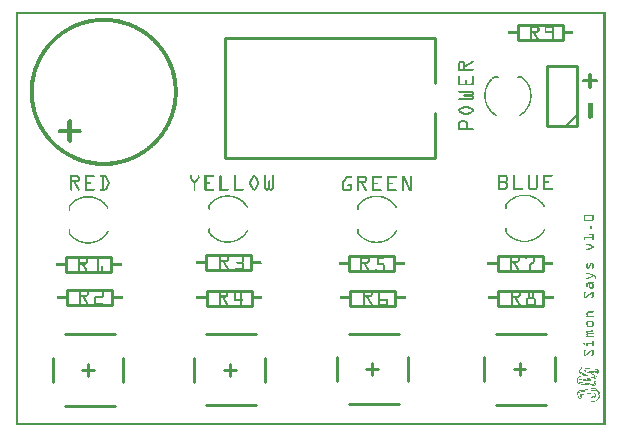
<source format=gto>
G04 MADE WITH FRITZING*
G04 WWW.FRITZING.ORG*
G04 DOUBLE SIDED*
G04 HOLES PLATED*
G04 CONTOUR ON CENTER OF CONTOUR VECTOR*
%ASAXBY*%
%FSLAX23Y23*%
%MOIN*%
%OFA0B0*%
%SFA1.0B1.0*%
%ADD10C,0.010000*%
%ADD11C,0.005000*%
%ADD12C,0.005120*%
%LNSILK1*%
G90*
G70*
G54D10*
X1396Y1288D02*
X696Y1288D01*
D02*
X696Y1288D02*
X696Y888D01*
D02*
X696Y888D02*
X1396Y888D01*
D02*
X1396Y1288D02*
X1396Y1138D01*
D02*
X1396Y1038D02*
X1396Y888D01*
D02*
X829Y223D02*
X829Y144D01*
D02*
X633Y301D02*
X800Y301D01*
D02*
X633Y65D02*
X800Y65D01*
D02*
X593Y223D02*
X593Y144D01*
D02*
X711Y203D02*
X711Y164D01*
D02*
X731Y183D02*
X692Y183D01*
D02*
X1305Y225D02*
X1305Y147D01*
D02*
X1108Y304D02*
X1275Y304D01*
D02*
X1108Y68D02*
X1275Y68D01*
D02*
X1069Y225D02*
X1069Y147D01*
D02*
X1187Y206D02*
X1187Y166D01*
D02*
X1206Y186D02*
X1167Y186D01*
D02*
X1796Y225D02*
X1796Y146D01*
D02*
X1599Y304D02*
X1766Y304D01*
D02*
X1599Y67D02*
X1766Y67D01*
D02*
X1559Y225D02*
X1559Y146D01*
D02*
X1678Y205D02*
X1678Y166D01*
D02*
X1697Y185D02*
X1658Y185D01*
D02*
X357Y222D02*
X357Y143D01*
D02*
X161Y301D02*
X328Y301D01*
D02*
X161Y64D02*
X328Y64D01*
D02*
X121Y222D02*
X121Y143D01*
D02*
X239Y202D02*
X239Y163D01*
D02*
X259Y182D02*
X220Y182D01*
D02*
X1604Y563D02*
X1754Y563D01*
D02*
X1754Y563D02*
X1754Y513D01*
D02*
X1754Y513D02*
X1604Y513D01*
D02*
X1604Y513D02*
X1604Y563D01*
D02*
X1110Y561D02*
X1260Y561D01*
D02*
X1260Y561D02*
X1260Y511D01*
D02*
X1260Y511D02*
X1110Y511D01*
D02*
X1110Y511D02*
X1110Y561D01*
D02*
X633Y566D02*
X783Y566D01*
D02*
X783Y566D02*
X783Y516D01*
D02*
X783Y516D02*
X633Y516D01*
D02*
X633Y516D02*
X633Y566D01*
D02*
X1607Y447D02*
X1757Y447D01*
D02*
X1757Y447D02*
X1757Y397D01*
D02*
X1757Y397D02*
X1607Y397D01*
D02*
X1607Y397D02*
X1607Y447D01*
D02*
X1113Y447D02*
X1263Y447D01*
D02*
X1263Y447D02*
X1263Y397D01*
D02*
X1263Y397D02*
X1113Y397D01*
D02*
X1113Y397D02*
X1113Y447D01*
D02*
X634Y447D02*
X784Y447D01*
D02*
X784Y447D02*
X784Y397D01*
D02*
X784Y397D02*
X634Y397D01*
D02*
X634Y397D02*
X634Y447D01*
D02*
X170Y448D02*
X320Y448D01*
D02*
X320Y448D02*
X320Y398D01*
D02*
X320Y398D02*
X170Y398D01*
D02*
X170Y398D02*
X170Y448D01*
D02*
X167Y559D02*
X317Y559D01*
D02*
X317Y559D02*
X317Y509D01*
D02*
X317Y509D02*
X167Y509D01*
D02*
X167Y509D02*
X167Y559D01*
D02*
X1868Y996D02*
X1868Y1196D01*
D02*
X1868Y1196D02*
X1768Y1196D01*
D02*
X1768Y1196D02*
X1768Y996D01*
D02*
X1768Y996D02*
X1868Y996D01*
G54D11*
D02*
X1868Y1031D02*
X1833Y996D01*
G54D10*
D02*
X1673Y1332D02*
X1823Y1332D01*
D02*
X1823Y1332D02*
X1823Y1282D01*
D02*
X1823Y1282D02*
X1673Y1282D01*
D02*
X1673Y1282D02*
X1673Y1332D01*
G36*
X1869Y142D02*
X1869Y142D01*
X1869Y141D01*
X1869Y141D01*
X1869Y140D01*
X1870Y140D01*
X1870Y140D01*
X1870Y140D01*
X1870Y140D01*
X1870Y140D01*
X1870Y140D01*
X1871Y140D01*
X1871Y139D01*
X1871Y139D01*
X1871Y139D01*
X1871Y139D01*
X1871Y150D01*
X1871Y150D01*
X1871Y151D01*
X1872Y151D01*
X1872Y153D01*
X1872Y153D01*
X1872Y154D01*
X1872Y154D01*
X1872Y155D01*
X1873Y155D01*
X1873Y156D01*
X1873Y156D01*
X1873Y157D01*
X1873Y157D01*
X1873Y157D01*
X1874Y157D01*
X1874Y158D01*
X1874Y158D01*
X1874Y158D01*
X1874Y158D01*
X1874Y158D01*
X1875Y158D01*
X1875Y158D01*
X1875Y158D01*
X1875Y159D01*
X1876Y159D01*
X1876Y159D01*
X1877Y159D01*
X1877Y159D01*
X1878Y159D01*
X1878Y160D01*
X1878Y160D01*
X1878Y160D01*
X1879Y160D01*
X1879Y160D01*
X1881Y160D01*
X1881Y161D01*
X1881Y161D01*
X1881Y161D01*
X1883Y161D01*
X1883Y161D01*
X1884Y161D01*
X1884Y161D01*
X1886Y161D01*
X1886Y162D01*
X1887Y162D01*
X1887Y162D01*
X1889Y162D01*
X1889Y162D01*
X1891Y162D01*
X1891Y163D01*
X1893Y163D01*
X1893Y163D01*
X1893Y163D01*
X1893Y165D01*
X1892Y165D01*
X1892Y165D01*
X1890Y165D01*
X1890Y164D01*
X1888Y164D01*
X1888Y164D01*
X1887Y164D01*
X1887Y164D01*
X1885Y164D01*
X1885Y164D01*
X1884Y164D01*
X1884Y163D01*
X1883Y163D01*
X1883Y163D01*
X1882Y163D01*
X1882Y163D01*
X1881Y163D01*
X1881Y162D01*
X1880Y162D01*
X1880Y162D01*
X1879Y162D01*
X1879Y162D01*
X1878Y162D01*
X1878Y161D01*
X1877Y161D01*
X1877Y161D01*
X1876Y161D01*
X1876Y161D01*
X1875Y161D01*
X1875Y161D01*
X1875Y161D01*
X1875Y160D01*
X1874Y160D01*
X1874Y160D01*
X1873Y160D01*
X1873Y160D01*
X1873Y160D01*
X1873Y159D01*
X1872Y159D01*
X1872Y159D01*
X1872Y159D01*
X1872Y158D01*
X1871Y158D01*
X1871Y158D01*
X1871Y158D01*
X1871Y157D01*
X1871Y157D01*
X1871Y156D01*
X1871Y156D01*
X1871Y155D01*
X1870Y155D01*
X1870Y154D01*
X1870Y154D01*
X1870Y153D01*
X1870Y153D01*
X1870Y151D01*
X1869Y151D01*
X1869Y150D01*
X1869Y150D01*
X1869Y148D01*
X1869Y148D01*
X1869Y142D01*
G37*
D02*
G36*
X1871Y138D02*
X1871Y138D01*
X1871Y138D01*
X1872Y138D01*
X1872Y138D01*
X1872Y138D01*
X1872Y137D01*
X1872Y137D01*
X1872Y141D01*
X1874Y141D01*
X1874Y140D01*
X1876Y140D01*
X1876Y140D01*
X1878Y140D01*
X1878Y140D01*
X1880Y140D01*
X1880Y140D01*
X1881Y140D01*
X1881Y139D01*
X1883Y139D01*
X1883Y139D01*
X1885Y139D01*
X1885Y139D01*
X1889Y139D01*
X1889Y138D01*
X1892Y138D01*
X1892Y138D01*
X1895Y138D01*
X1895Y138D01*
X1897Y138D01*
X1897Y137D01*
X1898Y137D01*
X1898Y137D01*
X1899Y137D01*
X1899Y139D01*
X1898Y139D01*
X1898Y140D01*
X1895Y140D01*
X1895Y140D01*
X1893Y140D01*
X1893Y140D01*
X1891Y140D01*
X1891Y140D01*
X1888Y140D01*
X1888Y141D01*
X1886Y141D01*
X1886Y141D01*
X1884Y141D01*
X1884Y141D01*
X1882Y141D01*
X1882Y142D01*
X1880Y142D01*
X1880Y142D01*
X1878Y142D01*
X1878Y142D01*
X1876Y142D01*
X1876Y143D01*
X1874Y143D01*
X1874Y143D01*
X1873Y143D01*
X1873Y143D01*
X1872Y143D01*
X1872Y144D01*
X1871Y144D01*
X1871Y138D01*
G37*
D02*
G36*
X1872Y137D02*
X1873Y137D01*
X1873Y137D01*
X1874Y137D01*
X1874Y137D01*
X1874Y137D01*
X1874Y136D01*
X1875Y136D01*
X1875Y136D01*
X1877Y136D01*
X1877Y136D01*
X1878Y136D01*
X1878Y135D01*
X1879Y135D01*
X1879Y135D01*
X1881Y135D01*
X1881Y135D01*
X1882Y135D01*
X1882Y134D01*
X1884Y134D01*
X1884Y134D01*
X1886Y134D01*
X1886Y134D01*
X1888Y134D01*
X1888Y133D01*
X1891Y133D01*
X1891Y133D01*
X1893Y133D01*
X1893Y133D01*
X1893Y133D01*
X1893Y133D01*
X1898Y133D01*
X1898Y133D01*
X1899Y133D01*
X1899Y135D01*
X1893Y135D01*
X1893Y136D01*
X1889Y136D01*
X1889Y136D01*
X1886Y136D01*
X1886Y136D01*
X1883Y136D01*
X1883Y137D01*
X1881Y137D01*
X1881Y137D01*
X1880Y137D01*
X1880Y137D01*
X1879Y137D01*
X1879Y137D01*
X1878Y137D01*
X1878Y138D01*
X1877Y138D01*
X1877Y138D01*
X1876Y138D01*
X1876Y138D01*
X1875Y138D01*
X1875Y139D01*
X1874Y139D01*
X1874Y139D01*
X1874Y139D01*
X1874Y139D01*
X1873Y139D01*
X1873Y140D01*
X1873Y140D01*
X1873Y140D01*
X1873Y140D01*
X1873Y140D01*
X1872Y140D01*
X1872Y137D01*
G37*
D02*
G36*
X1875Y176D02*
X1875Y176D01*
X1875Y176D01*
X1875Y176D01*
X1875Y175D01*
X1876Y175D01*
X1876Y175D01*
X1876Y175D01*
X1876Y174D01*
X1876Y174D01*
X1876Y174D01*
X1877Y174D01*
X1877Y173D01*
X1877Y173D01*
X1877Y173D01*
X1877Y173D01*
X1877Y172D01*
X1878Y172D01*
X1878Y178D01*
X1878Y178D01*
X1878Y178D01*
X1878Y178D01*
X1878Y179D01*
X1878Y179D01*
X1878Y179D01*
X1879Y179D01*
X1879Y180D01*
X1879Y180D01*
X1879Y180D01*
X1879Y180D01*
X1879Y181D01*
X1880Y181D01*
X1880Y181D01*
X1880Y181D01*
X1880Y182D01*
X1880Y182D01*
X1880Y182D01*
X1881Y182D01*
X1881Y183D01*
X1881Y183D01*
X1881Y183D01*
X1881Y183D01*
X1881Y184D01*
X1881Y184D01*
X1881Y184D01*
X1882Y184D01*
X1882Y185D01*
X1882Y185D01*
X1882Y185D01*
X1882Y185D01*
X1882Y186D01*
X1883Y186D01*
X1883Y186D01*
X1883Y186D01*
X1883Y187D01*
X1883Y187D01*
X1883Y187D01*
X1884Y187D01*
X1884Y188D01*
X1884Y188D01*
X1884Y188D01*
X1890Y188D01*
X1890Y188D01*
X1895Y188D01*
X1895Y187D01*
X1898Y187D01*
X1898Y187D01*
X1901Y187D01*
X1901Y187D01*
X1904Y187D01*
X1904Y186D01*
X1906Y186D01*
X1906Y186D01*
X1909Y186D01*
X1909Y186D01*
X1911Y186D01*
X1911Y185D01*
X1914Y185D01*
X1914Y185D01*
X1916Y185D01*
X1916Y185D01*
X1924Y185D01*
X1924Y185D01*
X1929Y185D01*
X1929Y184D01*
X1931Y184D01*
X1931Y184D01*
X1933Y184D01*
X1933Y184D01*
X1934Y184D01*
X1934Y183D01*
X1935Y183D01*
X1935Y183D01*
X1936Y183D01*
X1936Y183D01*
X1936Y183D01*
X1936Y185D01*
X1936Y185D01*
X1936Y185D01*
X1935Y185D01*
X1935Y186D01*
X1933Y186D01*
X1933Y186D01*
X1931Y186D01*
X1931Y186D01*
X1929Y186D01*
X1929Y187D01*
X1924Y187D01*
X1924Y187D01*
X1915Y187D01*
X1915Y187D01*
X1912Y187D01*
X1912Y188D01*
X1910Y188D01*
X1910Y188D01*
X1907Y188D01*
X1907Y188D01*
X1905Y188D01*
X1905Y188D01*
X1902Y188D01*
X1902Y189D01*
X1900Y189D01*
X1900Y189D01*
X1897Y189D01*
X1897Y189D01*
X1894Y189D01*
X1894Y190D01*
X1891Y190D01*
X1891Y190D01*
X1888Y190D01*
X1888Y190D01*
X1885Y190D01*
X1885Y191D01*
X1882Y191D01*
X1882Y189D01*
X1881Y189D01*
X1881Y188D01*
X1881Y188D01*
X1881Y187D01*
X1881Y187D01*
X1881Y187D01*
X1881Y187D01*
X1881Y186D01*
X1880Y186D01*
X1880Y185D01*
X1880Y185D01*
X1880Y185D01*
X1880Y185D01*
X1880Y185D01*
X1879Y185D01*
X1879Y184D01*
X1879Y184D01*
X1879Y184D01*
X1879Y184D01*
X1879Y183D01*
X1878Y183D01*
X1878Y183D01*
X1878Y183D01*
X1878Y182D01*
X1878Y182D01*
X1878Y182D01*
X1878Y182D01*
X1878Y182D01*
X1877Y182D01*
X1877Y181D01*
X1877Y181D01*
X1877Y181D01*
X1877Y181D01*
X1877Y180D01*
X1876Y180D01*
X1876Y179D01*
X1876Y179D01*
X1876Y179D01*
X1876Y179D01*
X1876Y178D01*
X1875Y178D01*
X1875Y178D01*
X1875Y178D01*
X1875Y177D01*
X1875Y177D01*
X1875Y176D01*
G37*
D02*
G36*
X1877Y150D02*
X1877Y150D01*
X1877Y150D01*
X1878Y150D01*
X1878Y149D01*
X1878Y149D01*
X1878Y149D01*
X1879Y149D01*
X1879Y149D01*
X1881Y149D01*
X1881Y148D01*
X1882Y148D01*
X1882Y148D01*
X1884Y148D01*
X1884Y148D01*
X1885Y148D01*
X1885Y151D01*
X1888Y151D01*
X1888Y150D01*
X1888Y150D01*
X1888Y153D01*
X1888Y153D01*
X1888Y153D01*
X1885Y153D01*
X1885Y152D01*
X1883Y152D01*
X1883Y152D01*
X1881Y152D01*
X1881Y152D01*
X1879Y152D01*
X1879Y151D01*
X1877Y151D01*
X1877Y151D01*
X1877Y151D01*
X1877Y150D01*
G37*
D02*
G36*
X1878Y171D02*
X1878Y171D01*
X1878Y171D01*
X1878Y171D01*
X1878Y170D01*
X1878Y170D01*
X1878Y170D01*
X1879Y170D01*
X1879Y174D01*
X1880Y174D01*
X1880Y174D01*
X1881Y174D01*
X1881Y174D01*
X1881Y174D01*
X1881Y173D01*
X1882Y173D01*
X1882Y173D01*
X1882Y173D01*
X1882Y173D01*
X1883Y173D01*
X1883Y172D01*
X1883Y172D01*
X1883Y172D01*
X1884Y172D01*
X1884Y172D01*
X1884Y172D01*
X1884Y171D01*
X1884Y171D01*
X1884Y171D01*
X1885Y171D01*
X1885Y174D01*
X1884Y174D01*
X1884Y175D01*
X1884Y175D01*
X1884Y175D01*
X1883Y175D01*
X1883Y175D01*
X1882Y175D01*
X1882Y175D01*
X1881Y175D01*
X1881Y176D01*
X1881Y176D01*
X1881Y176D01*
X1880Y176D01*
X1880Y176D01*
X1879Y176D01*
X1879Y177D01*
X1878Y177D01*
X1878Y177D01*
X1878Y177D01*
X1878Y177D01*
X1878Y177D01*
X1878Y171D01*
G37*
D02*
G36*
X1879Y170D02*
X1879Y170D01*
X1879Y169D01*
X1880Y169D01*
X1880Y169D01*
X1881Y169D01*
X1881Y169D01*
X1881Y169D01*
X1881Y168D01*
X1882Y168D01*
X1882Y168D01*
X1883Y168D01*
X1883Y168D01*
X1884Y168D01*
X1884Y168D01*
X1885Y168D01*
X1885Y170D01*
X1882Y170D01*
X1882Y171D01*
X1881Y171D01*
X1881Y171D01*
X1881Y171D01*
X1881Y171D01*
X1880Y171D01*
X1880Y171D01*
X1880Y171D01*
X1880Y172D01*
X1880Y172D01*
X1880Y172D01*
X1879Y172D01*
X1879Y173D01*
X1879Y173D01*
X1879Y173D01*
X1879Y173D01*
X1879Y170D01*
G37*
D02*
G36*
X1885Y168D02*
X1885Y168D01*
X1885Y174D01*
X1885Y174D01*
X1885Y168D01*
G37*
D02*
G36*
X1885Y168D02*
X1885Y168D01*
X1885Y174D01*
X1885Y174D01*
X1885Y168D01*
G37*
D02*
G36*
X1885Y148D02*
X1888Y148D01*
X1888Y150D01*
X1886Y150D01*
X1886Y150D01*
X1885Y150D01*
X1885Y148D01*
G37*
D02*
G36*
X1885Y168D02*
X1885Y168D01*
X1885Y167D01*
X1887Y167D01*
X1887Y167D01*
X1888Y167D01*
X1888Y167D01*
X1889Y167D01*
X1889Y166D01*
X1891Y166D01*
X1891Y169D01*
X1891Y169D01*
X1891Y169D01*
X1891Y169D01*
X1891Y169D01*
X1892Y169D01*
X1892Y171D01*
X1891Y171D01*
X1891Y171D01*
X1891Y171D01*
X1891Y172D01*
X1890Y172D01*
X1890Y172D01*
X1889Y172D01*
X1889Y172D01*
X1888Y172D01*
X1888Y173D01*
X1888Y173D01*
X1888Y173D01*
X1887Y173D01*
X1887Y173D01*
X1886Y173D01*
X1886Y174D01*
X1886Y174D01*
X1886Y174D01*
X1885Y174D01*
X1885Y168D01*
G37*
D02*
G36*
X1888Y148D02*
X1888Y148D01*
X1888Y153D01*
X1888Y153D01*
X1888Y148D01*
G37*
D02*
G36*
X1888Y148D02*
X1888Y148D01*
X1888Y153D01*
X1888Y153D01*
X1888Y148D01*
G37*
D02*
G36*
X1888Y147D02*
X1892Y147D01*
X1892Y147D01*
X1894Y147D01*
X1894Y151D01*
X1895Y151D01*
X1895Y154D01*
X1895Y154D01*
X1895Y154D01*
X1892Y154D01*
X1892Y153D01*
X1890Y153D01*
X1890Y153D01*
X1888Y153D01*
X1888Y147D01*
G37*
D02*
G36*
X1891Y166D02*
X1891Y166D01*
X1891Y166D01*
X1892Y166D01*
X1892Y168D01*
X1891Y168D01*
X1891Y166D01*
G37*
D02*
G36*
X1891Y178D02*
X1892Y178D01*
X1892Y178D01*
X1893Y178D01*
X1893Y178D01*
X1894Y178D01*
X1894Y178D01*
X1895Y178D01*
X1895Y177D01*
X1896Y177D01*
X1896Y177D01*
X1897Y177D01*
X1897Y177D01*
X1897Y177D01*
X1897Y176D01*
X1898Y176D01*
X1898Y176D01*
X1899Y176D01*
X1899Y176D01*
X1900Y176D01*
X1900Y175D01*
X1900Y175D01*
X1900Y178D01*
X1904Y178D01*
X1904Y178D01*
X1910Y178D01*
X1910Y177D01*
X1915Y177D01*
X1915Y177D01*
X1918Y177D01*
X1918Y176D01*
X1918Y176D01*
X1918Y179D01*
X1915Y179D01*
X1915Y179D01*
X1910Y179D01*
X1910Y180D01*
X1906Y180D01*
X1906Y180D01*
X1902Y180D01*
X1902Y180D01*
X1899Y180D01*
X1899Y181D01*
X1896Y181D01*
X1896Y181D01*
X1895Y181D01*
X1895Y181D01*
X1893Y181D01*
X1893Y180D01*
X1892Y180D01*
X1892Y180D01*
X1892Y180D01*
X1892Y180D01*
X1891Y180D01*
X1891Y178D01*
G37*
D02*
G36*
X1892Y166D02*
X1892Y166D01*
X1892Y171D01*
X1892Y171D01*
X1892Y166D01*
G37*
D02*
G36*
X1892Y166D02*
X1892Y166D01*
X1892Y171D01*
X1892Y171D01*
X1892Y166D01*
G37*
D02*
G36*
X1892Y166D02*
X1892Y166D01*
X1892Y166D01*
X1893Y166D01*
X1893Y171D01*
X1893Y171D01*
X1893Y171D01*
X1892Y171D01*
X1892Y166D01*
G37*
D02*
G36*
X1893Y163D02*
X1894Y163D01*
X1894Y170D01*
X1893Y170D01*
X1893Y163D01*
G37*
D02*
G36*
X1893Y163D02*
X1894Y163D01*
X1894Y170D01*
X1893Y170D01*
X1893Y163D01*
G37*
D02*
G36*
X1894Y163D02*
X1895Y163D01*
X1895Y163D01*
X1897Y163D01*
X1897Y164D01*
X1899Y164D01*
X1899Y164D01*
X1904Y164D01*
X1904Y165D01*
X1904Y165D01*
X1904Y166D01*
X1903Y166D01*
X1903Y166D01*
X1903Y166D01*
X1903Y166D01*
X1902Y166D01*
X1902Y167D01*
X1902Y167D01*
X1902Y167D01*
X1901Y167D01*
X1901Y167D01*
X1900Y167D01*
X1900Y168D01*
X1899Y168D01*
X1899Y168D01*
X1899Y168D01*
X1899Y168D01*
X1898Y168D01*
X1898Y168D01*
X1897Y168D01*
X1897Y169D01*
X1897Y169D01*
X1897Y169D01*
X1896Y169D01*
X1896Y169D01*
X1895Y169D01*
X1895Y170D01*
X1895Y170D01*
X1895Y170D01*
X1894Y170D01*
X1894Y170D01*
X1894Y170D01*
X1894Y163D01*
G37*
D02*
G36*
X1894Y147D02*
X1895Y147D01*
X1895Y151D01*
X1895Y151D01*
X1895Y151D01*
X1894Y151D01*
X1894Y147D01*
G37*
D02*
G36*
X1895Y147D02*
X1895Y147D01*
X1895Y154D01*
X1895Y154D01*
X1895Y147D01*
G37*
D02*
G36*
X1895Y147D02*
X1895Y147D01*
X1895Y154D01*
X1895Y154D01*
X1895Y147D01*
G37*
D02*
G36*
X1895Y147D02*
X1896Y147D01*
X1896Y147D01*
X1897Y147D01*
X1897Y152D01*
X1898Y152D01*
X1898Y152D01*
X1900Y152D01*
X1900Y152D01*
X1900Y152D01*
X1900Y152D01*
X1900Y152D01*
X1900Y151D01*
X1901Y151D01*
X1901Y150D01*
X1901Y150D01*
X1901Y150D01*
X1901Y150D01*
X1901Y150D01*
X1902Y150D01*
X1902Y154D01*
X1899Y154D01*
X1899Y154D01*
X1897Y154D01*
X1897Y154D01*
X1895Y154D01*
X1895Y147D01*
G37*
D02*
G36*
X1897Y147D02*
X1900Y147D01*
X1900Y147D01*
X1902Y147D01*
X1902Y149D01*
X1901Y149D01*
X1901Y149D01*
X1901Y149D01*
X1901Y149D01*
X1900Y149D01*
X1900Y150D01*
X1900Y150D01*
X1900Y150D01*
X1899Y150D01*
X1899Y150D01*
X1899Y150D01*
X1899Y151D01*
X1898Y151D01*
X1898Y151D01*
X1898Y151D01*
X1898Y151D01*
X1898Y151D01*
X1898Y151D01*
X1897Y151D01*
X1897Y147D01*
G37*
D02*
G36*
X1899Y133D02*
X1899Y133D01*
X1899Y139D01*
X1899Y139D01*
X1899Y133D01*
G37*
D02*
G36*
X1899Y133D02*
X1899Y133D01*
X1899Y139D01*
X1899Y139D01*
X1899Y133D01*
G37*
D02*
G36*
X1899Y133D02*
X1902Y133D01*
X1902Y136D01*
X1903Y136D01*
X1903Y136D01*
X1903Y136D01*
X1903Y139D01*
X1901Y139D01*
X1901Y139D01*
X1899Y139D01*
X1899Y133D01*
G37*
D02*
G36*
X1900Y175D02*
X1901Y175D01*
X1901Y175D01*
X1902Y175D01*
X1902Y175D01*
X1902Y175D01*
X1902Y175D01*
X1903Y175D01*
X1903Y174D01*
X1904Y174D01*
X1904Y174D01*
X1905Y174D01*
X1905Y174D01*
X1906Y174D01*
X1906Y173D01*
X1907Y173D01*
X1907Y173D01*
X1907Y173D01*
X1907Y173D01*
X1908Y173D01*
X1908Y172D01*
X1909Y172D01*
X1909Y172D01*
X1910Y172D01*
X1910Y172D01*
X1911Y172D01*
X1911Y171D01*
X1912Y171D01*
X1912Y171D01*
X1912Y171D01*
X1912Y174D01*
X1915Y174D01*
X1915Y173D01*
X1917Y173D01*
X1917Y173D01*
X1918Y173D01*
X1918Y175D01*
X1915Y175D01*
X1915Y175D01*
X1913Y175D01*
X1913Y176D01*
X1911Y176D01*
X1911Y176D01*
X1908Y176D01*
X1908Y176D01*
X1905Y176D01*
X1905Y176D01*
X1904Y176D01*
X1904Y176D01*
X1904Y176D01*
X1904Y177D01*
X1903Y177D01*
X1903Y177D01*
X1902Y177D01*
X1902Y177D01*
X1900Y177D01*
X1900Y175D01*
G37*
D02*
G36*
X1902Y147D02*
X1902Y147D01*
X1902Y155D01*
X1902Y155D01*
X1902Y147D01*
G37*
D02*
G36*
X1902Y147D02*
X1902Y147D01*
X1902Y155D01*
X1902Y155D01*
X1902Y147D01*
G37*
D02*
G36*
X1902Y147D02*
X1904Y147D01*
X1904Y146D01*
X1908Y146D01*
X1908Y149D01*
X1908Y149D01*
X1908Y149D01*
X1910Y149D01*
X1910Y150D01*
X1912Y150D01*
X1912Y150D01*
X1913Y150D01*
X1913Y150D01*
X1915Y150D01*
X1915Y151D01*
X1916Y151D01*
X1916Y151D01*
X1918Y151D01*
X1918Y151D01*
X1919Y151D01*
X1919Y151D01*
X1921Y151D01*
X1921Y152D01*
X1922Y152D01*
X1922Y152D01*
X1924Y152D01*
X1924Y152D01*
X1926Y152D01*
X1926Y153D01*
X1928Y153D01*
X1928Y153D01*
X1929Y153D01*
X1929Y155D01*
X1928Y155D01*
X1928Y155D01*
X1926Y155D01*
X1926Y154D01*
X1924Y154D01*
X1924Y154D01*
X1923Y154D01*
X1923Y154D01*
X1921Y154D01*
X1921Y154D01*
X1919Y154D01*
X1919Y153D01*
X1918Y153D01*
X1918Y153D01*
X1916Y153D01*
X1916Y153D01*
X1915Y153D01*
X1915Y152D01*
X1913Y152D01*
X1913Y152D01*
X1912Y152D01*
X1912Y152D01*
X1910Y152D01*
X1910Y151D01*
X1909Y151D01*
X1909Y151D01*
X1908Y151D01*
X1908Y151D01*
X1907Y151D01*
X1907Y151D01*
X1906Y151D01*
X1906Y150D01*
X1904Y150D01*
X1904Y151D01*
X1903Y151D01*
X1903Y151D01*
X1903Y151D01*
X1903Y151D01*
X1902Y151D01*
X1902Y151D01*
X1902Y151D01*
X1902Y152D01*
X1902Y152D01*
X1902Y147D01*
G37*
D02*
G36*
X1902Y153D02*
X1904Y153D01*
X1904Y153D01*
X1906Y153D01*
X1906Y153D01*
X1908Y153D01*
X1908Y154D01*
X1909Y154D01*
X1909Y154D01*
X1911Y154D01*
X1911Y154D01*
X1912Y154D01*
X1912Y154D01*
X1913Y154D01*
X1913Y155D01*
X1915Y155D01*
X1915Y155D01*
X1916Y155D01*
X1916Y155D01*
X1917Y155D01*
X1917Y156D01*
X1919Y156D01*
X1919Y156D01*
X1920Y156D01*
X1920Y156D01*
X1921Y156D01*
X1921Y157D01*
X1922Y157D01*
X1922Y157D01*
X1924Y157D01*
X1924Y157D01*
X1927Y157D01*
X1927Y157D01*
X1927Y157D01*
X1927Y162D01*
X1927Y162D01*
X1927Y161D01*
X1927Y161D01*
X1927Y161D01*
X1926Y161D01*
X1926Y160D01*
X1926Y160D01*
X1926Y160D01*
X1926Y160D01*
X1926Y159D01*
X1924Y159D01*
X1924Y159D01*
X1922Y159D01*
X1922Y159D01*
X1921Y159D01*
X1921Y158D01*
X1919Y158D01*
X1919Y158D01*
X1918Y158D01*
X1918Y158D01*
X1917Y158D01*
X1917Y158D01*
X1915Y158D01*
X1915Y157D01*
X1914Y157D01*
X1914Y157D01*
X1913Y157D01*
X1913Y157D01*
X1911Y157D01*
X1911Y156D01*
X1910Y156D01*
X1910Y156D01*
X1908Y156D01*
X1908Y156D01*
X1907Y156D01*
X1907Y155D01*
X1906Y155D01*
X1906Y155D01*
X1904Y155D01*
X1904Y155D01*
X1902Y155D01*
X1902Y153D01*
G37*
D02*
G36*
X1902Y133D02*
X1902Y133D01*
X1902Y133D01*
X1903Y133D01*
X1903Y135D01*
X1902Y135D01*
X1902Y133D01*
G37*
D02*
G36*
X1903Y133D02*
X1903Y133D01*
X1903Y139D01*
X1903Y139D01*
X1903Y133D01*
G37*
D02*
G36*
X1903Y133D02*
X1903Y133D01*
X1903Y139D01*
X1903Y139D01*
X1903Y133D01*
G37*
D02*
G36*
X1903Y133D02*
X1905Y133D01*
X1905Y136D01*
X1905Y136D01*
X1905Y136D01*
X1906Y136D01*
X1906Y136D01*
X1907Y136D01*
X1907Y135D01*
X1907Y135D01*
X1907Y135D01*
X1907Y135D01*
X1907Y138D01*
X1906Y138D01*
X1906Y139D01*
X1903Y139D01*
X1903Y133D01*
G37*
D02*
G36*
X1905Y133D02*
X1905Y133D01*
X1905Y132D01*
X1907Y132D01*
X1907Y134D01*
X1906Y134D01*
X1906Y135D01*
X1905Y135D01*
X1905Y133D01*
G37*
D02*
G36*
X1907Y132D02*
X1908Y132D01*
X1908Y138D01*
X1907Y138D01*
X1907Y132D01*
G37*
D02*
G36*
X1907Y132D02*
X1908Y132D01*
X1908Y138D01*
X1907Y138D01*
X1907Y132D01*
G37*
D02*
G36*
X1908Y132D02*
X1908Y132D01*
X1908Y132D01*
X1910Y132D01*
X1910Y136D01*
X1911Y136D01*
X1911Y135D01*
X1912Y135D01*
X1912Y135D01*
X1912Y135D01*
X1912Y135D01*
X1913Y135D01*
X1913Y134D01*
X1913Y134D01*
X1913Y134D01*
X1913Y134D01*
X1913Y137D01*
X1912Y137D01*
X1912Y138D01*
X1910Y138D01*
X1910Y138D01*
X1908Y138D01*
X1908Y138D01*
X1908Y138D01*
X1908Y132D01*
G37*
D02*
G36*
X1908Y146D02*
X1912Y146D01*
X1912Y146D01*
X1916Y146D01*
X1916Y145D01*
X1920Y145D01*
X1920Y145D01*
X1924Y145D01*
X1924Y145D01*
X1927Y145D01*
X1927Y147D01*
X1924Y147D01*
X1924Y147D01*
X1920Y147D01*
X1920Y147D01*
X1916Y147D01*
X1916Y148D01*
X1913Y148D01*
X1913Y148D01*
X1910Y148D01*
X1910Y148D01*
X1909Y148D01*
X1909Y149D01*
X1908Y149D01*
X1908Y146D01*
G37*
D02*
G36*
X1910Y132D02*
X1911Y132D01*
X1911Y132D01*
X1913Y132D01*
X1913Y134D01*
X1913Y134D01*
X1913Y133D01*
X1912Y133D01*
X1912Y134D01*
X1911Y134D01*
X1911Y134D01*
X1911Y134D01*
X1911Y134D01*
X1910Y134D01*
X1910Y135D01*
X1910Y135D01*
X1910Y135D01*
X1910Y135D01*
X1910Y132D01*
G37*
D02*
G36*
X1912Y171D02*
X1913Y171D01*
X1913Y171D01*
X1914Y171D01*
X1914Y170D01*
X1914Y170D01*
X1914Y170D01*
X1915Y170D01*
X1915Y170D01*
X1915Y170D01*
X1915Y169D01*
X1916Y169D01*
X1916Y169D01*
X1917Y169D01*
X1917Y169D01*
X1917Y169D01*
X1917Y168D01*
X1918Y168D01*
X1918Y168D01*
X1919Y168D01*
X1919Y168D01*
X1919Y168D01*
X1919Y168D01*
X1920Y168D01*
X1920Y167D01*
X1920Y167D01*
X1920Y167D01*
X1921Y167D01*
X1921Y167D01*
X1922Y167D01*
X1922Y166D01*
X1922Y166D01*
X1922Y166D01*
X1922Y166D01*
X1922Y166D01*
X1923Y166D01*
X1923Y165D01*
X1924Y165D01*
X1924Y165D01*
X1924Y165D01*
X1924Y165D01*
X1925Y165D01*
X1925Y164D01*
X1925Y164D01*
X1925Y164D01*
X1926Y164D01*
X1926Y164D01*
X1926Y164D01*
X1926Y164D01*
X1926Y164D01*
X1926Y163D01*
X1927Y163D01*
X1927Y163D01*
X1927Y163D01*
X1927Y163D01*
X1927Y163D01*
X1927Y166D01*
X1927Y166D01*
X1927Y166D01*
X1926Y166D01*
X1926Y166D01*
X1926Y166D01*
X1926Y167D01*
X1925Y167D01*
X1925Y167D01*
X1925Y167D01*
X1925Y167D01*
X1924Y167D01*
X1924Y168D01*
X1924Y168D01*
X1924Y168D01*
X1923Y168D01*
X1923Y168D01*
X1922Y168D01*
X1922Y168D01*
X1922Y168D01*
X1922Y169D01*
X1921Y169D01*
X1921Y169D01*
X1921Y169D01*
X1921Y169D01*
X1920Y169D01*
X1920Y170D01*
X1919Y170D01*
X1919Y170D01*
X1919Y170D01*
X1919Y170D01*
X1918Y170D01*
X1918Y171D01*
X1918Y171D01*
X1918Y171D01*
X1917Y171D01*
X1917Y171D01*
X1916Y171D01*
X1916Y171D01*
X1916Y171D01*
X1916Y172D01*
X1915Y172D01*
X1915Y172D01*
X1915Y172D01*
X1915Y172D01*
X1914Y172D01*
X1914Y173D01*
X1913Y173D01*
X1913Y173D01*
X1912Y173D01*
X1912Y171D01*
G37*
D02*
G36*
X1913Y131D02*
X1914Y131D01*
X1914Y137D01*
X1913Y137D01*
X1913Y131D01*
G37*
D02*
G36*
X1913Y131D02*
X1914Y131D01*
X1914Y137D01*
X1913Y137D01*
X1913Y131D01*
G37*
D02*
G36*
X1914Y131D02*
X1915Y131D01*
X1915Y134D01*
X1915Y134D01*
X1915Y134D01*
X1916Y134D01*
X1916Y137D01*
X1915Y137D01*
X1915Y137D01*
X1914Y137D01*
X1914Y131D01*
G37*
D02*
G36*
X1915Y131D02*
X1916Y131D01*
X1916Y131D01*
X1916Y131D01*
X1916Y133D01*
X1916Y133D01*
X1916Y133D01*
X1915Y133D01*
X1915Y131D01*
G37*
D02*
G36*
X1916Y131D02*
X1917Y131D01*
X1917Y137D01*
X1916Y137D01*
X1916Y131D01*
G37*
D02*
G36*
X1916Y131D02*
X1917Y131D01*
X1917Y137D01*
X1916Y137D01*
X1916Y131D01*
G37*
D02*
G36*
X1917Y131D02*
X1918Y131D01*
X1918Y131D01*
X1919Y131D01*
X1919Y135D01*
X1919Y135D01*
X1919Y134D01*
X1920Y134D01*
X1920Y134D01*
X1921Y134D01*
X1921Y134D01*
X1921Y134D01*
X1921Y133D01*
X1921Y133D01*
X1921Y133D01*
X1922Y133D01*
X1922Y133D01*
X1922Y133D01*
X1922Y136D01*
X1921Y136D01*
X1921Y137D01*
X1918Y137D01*
X1918Y137D01*
X1917Y137D01*
X1917Y131D01*
G37*
D02*
G36*
X1918Y173D02*
X1918Y173D01*
X1918Y179D01*
X1918Y179D01*
X1918Y173D01*
G37*
D02*
G36*
X1918Y173D02*
X1918Y173D01*
X1918Y179D01*
X1918Y179D01*
X1918Y173D01*
G37*
D02*
G36*
X1918Y173D02*
X1919Y173D01*
X1919Y172D01*
X1920Y172D01*
X1920Y177D01*
X1921Y177D01*
X1921Y177D01*
X1922Y177D01*
X1922Y176D01*
X1922Y176D01*
X1922Y175D01*
X1922Y175D01*
X1922Y179D01*
X1919Y179D01*
X1919Y179D01*
X1918Y179D01*
X1918Y173D01*
G37*
D02*
G36*
X1919Y131D02*
X1920Y131D01*
X1920Y130D01*
X1922Y130D01*
X1922Y133D01*
X1922Y133D01*
X1922Y132D01*
X1921Y132D01*
X1921Y133D01*
X1920Y133D01*
X1920Y133D01*
X1920Y133D01*
X1920Y133D01*
X1919Y133D01*
X1919Y133D01*
X1919Y133D01*
X1919Y134D01*
X1919Y134D01*
X1919Y134D01*
X1919Y134D01*
X1919Y131D01*
G37*
D02*
G36*
X1920Y172D02*
X1921Y172D01*
X1921Y172D01*
X1922Y172D01*
X1922Y173D01*
X1922Y173D01*
X1922Y175D01*
X1922Y175D01*
X1922Y175D01*
X1921Y175D01*
X1921Y175D01*
X1921Y175D01*
X1921Y175D01*
X1920Y175D01*
X1920Y175D01*
X1920Y175D01*
X1920Y176D01*
X1920Y176D01*
X1920Y172D01*
G37*
D02*
G36*
X1922Y130D02*
X1922Y130D01*
X1922Y136D01*
X1922Y136D01*
X1922Y130D01*
G37*
D02*
G36*
X1922Y130D02*
X1922Y130D01*
X1922Y136D01*
X1922Y136D01*
X1922Y130D01*
G37*
D02*
G36*
X1922Y130D02*
X1922Y130D01*
X1922Y130D01*
X1925Y130D01*
X1925Y130D01*
X1927Y130D01*
X1927Y135D01*
X1927Y135D01*
X1927Y136D01*
X1927Y136D01*
X1927Y144D01*
X1927Y144D01*
X1927Y142D01*
X1927Y142D01*
X1927Y141D01*
X1926Y141D01*
X1926Y140D01*
X1926Y140D01*
X1926Y139D01*
X1926Y139D01*
X1926Y138D01*
X1926Y138D01*
X1926Y137D01*
X1925Y137D01*
X1925Y137D01*
X1925Y137D01*
X1925Y136D01*
X1922Y136D01*
X1922Y130D01*
G37*
D02*
G36*
X1922Y172D02*
X1922Y172D01*
X1922Y179D01*
X1922Y179D01*
X1922Y172D01*
G37*
D02*
G36*
X1922Y172D02*
X1922Y172D01*
X1922Y179D01*
X1922Y179D01*
X1922Y172D01*
G37*
D02*
G36*
X1922Y172D02*
X1924Y172D01*
X1924Y176D01*
X1926Y176D01*
X1926Y176D01*
X1927Y176D01*
X1927Y176D01*
X1928Y176D01*
X1928Y175D01*
X1928Y175D01*
X1928Y175D01*
X1929Y175D01*
X1929Y175D01*
X1929Y175D01*
X1929Y175D01*
X1929Y175D01*
X1929Y174D01*
X1930Y174D01*
X1930Y174D01*
X1930Y174D01*
X1930Y178D01*
X1928Y178D01*
X1928Y178D01*
X1926Y178D01*
X1926Y178D01*
X1924Y178D01*
X1924Y179D01*
X1922Y179D01*
X1922Y172D01*
G37*
D02*
G36*
X1924Y172D02*
X1924Y172D01*
X1924Y172D01*
X1926Y172D01*
X1926Y172D01*
X1928Y172D01*
X1928Y171D01*
X1930Y171D01*
X1930Y171D01*
X1930Y171D01*
X1930Y174D01*
X1928Y174D01*
X1928Y174D01*
X1927Y174D01*
X1927Y174D01*
X1926Y174D01*
X1926Y175D01*
X1926Y175D01*
X1926Y175D01*
X1925Y175D01*
X1925Y175D01*
X1925Y175D01*
X1925Y175D01*
X1924Y175D01*
X1924Y176D01*
X1924Y176D01*
X1924Y172D01*
G37*
D02*
G36*
X1927Y130D02*
X1928Y130D01*
X1928Y130D01*
X1928Y130D01*
X1928Y131D01*
X1929Y131D01*
X1929Y131D01*
X1929Y131D01*
X1929Y132D01*
X1929Y132D01*
X1929Y132D01*
X1929Y132D01*
X1929Y133D01*
X1930Y133D01*
X1930Y133D01*
X1930Y133D01*
X1930Y133D01*
X1930Y133D01*
X1930Y134D01*
X1931Y134D01*
X1931Y134D01*
X1931Y134D01*
X1931Y135D01*
X1931Y135D01*
X1931Y140D01*
X1931Y140D01*
X1931Y139D01*
X1931Y139D01*
X1931Y138D01*
X1930Y138D01*
X1930Y137D01*
X1930Y137D01*
X1930Y137D01*
X1930Y137D01*
X1930Y136D01*
X1929Y136D01*
X1929Y136D01*
X1929Y136D01*
X1929Y135D01*
X1929Y135D01*
X1929Y135D01*
X1929Y135D01*
X1929Y135D01*
X1928Y135D01*
X1928Y134D01*
X1928Y134D01*
X1928Y134D01*
X1928Y134D01*
X1928Y133D01*
X1927Y133D01*
X1927Y134D01*
X1927Y134D01*
X1927Y130D01*
G37*
D02*
G36*
X1927Y137D02*
X1928Y137D01*
X1928Y147D01*
X1927Y147D01*
X1927Y137D01*
G37*
D02*
G36*
X1927Y137D02*
X1928Y137D01*
X1928Y147D01*
X1927Y147D01*
X1927Y137D01*
G37*
D02*
G36*
X1927Y157D02*
X1928Y157D01*
X1928Y166D01*
X1927Y166D01*
X1927Y157D01*
G37*
D02*
G36*
X1927Y157D02*
X1928Y157D01*
X1928Y166D01*
X1927Y166D01*
X1927Y157D01*
G37*
D02*
G36*
X1928Y138D02*
X1928Y138D01*
X1928Y139D01*
X1928Y139D01*
X1928Y140D01*
X1929Y140D01*
X1929Y141D01*
X1929Y141D01*
X1929Y143D01*
X1930Y143D01*
X1930Y143D01*
X1930Y143D01*
X1930Y142D01*
X1931Y142D01*
X1931Y142D01*
X1931Y142D01*
X1931Y141D01*
X1931Y141D01*
X1931Y145D01*
X1931Y145D01*
X1931Y145D01*
X1931Y145D01*
X1931Y146D01*
X1930Y146D01*
X1930Y146D01*
X1930Y146D01*
X1930Y146D01*
X1930Y146D01*
X1930Y147D01*
X1929Y147D01*
X1929Y147D01*
X1928Y147D01*
X1928Y138D01*
G37*
D02*
G36*
X1928Y157D02*
X1928Y157D01*
X1928Y159D01*
X1928Y159D01*
X1928Y160D01*
X1929Y160D01*
X1929Y161D01*
X1929Y161D01*
X1929Y161D01*
X1929Y161D01*
X1929Y162D01*
X1930Y162D01*
X1930Y161D01*
X1932Y161D01*
X1932Y163D01*
X1931Y163D01*
X1931Y164D01*
X1931Y164D01*
X1931Y164D01*
X1930Y164D01*
X1930Y164D01*
X1930Y164D01*
X1930Y164D01*
X1929Y164D01*
X1929Y165D01*
X1929Y165D01*
X1929Y165D01*
X1928Y165D01*
X1928Y165D01*
X1928Y165D01*
X1928Y157D01*
G37*
D02*
G36*
X1928Y156D02*
X1928Y156D01*
X1928Y156D01*
X1929Y156D01*
X1929Y156D01*
X1929Y156D01*
X1929Y155D01*
X1929Y155D01*
X1929Y158D01*
X1929Y158D01*
X1929Y158D01*
X1929Y158D01*
X1929Y158D01*
X1928Y158D01*
X1928Y159D01*
X1928Y159D01*
X1928Y156D01*
G37*
D02*
G36*
X1929Y153D02*
X1929Y153D01*
X1929Y158D01*
X1929Y158D01*
X1929Y153D01*
G37*
D02*
G36*
X1929Y153D02*
X1929Y153D01*
X1929Y158D01*
X1929Y158D01*
X1929Y153D01*
G37*
D02*
G36*
X1929Y153D02*
X1930Y153D01*
X1930Y153D01*
X1931Y153D01*
X1931Y154D01*
X1931Y154D01*
X1931Y154D01*
X1932Y154D01*
X1932Y160D01*
X1931Y160D01*
X1931Y158D01*
X1931Y158D01*
X1931Y157D01*
X1931Y157D01*
X1931Y157D01*
X1930Y157D01*
X1930Y157D01*
X1930Y157D01*
X1930Y158D01*
X1929Y158D01*
X1929Y153D01*
G37*
D02*
G36*
X1930Y171D02*
X1930Y171D01*
X1930Y178D01*
X1930Y178D01*
X1930Y171D01*
G37*
D02*
G36*
X1930Y171D02*
X1930Y171D01*
X1930Y178D01*
X1930Y178D01*
X1930Y171D01*
G37*
D02*
G36*
X1930Y171D02*
X1931Y171D01*
X1931Y171D01*
X1932Y171D01*
X1932Y174D01*
X1933Y174D01*
X1933Y173D01*
X1934Y173D01*
X1934Y178D01*
X1931Y178D01*
X1931Y178D01*
X1930Y178D01*
X1930Y171D01*
G37*
D02*
G36*
X1931Y136D02*
X1932Y136D01*
X1932Y144D01*
X1931Y144D01*
X1931Y136D01*
G37*
D02*
G36*
X1931Y136D02*
X1932Y136D01*
X1932Y144D01*
X1931Y144D01*
X1931Y136D01*
G37*
D02*
G36*
X1932Y136D02*
X1932Y136D01*
X1932Y137D01*
X1932Y137D01*
X1932Y137D01*
X1932Y137D01*
X1932Y138D01*
X1933Y138D01*
X1933Y139D01*
X1933Y139D01*
X1933Y140D01*
X1933Y140D01*
X1933Y142D01*
X1933Y142D01*
X1933Y143D01*
X1933Y143D01*
X1933Y143D01*
X1932Y143D01*
X1932Y144D01*
X1932Y144D01*
X1932Y144D01*
X1932Y144D01*
X1932Y144D01*
X1932Y144D01*
X1932Y136D01*
G37*
D02*
G36*
X1932Y154D02*
X1932Y154D01*
X1932Y163D01*
X1932Y163D01*
X1932Y154D01*
G37*
D02*
G36*
X1932Y154D02*
X1932Y154D01*
X1932Y163D01*
X1932Y163D01*
X1932Y154D01*
G37*
D02*
G36*
X1932Y155D02*
X1932Y155D01*
X1932Y156D01*
X1932Y156D01*
X1932Y157D01*
X1933Y157D01*
X1933Y158D01*
X1933Y158D01*
X1933Y158D01*
X1933Y158D01*
X1933Y160D01*
X1934Y160D01*
X1934Y161D01*
X1934Y161D01*
X1934Y162D01*
X1934Y162D01*
X1934Y163D01*
X1933Y163D01*
X1933Y163D01*
X1933Y163D01*
X1933Y163D01*
X1932Y163D01*
X1932Y155D01*
G37*
D02*
G36*
X1932Y171D02*
X1933Y171D01*
X1933Y171D01*
X1934Y171D01*
X1934Y173D01*
X1933Y173D01*
X1933Y173D01*
X1932Y173D01*
X1932Y171D01*
G37*
D02*
G36*
X1934Y171D02*
X1934Y171D01*
X1934Y178D01*
X1934Y178D01*
X1934Y171D01*
G37*
D02*
G36*
X1934Y171D02*
X1934Y171D01*
X1934Y178D01*
X1934Y178D01*
X1934Y171D01*
G37*
D02*
G36*
X1934Y171D02*
X1934Y171D01*
X1934Y170D01*
X1936Y170D01*
X1936Y172D01*
X1936Y172D01*
X1936Y173D01*
X1936Y173D01*
X1936Y181D01*
X1936Y181D01*
X1936Y180D01*
X1936Y180D01*
X1936Y178D01*
X1935Y178D01*
X1935Y177D01*
X1934Y177D01*
X1934Y178D01*
X1934Y178D01*
X1934Y171D01*
G37*
D02*
G36*
X1936Y170D02*
X1937Y170D01*
X1937Y172D01*
X1936Y172D01*
X1936Y172D01*
X1936Y172D01*
X1936Y170D01*
G37*
D02*
G36*
X1936Y173D02*
X1936Y173D01*
X1936Y185D01*
X1936Y185D01*
X1936Y173D01*
G37*
D02*
G36*
X1936Y173D02*
X1936Y173D01*
X1936Y185D01*
X1936Y185D01*
X1936Y173D01*
G37*
D02*
G36*
X1936Y173D02*
X1937Y173D01*
X1937Y185D01*
X1936Y185D01*
X1936Y173D01*
G37*
D02*
G36*
X1937Y170D02*
X1937Y170D01*
X1937Y185D01*
X1937Y185D01*
X1937Y170D01*
G37*
D02*
G36*
X1937Y170D02*
X1937Y170D01*
X1937Y185D01*
X1937Y185D01*
X1937Y170D01*
G37*
D02*
G36*
X1937Y170D02*
X1938Y170D01*
X1938Y177D01*
X1938Y177D01*
X1938Y181D01*
X1938Y181D01*
X1938Y180D01*
X1939Y180D01*
X1939Y180D01*
X1939Y180D01*
X1939Y180D01*
X1940Y180D01*
X1940Y179D01*
X1940Y179D01*
X1940Y179D01*
X1941Y179D01*
X1941Y182D01*
X1940Y182D01*
X1940Y182D01*
X1940Y182D01*
X1940Y183D01*
X1939Y183D01*
X1939Y184D01*
X1939Y184D01*
X1939Y184D01*
X1939Y184D01*
X1939Y184D01*
X1938Y184D01*
X1938Y185D01*
X1937Y185D01*
X1937Y185D01*
X1937Y185D01*
X1937Y170D01*
G37*
D02*
G36*
X1938Y170D02*
X1938Y170D01*
X1938Y169D01*
X1939Y169D01*
X1939Y176D01*
X1939Y176D01*
X1939Y176D01*
X1938Y176D01*
X1938Y177D01*
X1938Y177D01*
X1938Y170D01*
G37*
D02*
G36*
X1938Y177D02*
X1938Y177D01*
X1938Y177D01*
X1939Y177D01*
X1939Y177D01*
X1939Y177D01*
X1939Y176D01*
X1939Y176D01*
X1939Y179D01*
X1939Y179D01*
X1939Y179D01*
X1939Y179D01*
X1939Y179D01*
X1938Y179D01*
X1938Y177D01*
G37*
D02*
G36*
X1939Y170D02*
X1940Y170D01*
X1940Y179D01*
X1939Y179D01*
X1939Y170D01*
G37*
D02*
G36*
X1939Y170D02*
X1940Y170D01*
X1940Y179D01*
X1939Y179D01*
X1939Y170D01*
G37*
D02*
G36*
X1940Y170D02*
X1940Y170D01*
X1940Y171D01*
X1940Y171D01*
X1940Y171D01*
X1941Y171D01*
X1941Y178D01*
X1940Y178D01*
X1940Y170D01*
G37*
D02*
G36*
X1941Y172D02*
X1941Y172D01*
X1941Y182D01*
X1941Y182D01*
X1941Y172D01*
G37*
D02*
G36*
X1941Y172D02*
X1941Y172D01*
X1941Y182D01*
X1941Y182D01*
X1941Y172D01*
G37*
D02*
G36*
X1941Y173D02*
X1941Y173D01*
X1941Y174D01*
X1942Y174D01*
X1942Y175D01*
X1942Y175D01*
X1942Y175D01*
X1942Y175D01*
X1942Y177D01*
X1943Y177D01*
X1943Y179D01*
X1943Y179D01*
X1943Y180D01*
X1943Y180D01*
X1943Y180D01*
X1942Y180D01*
X1942Y181D01*
X1942Y181D01*
X1942Y181D01*
X1941Y181D01*
X1941Y181D01*
X1941Y181D01*
X1941Y173D01*
G37*
D02*
G36*
X1868Y107D02*
X1868Y107D01*
X1868Y107D01*
X1869Y107D01*
X1869Y106D01*
X1869Y106D01*
X1869Y104D01*
X1869Y104D01*
X1869Y103D01*
X1870Y103D01*
X1870Y102D01*
X1870Y102D01*
X1870Y101D01*
X1870Y101D01*
X1870Y100D01*
X1871Y100D01*
X1871Y99D01*
X1871Y99D01*
X1871Y98D01*
X1871Y98D01*
X1871Y106D01*
X1871Y106D01*
X1871Y109D01*
X1872Y109D01*
X1872Y109D01*
X1872Y109D01*
X1872Y109D01*
X1872Y109D01*
X1872Y109D01*
X1873Y109D01*
X1873Y110D01*
X1873Y110D01*
X1873Y110D01*
X1873Y110D01*
X1873Y110D01*
X1874Y110D01*
X1874Y111D01*
X1874Y111D01*
X1874Y111D01*
X1874Y111D01*
X1874Y111D01*
X1874Y111D01*
X1874Y112D01*
X1875Y112D01*
X1875Y112D01*
X1875Y112D01*
X1875Y112D01*
X1876Y112D01*
X1876Y113D01*
X1876Y113D01*
X1876Y113D01*
X1877Y113D01*
X1877Y113D01*
X1884Y113D01*
X1884Y116D01*
X1883Y116D01*
X1883Y115D01*
X1878Y115D01*
X1878Y115D01*
X1876Y115D01*
X1876Y115D01*
X1875Y115D01*
X1875Y114D01*
X1875Y114D01*
X1875Y114D01*
X1874Y114D01*
X1874Y114D01*
X1874Y114D01*
X1874Y113D01*
X1874Y113D01*
X1874Y113D01*
X1873Y113D01*
X1873Y113D01*
X1873Y113D01*
X1873Y113D01*
X1872Y113D01*
X1872Y112D01*
X1872Y112D01*
X1872Y112D01*
X1872Y112D01*
X1872Y112D01*
X1871Y112D01*
X1871Y111D01*
X1871Y111D01*
X1871Y111D01*
X1871Y111D01*
X1871Y111D01*
X1871Y111D01*
X1871Y110D01*
X1870Y110D01*
X1870Y110D01*
X1870Y110D01*
X1870Y110D01*
X1870Y110D01*
X1870Y109D01*
X1869Y109D01*
X1869Y109D01*
X1869Y109D01*
X1869Y109D01*
X1869Y109D01*
X1869Y109D01*
X1868Y109D01*
X1868Y108D01*
X1868Y108D01*
X1868Y108D01*
X1868Y108D01*
X1868Y107D01*
G37*
D02*
G36*
X1871Y97D02*
X1871Y97D01*
X1871Y96D01*
X1872Y96D01*
X1872Y95D01*
X1872Y95D01*
X1872Y94D01*
X1872Y94D01*
X1872Y93D01*
X1873Y93D01*
X1873Y92D01*
X1873Y92D01*
X1873Y91D01*
X1873Y91D01*
X1873Y90D01*
X1874Y90D01*
X1874Y89D01*
X1874Y89D01*
X1874Y89D01*
X1874Y89D01*
X1874Y88D01*
X1874Y88D01*
X1874Y87D01*
X1875Y87D01*
X1875Y87D01*
X1875Y87D01*
X1875Y86D01*
X1875Y86D01*
X1875Y87D01*
X1877Y87D01*
X1877Y87D01*
X1878Y87D01*
X1878Y87D01*
X1878Y87D01*
X1878Y87D01*
X1881Y87D01*
X1881Y87D01*
X1881Y87D01*
X1881Y89D01*
X1881Y89D01*
X1881Y89D01*
X1878Y89D01*
X1878Y89D01*
X1878Y89D01*
X1878Y89D01*
X1876Y89D01*
X1876Y89D01*
X1876Y89D01*
X1876Y89D01*
X1875Y89D01*
X1875Y91D01*
X1875Y91D01*
X1875Y92D01*
X1875Y92D01*
X1875Y93D01*
X1874Y93D01*
X1874Y94D01*
X1874Y94D01*
X1874Y95D01*
X1874Y95D01*
X1874Y96D01*
X1874Y96D01*
X1874Y97D01*
X1873Y97D01*
X1873Y98D01*
X1873Y98D01*
X1873Y99D01*
X1873Y99D01*
X1873Y100D01*
X1872Y100D01*
X1872Y102D01*
X1872Y102D01*
X1872Y103D01*
X1872Y103D01*
X1872Y104D01*
X1871Y104D01*
X1871Y105D01*
X1871Y105D01*
X1871Y97D01*
G37*
D02*
G36*
X1871Y106D02*
X1872Y106D01*
X1872Y106D01*
X1873Y106D01*
X1873Y106D01*
X1875Y106D01*
X1875Y106D01*
X1876Y106D01*
X1876Y107D01*
X1878Y107D01*
X1878Y107D01*
X1878Y107D01*
X1878Y107D01*
X1879Y107D01*
X1879Y108D01*
X1881Y108D01*
X1881Y108D01*
X1882Y108D01*
X1882Y108D01*
X1883Y108D01*
X1883Y109D01*
X1884Y109D01*
X1884Y113D01*
X1884Y113D01*
X1884Y112D01*
X1884Y112D01*
X1884Y112D01*
X1883Y112D01*
X1883Y111D01*
X1883Y111D01*
X1883Y111D01*
X1883Y111D01*
X1883Y110D01*
X1882Y110D01*
X1882Y110D01*
X1881Y110D01*
X1881Y110D01*
X1881Y110D01*
X1881Y109D01*
X1879Y109D01*
X1879Y109D01*
X1878Y109D01*
X1878Y109D01*
X1876Y109D01*
X1876Y109D01*
X1874Y109D01*
X1874Y108D01*
X1871Y108D01*
X1871Y106D01*
G37*
D02*
G36*
X1879Y97D02*
X1879Y97D01*
X1879Y96D01*
X1880Y96D01*
X1880Y95D01*
X1880Y95D01*
X1880Y94D01*
X1880Y94D01*
X1880Y92D01*
X1881Y92D01*
X1881Y92D01*
X1881Y92D01*
X1881Y91D01*
X1881Y91D01*
X1881Y99D01*
X1883Y99D01*
X1883Y101D01*
X1882Y101D01*
X1882Y101D01*
X1881Y101D01*
X1881Y101D01*
X1880Y101D01*
X1880Y100D01*
X1879Y100D01*
X1879Y97D01*
G37*
D02*
G36*
X1881Y90D02*
X1881Y90D01*
X1881Y97D01*
X1881Y97D01*
X1881Y90D01*
G37*
D02*
G36*
X1881Y87D02*
X1882Y87D01*
X1882Y97D01*
X1881Y97D01*
X1881Y87D01*
G37*
D02*
G36*
X1881Y87D02*
X1882Y87D01*
X1882Y97D01*
X1881Y97D01*
X1881Y87D01*
G37*
D02*
G36*
X1882Y87D02*
X1882Y87D01*
X1882Y95D01*
X1882Y95D01*
X1882Y95D01*
X1883Y95D01*
X1883Y96D01*
X1883Y96D01*
X1883Y99D01*
X1883Y99D01*
X1883Y98D01*
X1882Y98D01*
X1882Y98D01*
X1882Y98D01*
X1882Y87D01*
G37*
D02*
G36*
X1882Y87D02*
X1882Y87D01*
X1882Y87D01*
X1883Y87D01*
X1883Y88D01*
X1883Y88D01*
X1883Y88D01*
X1884Y88D01*
X1884Y88D01*
X1884Y88D01*
X1884Y89D01*
X1884Y89D01*
X1884Y89D01*
X1884Y89D01*
X1884Y89D01*
X1885Y89D01*
X1885Y89D01*
X1885Y89D01*
X1885Y92D01*
X1884Y92D01*
X1884Y95D01*
X1883Y95D01*
X1883Y95D01*
X1883Y95D01*
X1883Y94D01*
X1883Y94D01*
X1883Y94D01*
X1882Y94D01*
X1882Y87D01*
G37*
D02*
G36*
X1883Y96D02*
X1883Y96D01*
X1883Y101D01*
X1883Y101D01*
X1883Y96D01*
G37*
D02*
G36*
X1883Y96D02*
X1883Y96D01*
X1883Y101D01*
X1883Y101D01*
X1883Y96D01*
G37*
D02*
G36*
X1883Y96D02*
X1884Y96D01*
X1884Y102D01*
X1884Y102D01*
X1884Y101D01*
X1883Y101D01*
X1883Y96D01*
G37*
D02*
G36*
X1884Y93D02*
X1884Y93D01*
X1884Y102D01*
X1884Y102D01*
X1884Y93D01*
G37*
D02*
G36*
X1884Y93D02*
X1884Y93D01*
X1884Y102D01*
X1884Y102D01*
X1884Y93D01*
G37*
D02*
G36*
X1884Y109D02*
X1884Y109D01*
X1884Y116D01*
X1884Y116D01*
X1884Y109D01*
G37*
D02*
G36*
X1884Y109D02*
X1884Y109D01*
X1884Y116D01*
X1884Y116D01*
X1884Y109D01*
G37*
D02*
G36*
X1884Y93D02*
X1885Y93D01*
X1885Y102D01*
X1884Y102D01*
X1884Y93D01*
G37*
D02*
G36*
X1884Y109D02*
X1885Y109D01*
X1885Y109D01*
X1886Y109D01*
X1886Y112D01*
X1886Y112D01*
X1886Y112D01*
X1886Y112D01*
X1886Y113D01*
X1887Y113D01*
X1887Y113D01*
X1887Y113D01*
X1887Y113D01*
X1887Y113D01*
X1887Y114D01*
X1888Y114D01*
X1888Y116D01*
X1886Y116D01*
X1886Y116D01*
X1884Y116D01*
X1884Y109D01*
G37*
D02*
G36*
X1885Y90D02*
X1885Y90D01*
X1885Y102D01*
X1885Y102D01*
X1885Y90D01*
G37*
D02*
G36*
X1885Y90D02*
X1885Y90D01*
X1885Y102D01*
X1885Y102D01*
X1885Y90D01*
G37*
D02*
G36*
X1885Y90D02*
X1886Y90D01*
X1886Y99D01*
X1887Y99D01*
X1887Y100D01*
X1888Y100D01*
X1888Y100D01*
X1890Y100D01*
X1890Y100D01*
X1892Y100D01*
X1892Y101D01*
X1894Y101D01*
X1894Y101D01*
X1895Y101D01*
X1895Y101D01*
X1897Y101D01*
X1897Y102D01*
X1899Y102D01*
X1899Y102D01*
X1901Y102D01*
X1901Y102D01*
X1902Y102D01*
X1902Y103D01*
X1904Y103D01*
X1904Y103D01*
X1906Y103D01*
X1906Y103D01*
X1908Y103D01*
X1908Y103D01*
X1910Y103D01*
X1910Y104D01*
X1912Y104D01*
X1912Y104D01*
X1914Y104D01*
X1914Y104D01*
X1916Y104D01*
X1916Y105D01*
X1919Y105D01*
X1919Y105D01*
X1923Y105D01*
X1923Y105D01*
X1924Y105D01*
X1924Y104D01*
X1925Y104D01*
X1925Y104D01*
X1926Y104D01*
X1926Y104D01*
X1926Y104D01*
X1926Y103D01*
X1927Y103D01*
X1927Y103D01*
X1927Y103D01*
X1927Y103D01*
X1928Y103D01*
X1928Y103D01*
X1928Y103D01*
X1928Y102D01*
X1929Y102D01*
X1929Y102D01*
X1929Y102D01*
X1929Y102D01*
X1929Y102D01*
X1929Y101D01*
X1929Y101D01*
X1929Y101D01*
X1930Y101D01*
X1930Y100D01*
X1930Y100D01*
X1930Y99D01*
X1930Y99D01*
X1930Y103D01*
X1930Y103D01*
X1930Y103D01*
X1930Y103D01*
X1930Y104D01*
X1929Y104D01*
X1929Y104D01*
X1929Y104D01*
X1929Y104D01*
X1929Y104D01*
X1929Y105D01*
X1928Y105D01*
X1928Y105D01*
X1928Y105D01*
X1928Y105D01*
X1927Y105D01*
X1927Y106D01*
X1927Y106D01*
X1927Y106D01*
X1926Y106D01*
X1926Y106D01*
X1926Y106D01*
X1926Y106D01*
X1924Y106D01*
X1924Y107D01*
X1922Y107D01*
X1922Y107D01*
X1919Y107D01*
X1919Y107D01*
X1916Y107D01*
X1916Y106D01*
X1914Y106D01*
X1914Y106D01*
X1912Y106D01*
X1912Y106D01*
X1910Y106D01*
X1910Y106D01*
X1908Y106D01*
X1908Y105D01*
X1906Y105D01*
X1906Y105D01*
X1904Y105D01*
X1904Y105D01*
X1902Y105D01*
X1902Y104D01*
X1901Y104D01*
X1901Y104D01*
X1899Y104D01*
X1899Y104D01*
X1897Y104D01*
X1897Y103D01*
X1895Y103D01*
X1895Y103D01*
X1894Y103D01*
X1894Y103D01*
X1891Y103D01*
X1891Y103D01*
X1889Y103D01*
X1889Y102D01*
X1888Y102D01*
X1888Y102D01*
X1886Y102D01*
X1886Y102D01*
X1885Y102D01*
X1885Y90D01*
G37*
D02*
G36*
X1886Y91D02*
X1886Y91D01*
X1886Y91D01*
X1886Y91D01*
X1886Y91D01*
X1887Y91D01*
X1887Y92D01*
X1887Y92D01*
X1887Y93D01*
X1887Y93D01*
X1887Y96D01*
X1886Y96D01*
X1886Y97D01*
X1886Y97D01*
X1886Y99D01*
X1886Y99D01*
X1886Y91D01*
G37*
D02*
G36*
X1886Y109D02*
X1887Y109D01*
X1887Y109D01*
X1888Y109D01*
X1888Y113D01*
X1888Y113D01*
X1888Y112D01*
X1887Y112D01*
X1887Y112D01*
X1887Y112D01*
X1887Y111D01*
X1886Y111D01*
X1886Y109D01*
G37*
D02*
G36*
X1888Y109D02*
X1888Y109D01*
X1888Y116D01*
X1888Y116D01*
X1888Y109D01*
G37*
D02*
G36*
X1888Y109D02*
X1888Y109D01*
X1888Y116D01*
X1888Y116D01*
X1888Y109D01*
G37*
D02*
G36*
X1888Y109D02*
X1890Y109D01*
X1890Y113D01*
X1890Y113D01*
X1890Y113D01*
X1890Y113D01*
X1890Y114D01*
X1891Y114D01*
X1891Y114D01*
X1891Y114D01*
X1891Y116D01*
X1890Y116D01*
X1890Y116D01*
X1889Y116D01*
X1889Y116D01*
X1888Y116D01*
X1888Y109D01*
G37*
D02*
G36*
X1890Y109D02*
X1890Y109D01*
X1890Y110D01*
X1891Y110D01*
X1891Y113D01*
X1891Y113D01*
X1891Y113D01*
X1891Y113D01*
X1891Y112D01*
X1890Y112D01*
X1890Y112D01*
X1890Y112D01*
X1890Y109D01*
G37*
D02*
G36*
X1891Y110D02*
X1891Y110D01*
X1891Y116D01*
X1891Y116D01*
X1891Y110D01*
G37*
D02*
G36*
X1891Y110D02*
X1891Y110D01*
X1891Y116D01*
X1891Y116D01*
X1891Y110D01*
G37*
D02*
G36*
X1891Y110D02*
X1892Y110D01*
X1892Y110D01*
X1893Y110D01*
X1893Y113D01*
X1893Y113D01*
X1893Y113D01*
X1894Y113D01*
X1894Y113D01*
X1894Y113D01*
X1894Y114D01*
X1895Y114D01*
X1895Y114D01*
X1895Y114D01*
X1895Y115D01*
X1896Y115D01*
X1896Y115D01*
X1897Y115D01*
X1897Y115D01*
X1898Y115D01*
X1898Y116D01*
X1899Y116D01*
X1899Y116D01*
X1901Y116D01*
X1901Y116D01*
X1902Y116D01*
X1902Y116D01*
X1903Y116D01*
X1903Y117D01*
X1904Y117D01*
X1904Y117D01*
X1906Y117D01*
X1906Y117D01*
X1907Y117D01*
X1907Y118D01*
X1909Y118D01*
X1909Y118D01*
X1911Y118D01*
X1911Y118D01*
X1913Y118D01*
X1913Y119D01*
X1916Y119D01*
X1916Y119D01*
X1929Y119D01*
X1929Y119D01*
X1930Y119D01*
X1930Y118D01*
X1931Y118D01*
X1931Y118D01*
X1931Y118D01*
X1931Y118D01*
X1932Y118D01*
X1932Y117D01*
X1933Y117D01*
X1933Y117D01*
X1933Y117D01*
X1933Y117D01*
X1934Y117D01*
X1934Y116D01*
X1935Y116D01*
X1935Y116D01*
X1935Y116D01*
X1935Y116D01*
X1936Y116D01*
X1936Y116D01*
X1936Y116D01*
X1936Y115D01*
X1936Y115D01*
X1936Y115D01*
X1937Y115D01*
X1937Y115D01*
X1937Y115D01*
X1937Y114D01*
X1938Y114D01*
X1938Y114D01*
X1938Y114D01*
X1938Y114D01*
X1938Y114D01*
X1938Y113D01*
X1939Y113D01*
X1939Y113D01*
X1939Y113D01*
X1939Y112D01*
X1939Y112D01*
X1939Y115D01*
X1939Y115D01*
X1939Y116D01*
X1939Y116D01*
X1939Y116D01*
X1938Y116D01*
X1938Y116D01*
X1938Y116D01*
X1938Y116D01*
X1938Y116D01*
X1938Y117D01*
X1937Y117D01*
X1937Y117D01*
X1937Y117D01*
X1937Y117D01*
X1936Y117D01*
X1936Y118D01*
X1936Y118D01*
X1936Y118D01*
X1936Y118D01*
X1936Y118D01*
X1935Y118D01*
X1935Y119D01*
X1935Y119D01*
X1935Y119D01*
X1934Y119D01*
X1934Y119D01*
X1934Y119D01*
X1934Y120D01*
X1933Y120D01*
X1933Y120D01*
X1932Y120D01*
X1932Y120D01*
X1932Y120D01*
X1932Y120D01*
X1931Y120D01*
X1931Y121D01*
X1930Y121D01*
X1930Y121D01*
X1928Y121D01*
X1928Y121D01*
X1922Y121D01*
X1922Y121D01*
X1917Y121D01*
X1917Y121D01*
X1914Y121D01*
X1914Y120D01*
X1912Y120D01*
X1912Y120D01*
X1910Y120D01*
X1910Y120D01*
X1908Y120D01*
X1908Y120D01*
X1906Y120D01*
X1906Y119D01*
X1905Y119D01*
X1905Y119D01*
X1903Y119D01*
X1903Y119D01*
X1902Y119D01*
X1902Y118D01*
X1900Y118D01*
X1900Y118D01*
X1898Y118D01*
X1898Y118D01*
X1897Y118D01*
X1897Y117D01*
X1895Y117D01*
X1895Y117D01*
X1894Y117D01*
X1894Y117D01*
X1893Y117D01*
X1893Y116D01*
X1891Y116D01*
X1891Y110D01*
G37*
D02*
G36*
X1893Y110D02*
X1894Y110D01*
X1894Y110D01*
X1896Y110D01*
X1896Y111D01*
X1899Y111D01*
X1899Y111D01*
X1901Y111D01*
X1901Y111D01*
X1904Y111D01*
X1904Y112D01*
X1907Y112D01*
X1907Y112D01*
X1909Y112D01*
X1909Y112D01*
X1913Y112D01*
X1913Y113D01*
X1916Y113D01*
X1916Y113D01*
X1919Y113D01*
X1919Y113D01*
X1923Y113D01*
X1923Y113D01*
X1927Y113D01*
X1927Y114D01*
X1930Y114D01*
X1930Y113D01*
X1932Y113D01*
X1932Y113D01*
X1932Y113D01*
X1932Y113D01*
X1933Y113D01*
X1933Y113D01*
X1934Y113D01*
X1934Y112D01*
X1935Y112D01*
X1935Y112D01*
X1936Y112D01*
X1936Y112D01*
X1936Y112D01*
X1936Y111D01*
X1936Y111D01*
X1936Y111D01*
X1936Y111D01*
X1936Y111D01*
X1937Y111D01*
X1937Y110D01*
X1937Y110D01*
X1937Y110D01*
X1937Y110D01*
X1937Y109D01*
X1938Y109D01*
X1938Y109D01*
X1938Y109D01*
X1938Y108D01*
X1938Y108D01*
X1938Y107D01*
X1939Y107D01*
X1939Y106D01*
X1939Y106D01*
X1939Y105D01*
X1939Y105D01*
X1939Y111D01*
X1939Y111D01*
X1939Y111D01*
X1938Y111D01*
X1938Y112D01*
X1938Y112D01*
X1938Y112D01*
X1938Y112D01*
X1938Y112D01*
X1937Y112D01*
X1937Y113D01*
X1937Y113D01*
X1937Y113D01*
X1936Y113D01*
X1936Y113D01*
X1936Y113D01*
X1936Y113D01*
X1936Y113D01*
X1936Y114D01*
X1935Y114D01*
X1935Y114D01*
X1935Y114D01*
X1935Y114D01*
X1934Y114D01*
X1934Y115D01*
X1934Y115D01*
X1934Y115D01*
X1933Y115D01*
X1933Y115D01*
X1932Y115D01*
X1932Y116D01*
X1927Y116D01*
X1927Y115D01*
X1922Y115D01*
X1922Y115D01*
X1918Y115D01*
X1918Y115D01*
X1914Y115D01*
X1914Y114D01*
X1910Y114D01*
X1910Y114D01*
X1907Y114D01*
X1907Y114D01*
X1904Y114D01*
X1904Y113D01*
X1901Y113D01*
X1901Y113D01*
X1898Y113D01*
X1898Y113D01*
X1896Y113D01*
X1896Y113D01*
X1894Y113D01*
X1894Y112D01*
X1893Y112D01*
X1893Y110D01*
G37*
D02*
G36*
X1915Y78D02*
X1915Y78D01*
X1915Y78D01*
X1915Y78D01*
X1915Y78D01*
X1916Y78D01*
X1916Y77D01*
X1916Y77D01*
X1916Y77D01*
X1917Y77D01*
X1917Y89D01*
X1918Y89D01*
X1918Y89D01*
X1919Y89D01*
X1919Y89D01*
X1921Y89D01*
X1921Y91D01*
X1922Y91D01*
X1922Y94D01*
X1923Y94D01*
X1923Y96D01*
X1920Y96D01*
X1920Y96D01*
X1920Y96D01*
X1920Y95D01*
X1920Y95D01*
X1920Y95D01*
X1919Y95D01*
X1919Y95D01*
X1919Y95D01*
X1919Y94D01*
X1919Y94D01*
X1919Y94D01*
X1919Y94D01*
X1919Y94D01*
X1918Y94D01*
X1918Y93D01*
X1918Y93D01*
X1918Y93D01*
X1918Y93D01*
X1918Y93D01*
X1917Y93D01*
X1917Y92D01*
X1917Y92D01*
X1917Y92D01*
X1917Y92D01*
X1917Y92D01*
X1916Y92D01*
X1916Y92D01*
X1916Y92D01*
X1916Y91D01*
X1916Y91D01*
X1916Y91D01*
X1915Y91D01*
X1915Y91D01*
X1915Y91D01*
X1915Y90D01*
X1915Y90D01*
X1915Y78D01*
G37*
D02*
G36*
X1917Y77D02*
X1925Y77D01*
X1925Y77D01*
X1928Y77D01*
X1928Y77D01*
X1930Y77D01*
X1930Y78D01*
X1931Y78D01*
X1931Y78D01*
X1932Y78D01*
X1932Y78D01*
X1933Y78D01*
X1933Y79D01*
X1933Y79D01*
X1933Y79D01*
X1934Y79D01*
X1934Y79D01*
X1935Y79D01*
X1935Y79D01*
X1935Y79D01*
X1935Y80D01*
X1936Y80D01*
X1936Y80D01*
X1936Y80D01*
X1936Y80D01*
X1937Y80D01*
X1937Y81D01*
X1937Y81D01*
X1937Y81D01*
X1937Y81D01*
X1937Y81D01*
X1938Y81D01*
X1938Y82D01*
X1938Y82D01*
X1938Y82D01*
X1939Y82D01*
X1939Y82D01*
X1939Y82D01*
X1939Y83D01*
X1939Y83D01*
X1939Y83D01*
X1939Y83D01*
X1939Y83D01*
X1940Y83D01*
X1940Y84D01*
X1940Y84D01*
X1940Y84D01*
X1940Y84D01*
X1940Y85D01*
X1941Y85D01*
X1941Y93D01*
X1940Y93D01*
X1940Y92D01*
X1940Y92D01*
X1940Y90D01*
X1940Y90D01*
X1940Y90D01*
X1939Y90D01*
X1939Y89D01*
X1939Y89D01*
X1939Y88D01*
X1939Y88D01*
X1939Y88D01*
X1939Y88D01*
X1939Y87D01*
X1938Y87D01*
X1938Y86D01*
X1938Y86D01*
X1938Y85D01*
X1938Y85D01*
X1938Y85D01*
X1937Y85D01*
X1937Y84D01*
X1937Y84D01*
X1937Y84D01*
X1937Y84D01*
X1937Y83D01*
X1936Y83D01*
X1936Y83D01*
X1936Y83D01*
X1936Y83D01*
X1936Y83D01*
X1936Y82D01*
X1936Y82D01*
X1936Y82D01*
X1935Y82D01*
X1935Y82D01*
X1935Y82D01*
X1935Y82D01*
X1934Y82D01*
X1934Y81D01*
X1934Y81D01*
X1934Y81D01*
X1933Y81D01*
X1933Y81D01*
X1932Y81D01*
X1932Y80D01*
X1932Y80D01*
X1932Y80D01*
X1931Y80D01*
X1931Y80D01*
X1930Y80D01*
X1930Y79D01*
X1928Y79D01*
X1928Y79D01*
X1924Y79D01*
X1924Y79D01*
X1917Y79D01*
X1917Y77D01*
G37*
D02*
G36*
X1921Y89D02*
X1922Y89D01*
X1922Y91D01*
X1921Y91D01*
X1921Y89D01*
G37*
D02*
G36*
X1922Y88D02*
X1922Y88D01*
X1922Y93D01*
X1922Y93D01*
X1922Y88D01*
G37*
D02*
G36*
X1922Y88D02*
X1922Y88D01*
X1922Y93D01*
X1922Y93D01*
X1922Y88D01*
G37*
D02*
G36*
X1922Y88D02*
X1923Y88D01*
X1923Y93D01*
X1922Y93D01*
X1922Y93D01*
X1922Y93D01*
X1922Y88D01*
G37*
D02*
G36*
X1923Y88D02*
X1923Y88D01*
X1923Y96D01*
X1923Y96D01*
X1923Y88D01*
G37*
D02*
G36*
X1923Y88D02*
X1923Y88D01*
X1923Y96D01*
X1923Y96D01*
X1923Y88D01*
G37*
D02*
G36*
X1923Y88D02*
X1923Y88D01*
X1923Y91D01*
X1924Y91D01*
X1924Y91D01*
X1924Y91D01*
X1924Y92D01*
X1924Y92D01*
X1924Y92D01*
X1925Y92D01*
X1925Y93D01*
X1925Y93D01*
X1925Y93D01*
X1925Y93D01*
X1925Y93D01*
X1926Y93D01*
X1926Y96D01*
X1923Y96D01*
X1923Y88D01*
G37*
D02*
G36*
X1923Y88D02*
X1926Y88D01*
X1926Y91D01*
X1925Y91D01*
X1925Y91D01*
X1925Y91D01*
X1925Y91D01*
X1924Y91D01*
X1924Y90D01*
X1924Y90D01*
X1924Y90D01*
X1923Y90D01*
X1923Y88D01*
G37*
D02*
G36*
X1926Y89D02*
X1926Y89D01*
X1926Y96D01*
X1926Y96D01*
X1926Y89D01*
G37*
D02*
G36*
X1926Y89D02*
X1926Y89D01*
X1926Y96D01*
X1926Y96D01*
X1926Y89D01*
G37*
D02*
G36*
X1926Y89D02*
X1927Y89D01*
X1927Y89D01*
X1928Y89D01*
X1928Y92D01*
X1928Y92D01*
X1928Y93D01*
X1929Y93D01*
X1929Y94D01*
X1929Y94D01*
X1929Y96D01*
X1928Y96D01*
X1928Y96D01*
X1926Y96D01*
X1926Y89D01*
G37*
D02*
G36*
X1928Y89D02*
X1929Y89D01*
X1929Y89D01*
X1929Y89D01*
X1929Y90D01*
X1929Y90D01*
X1929Y93D01*
X1929Y93D01*
X1929Y93D01*
X1929Y93D01*
X1929Y92D01*
X1929Y92D01*
X1929Y92D01*
X1928Y92D01*
X1928Y89D01*
G37*
D02*
G36*
X1929Y90D02*
X1930Y90D01*
X1930Y96D01*
X1929Y96D01*
X1929Y90D01*
G37*
D02*
G36*
X1929Y90D02*
X1930Y90D01*
X1930Y96D01*
X1929Y96D01*
X1929Y90D01*
G37*
D02*
G36*
X1930Y91D02*
X1930Y91D01*
X1930Y91D01*
X1930Y91D01*
X1930Y97D01*
X1930Y97D01*
X1930Y96D01*
X1930Y96D01*
X1930Y91D01*
G37*
D02*
G36*
X1930Y92D02*
X1931Y92D01*
X1931Y103D01*
X1930Y103D01*
X1930Y92D01*
G37*
D02*
G36*
X1930Y92D02*
X1931Y92D01*
X1931Y103D01*
X1930Y103D01*
X1930Y92D01*
G37*
D02*
G36*
X1931Y92D02*
X1931Y92D01*
X1931Y92D01*
X1931Y92D01*
X1931Y93D01*
X1932Y93D01*
X1932Y94D01*
X1932Y94D01*
X1932Y94D01*
X1932Y94D01*
X1932Y97D01*
X1932Y97D01*
X1932Y99D01*
X1932Y99D01*
X1932Y100D01*
X1932Y100D01*
X1932Y100D01*
X1932Y100D01*
X1932Y101D01*
X1931Y101D01*
X1931Y102D01*
X1931Y102D01*
X1931Y102D01*
X1931Y102D01*
X1931Y92D01*
G37*
D02*
G36*
X1932Y95D02*
X1932Y95D01*
X1932Y95D01*
X1933Y95D01*
X1933Y95D01*
X1933Y95D01*
X1933Y96D01*
X1933Y96D01*
X1933Y96D01*
X1933Y96D01*
X1933Y96D01*
X1933Y96D01*
X1933Y97D01*
X1932Y97D01*
X1932Y97D01*
X1932Y97D01*
X1932Y95D01*
G37*
D02*
G36*
X1939Y104D02*
X1939Y104D01*
X1939Y115D01*
X1939Y115D01*
X1939Y104D01*
G37*
D02*
G36*
X1939Y104D02*
X1939Y104D01*
X1939Y115D01*
X1939Y115D01*
X1939Y104D01*
G37*
D02*
G36*
X1939Y103D02*
X1940Y103D01*
X1940Y102D01*
X1940Y102D01*
X1940Y100D01*
X1940Y100D01*
X1940Y98D01*
X1941Y98D01*
X1941Y108D01*
X1941Y108D01*
X1941Y109D01*
X1942Y109D01*
X1942Y109D01*
X1942Y109D01*
X1942Y113D01*
X1942Y113D01*
X1942Y113D01*
X1941Y113D01*
X1941Y113D01*
X1941Y113D01*
X1941Y113D01*
X1941Y113D01*
X1941Y114D01*
X1940Y114D01*
X1940Y114D01*
X1940Y114D01*
X1940Y114D01*
X1940Y114D01*
X1940Y115D01*
X1939Y115D01*
X1939Y103D01*
G37*
D02*
G36*
X1941Y85D02*
X1941Y85D01*
X1941Y107D01*
X1941Y107D01*
X1941Y85D01*
G37*
D02*
G36*
X1941Y85D02*
X1941Y85D01*
X1941Y107D01*
X1941Y107D01*
X1941Y85D01*
G37*
D02*
G36*
X1941Y85D02*
X1941Y85D01*
X1941Y86D01*
X1942Y86D01*
X1942Y104D01*
X1942Y104D01*
X1942Y108D01*
X1942Y108D01*
X1942Y107D01*
X1941Y107D01*
X1941Y107D01*
X1941Y107D01*
X1941Y85D01*
G37*
D02*
G36*
X1942Y86D02*
X1942Y86D01*
X1942Y86D01*
X1942Y86D01*
X1942Y87D01*
X1943Y87D01*
X1943Y99D01*
X1943Y99D01*
X1943Y100D01*
X1943Y100D01*
X1943Y105D01*
X1943Y105D01*
X1943Y104D01*
X1943Y104D01*
X1943Y104D01*
X1942Y104D01*
X1942Y103D01*
X1942Y103D01*
X1942Y86D01*
G37*
D02*
G36*
X1942Y105D02*
X1942Y105D01*
X1942Y112D01*
X1942Y112D01*
X1942Y105D01*
G37*
D02*
G36*
X1942Y105D02*
X1942Y105D01*
X1942Y112D01*
X1942Y112D01*
X1942Y105D01*
G37*
D02*
G36*
X1942Y105D02*
X1943Y105D01*
X1943Y105D01*
X1943Y105D01*
X1943Y111D01*
X1943Y111D01*
X1943Y111D01*
X1943Y111D01*
X1943Y112D01*
X1942Y112D01*
X1942Y105D01*
G37*
D02*
G36*
X1943Y87D02*
X1943Y87D01*
X1943Y88D01*
X1943Y88D01*
X1943Y89D01*
X1943Y89D01*
X1943Y89D01*
X1944Y89D01*
X1944Y89D01*
X1944Y89D01*
X1944Y99D01*
X1944Y99D01*
X1944Y99D01*
X1943Y99D01*
X1943Y98D01*
X1943Y98D01*
X1943Y98D01*
X1943Y98D01*
X1943Y97D01*
X1943Y97D01*
X1943Y87D01*
G37*
D02*
G36*
X1943Y100D02*
X1943Y100D01*
X1943Y110D01*
X1943Y110D01*
X1943Y100D01*
G37*
D02*
G36*
X1943Y100D02*
X1943Y100D01*
X1943Y110D01*
X1943Y110D01*
X1943Y100D01*
G37*
D02*
G36*
X1943Y101D02*
X1944Y101D01*
X1944Y101D01*
X1944Y101D01*
X1944Y109D01*
X1944Y109D01*
X1944Y110D01*
X1943Y110D01*
X1943Y101D01*
G37*
D02*
G36*
X1944Y90D02*
X1944Y90D01*
X1944Y108D01*
X1944Y108D01*
X1944Y90D01*
G37*
D02*
G36*
X1944Y90D02*
X1944Y90D01*
X1944Y108D01*
X1944Y108D01*
X1944Y90D01*
G37*
D02*
G36*
X1944Y91D02*
X1945Y91D01*
X1945Y91D01*
X1945Y91D01*
X1945Y92D01*
X1945Y92D01*
X1945Y93D01*
X1946Y93D01*
X1946Y94D01*
X1946Y94D01*
X1946Y95D01*
X1946Y95D01*
X1946Y97D01*
X1946Y97D01*
X1946Y98D01*
X1946Y98D01*
X1946Y102D01*
X1946Y102D01*
X1946Y103D01*
X1946Y103D01*
X1946Y105D01*
X1945Y105D01*
X1945Y106D01*
X1945Y106D01*
X1945Y107D01*
X1945Y107D01*
X1945Y108D01*
X1944Y108D01*
X1944Y91D01*
G37*
D02*
G36*
X0Y1376D02*
X0Y1368D01*
X1956Y1368D01*
X1956Y5D01*
X1964Y5D01*
X1964Y1376D01*
X0Y1376D01*
G37*
D02*
G36*
X0Y1368D02*
X0Y5D01*
X4Y5D01*
X4Y1368D01*
X0Y1368D01*
G37*
D02*
G36*
X0Y5D02*
X0Y4D01*
X1964Y4D01*
X1964Y5D01*
X0Y5D01*
G37*
D02*
G36*
X0Y5D02*
X0Y4D01*
X1964Y4D01*
X1964Y5D01*
X0Y5D01*
G37*
D02*
G36*
X0Y4D02*
X0Y-1D01*
X1964Y-1D01*
X1964Y4D01*
X0Y4D01*
G37*
D02*
G36*
X270Y1356D02*
X270Y1355D01*
X261Y1355D01*
X261Y1354D01*
X253Y1354D01*
X253Y1353D01*
X248Y1353D01*
X248Y1352D01*
X242Y1352D01*
X242Y1351D01*
X238Y1351D01*
X238Y1350D01*
X233Y1350D01*
X233Y1349D01*
X229Y1349D01*
X229Y1348D01*
X226Y1348D01*
X226Y1347D01*
X222Y1347D01*
X222Y1346D01*
X219Y1346D01*
X219Y1345D01*
X216Y1345D01*
X216Y1344D01*
X213Y1344D01*
X213Y1343D01*
X296Y1343D01*
X296Y1342D01*
X314Y1342D01*
X314Y1341D01*
X323Y1341D01*
X323Y1340D01*
X330Y1340D01*
X330Y1339D01*
X335Y1339D01*
X335Y1338D01*
X340Y1338D01*
X340Y1337D01*
X345Y1337D01*
X345Y1336D01*
X349Y1336D01*
X349Y1335D01*
X353Y1335D01*
X353Y1334D01*
X356Y1334D01*
X356Y1333D01*
X360Y1333D01*
X360Y1332D01*
X363Y1332D01*
X363Y1331D01*
X366Y1331D01*
X366Y1330D01*
X369Y1330D01*
X369Y1329D01*
X372Y1329D01*
X372Y1328D01*
X375Y1328D01*
X375Y1327D01*
X377Y1327D01*
X377Y1326D01*
X380Y1326D01*
X380Y1325D01*
X382Y1325D01*
X382Y1324D01*
X385Y1324D01*
X385Y1323D01*
X387Y1323D01*
X387Y1322D01*
X389Y1322D01*
X389Y1321D01*
X391Y1321D01*
X391Y1320D01*
X393Y1320D01*
X393Y1319D01*
X395Y1319D01*
X395Y1318D01*
X397Y1318D01*
X397Y1317D01*
X399Y1317D01*
X399Y1316D01*
X401Y1316D01*
X401Y1315D01*
X403Y1315D01*
X403Y1314D01*
X405Y1314D01*
X405Y1313D01*
X407Y1313D01*
X407Y1312D01*
X408Y1312D01*
X408Y1311D01*
X410Y1311D01*
X410Y1310D01*
X412Y1310D01*
X412Y1309D01*
X414Y1309D01*
X414Y1308D01*
X415Y1308D01*
X415Y1307D01*
X417Y1307D01*
X417Y1306D01*
X418Y1306D01*
X418Y1305D01*
X420Y1305D01*
X420Y1304D01*
X421Y1304D01*
X421Y1303D01*
X423Y1303D01*
X423Y1302D01*
X424Y1302D01*
X424Y1301D01*
X426Y1301D01*
X426Y1300D01*
X427Y1300D01*
X427Y1299D01*
X428Y1299D01*
X428Y1298D01*
X430Y1298D01*
X430Y1297D01*
X431Y1297D01*
X431Y1296D01*
X433Y1296D01*
X433Y1295D01*
X434Y1295D01*
X434Y1294D01*
X435Y1294D01*
X435Y1293D01*
X436Y1293D01*
X436Y1292D01*
X438Y1292D01*
X438Y1291D01*
X439Y1291D01*
X439Y1290D01*
X440Y1290D01*
X440Y1289D01*
X441Y1289D01*
X441Y1288D01*
X442Y1288D01*
X442Y1287D01*
X444Y1287D01*
X444Y1286D01*
X445Y1286D01*
X445Y1285D01*
X446Y1285D01*
X446Y1284D01*
X447Y1284D01*
X447Y1283D01*
X448Y1283D01*
X448Y1282D01*
X449Y1282D01*
X449Y1281D01*
X450Y1281D01*
X450Y1280D01*
X451Y1280D01*
X451Y1279D01*
X452Y1279D01*
X452Y1278D01*
X454Y1278D01*
X454Y1277D01*
X455Y1277D01*
X455Y1276D01*
X456Y1276D01*
X456Y1275D01*
X457Y1275D01*
X457Y1274D01*
X458Y1274D01*
X458Y1273D01*
X459Y1273D01*
X459Y1272D01*
X460Y1272D01*
X460Y1270D01*
X461Y1270D01*
X461Y1269D01*
X462Y1269D01*
X462Y1268D01*
X463Y1268D01*
X463Y1267D01*
X464Y1267D01*
X464Y1266D01*
X465Y1266D01*
X465Y1265D01*
X466Y1265D01*
X466Y1264D01*
X467Y1264D01*
X467Y1263D01*
X468Y1263D01*
X468Y1262D01*
X469Y1262D01*
X469Y1260D01*
X470Y1260D01*
X470Y1259D01*
X471Y1259D01*
X471Y1258D01*
X472Y1258D01*
X472Y1257D01*
X473Y1257D01*
X473Y1256D01*
X474Y1256D01*
X474Y1254D01*
X475Y1254D01*
X475Y1253D01*
X476Y1253D01*
X476Y1252D01*
X477Y1252D01*
X477Y1250D01*
X478Y1250D01*
X478Y1249D01*
X479Y1249D01*
X479Y1248D01*
X480Y1248D01*
X480Y1246D01*
X481Y1246D01*
X481Y1245D01*
X482Y1245D01*
X482Y1244D01*
X483Y1244D01*
X483Y1242D01*
X484Y1242D01*
X484Y1241D01*
X485Y1241D01*
X485Y1239D01*
X486Y1239D01*
X486Y1238D01*
X487Y1238D01*
X487Y1236D01*
X488Y1236D01*
X488Y1234D01*
X489Y1234D01*
X489Y1233D01*
X490Y1233D01*
X490Y1231D01*
X491Y1231D01*
X491Y1230D01*
X492Y1230D01*
X492Y1228D01*
X493Y1228D01*
X493Y1226D01*
X494Y1226D01*
X494Y1224D01*
X495Y1224D01*
X495Y1223D01*
X496Y1223D01*
X496Y1221D01*
X497Y1221D01*
X497Y1219D01*
X498Y1219D01*
X498Y1217D01*
X499Y1217D01*
X499Y1215D01*
X500Y1215D01*
X500Y1213D01*
X501Y1213D01*
X501Y1211D01*
X502Y1211D01*
X502Y1209D01*
X503Y1209D01*
X503Y1207D01*
X504Y1207D01*
X504Y1204D01*
X505Y1204D01*
X505Y1202D01*
X506Y1202D01*
X506Y1200D01*
X507Y1200D01*
X507Y1197D01*
X508Y1197D01*
X508Y1195D01*
X509Y1195D01*
X509Y1192D01*
X510Y1192D01*
X510Y1189D01*
X511Y1189D01*
X511Y1187D01*
X512Y1187D01*
X512Y1184D01*
X513Y1184D01*
X513Y1181D01*
X514Y1181D01*
X514Y1177D01*
X515Y1177D01*
X515Y1174D01*
X516Y1174D01*
X516Y1170D01*
X517Y1170D01*
X517Y1166D01*
X518Y1166D01*
X518Y1162D01*
X519Y1162D01*
X519Y1157D01*
X520Y1157D01*
X520Y1152D01*
X521Y1152D01*
X521Y1146D01*
X522Y1146D01*
X522Y1139D01*
X523Y1139D01*
X523Y1129D01*
X524Y1129D01*
X524Y1090D01*
X523Y1090D01*
X523Y1080D01*
X522Y1080D01*
X522Y1073D01*
X521Y1073D01*
X521Y1067D01*
X520Y1067D01*
X520Y1062D01*
X519Y1062D01*
X519Y1057D01*
X518Y1057D01*
X518Y1053D01*
X517Y1053D01*
X517Y1049D01*
X516Y1049D01*
X516Y1045D01*
X515Y1045D01*
X515Y1042D01*
X514Y1042D01*
X514Y1039D01*
X513Y1039D01*
X513Y1036D01*
X512Y1036D01*
X512Y1033D01*
X511Y1033D01*
X511Y1030D01*
X510Y1030D01*
X510Y1027D01*
X509Y1027D01*
X509Y1024D01*
X508Y1024D01*
X508Y1022D01*
X507Y1022D01*
X507Y1019D01*
X506Y1019D01*
X506Y1017D01*
X505Y1017D01*
X505Y1015D01*
X504Y1015D01*
X504Y1013D01*
X503Y1013D01*
X503Y1010D01*
X502Y1010D01*
X502Y1008D01*
X501Y1008D01*
X501Y1006D01*
X500Y1006D01*
X500Y1004D01*
X499Y1004D01*
X499Y1002D01*
X498Y1002D01*
X498Y1000D01*
X497Y1000D01*
X497Y998D01*
X496Y998D01*
X496Y996D01*
X495Y996D01*
X495Y995D01*
X494Y995D01*
X494Y993D01*
X493Y993D01*
X493Y991D01*
X492Y991D01*
X492Y989D01*
X491Y989D01*
X491Y988D01*
X490Y988D01*
X490Y986D01*
X489Y986D01*
X489Y985D01*
X488Y985D01*
X488Y983D01*
X487Y983D01*
X487Y982D01*
X486Y982D01*
X486Y980D01*
X485Y980D01*
X485Y978D01*
X484Y978D01*
X484Y977D01*
X483Y977D01*
X483Y976D01*
X482Y976D01*
X482Y974D01*
X481Y974D01*
X481Y973D01*
X480Y973D01*
X480Y971D01*
X479Y971D01*
X479Y970D01*
X478Y970D01*
X478Y969D01*
X477Y969D01*
X477Y967D01*
X476Y967D01*
X476Y966D01*
X475Y966D01*
X475Y965D01*
X474Y965D01*
X474Y964D01*
X473Y964D01*
X473Y962D01*
X472Y962D01*
X472Y961D01*
X471Y961D01*
X471Y960D01*
X470Y960D01*
X470Y959D01*
X469Y959D01*
X469Y958D01*
X468Y958D01*
X468Y956D01*
X467Y956D01*
X467Y955D01*
X466Y955D01*
X466Y954D01*
X465Y954D01*
X465Y953D01*
X464Y953D01*
X464Y952D01*
X463Y952D01*
X463Y951D01*
X462Y951D01*
X462Y950D01*
X461Y950D01*
X461Y949D01*
X460Y949D01*
X460Y948D01*
X459Y948D01*
X459Y947D01*
X458Y947D01*
X458Y946D01*
X457Y946D01*
X457Y944D01*
X455Y944D01*
X455Y943D01*
X454Y943D01*
X454Y942D01*
X453Y942D01*
X453Y941D01*
X452Y941D01*
X452Y940D01*
X451Y940D01*
X451Y939D01*
X450Y939D01*
X450Y938D01*
X449Y938D01*
X449Y937D01*
X448Y937D01*
X448Y936D01*
X447Y936D01*
X447Y935D01*
X446Y935D01*
X446Y934D01*
X445Y934D01*
X445Y933D01*
X443Y933D01*
X443Y932D01*
X442Y932D01*
X442Y931D01*
X441Y931D01*
X441Y930D01*
X440Y930D01*
X440Y929D01*
X439Y929D01*
X439Y928D01*
X437Y928D01*
X437Y927D01*
X436Y927D01*
X436Y926D01*
X435Y926D01*
X435Y925D01*
X434Y925D01*
X434Y924D01*
X432Y924D01*
X432Y923D01*
X431Y923D01*
X431Y922D01*
X430Y922D01*
X430Y921D01*
X428Y921D01*
X428Y920D01*
X427Y920D01*
X427Y919D01*
X425Y919D01*
X425Y918D01*
X424Y918D01*
X424Y917D01*
X423Y917D01*
X423Y916D01*
X421Y916D01*
X421Y915D01*
X420Y915D01*
X420Y914D01*
X418Y914D01*
X418Y913D01*
X416Y913D01*
X416Y912D01*
X415Y912D01*
X415Y911D01*
X413Y911D01*
X413Y910D01*
X412Y910D01*
X412Y909D01*
X410Y909D01*
X410Y908D01*
X408Y908D01*
X408Y907D01*
X406Y907D01*
X406Y906D01*
X405Y906D01*
X405Y905D01*
X403Y905D01*
X403Y904D01*
X401Y904D01*
X401Y903D01*
X399Y903D01*
X399Y902D01*
X397Y902D01*
X397Y901D01*
X395Y901D01*
X395Y900D01*
X393Y900D01*
X393Y899D01*
X391Y899D01*
X391Y898D01*
X389Y898D01*
X389Y897D01*
X386Y897D01*
X386Y896D01*
X384Y896D01*
X384Y895D01*
X382Y895D01*
X382Y894D01*
X379Y894D01*
X379Y893D01*
X377Y893D01*
X377Y892D01*
X374Y892D01*
X374Y891D01*
X372Y891D01*
X372Y890D01*
X369Y890D01*
X369Y889D01*
X366Y889D01*
X366Y888D01*
X363Y888D01*
X363Y887D01*
X360Y887D01*
X360Y886D01*
X356Y886D01*
X356Y885D01*
X352Y885D01*
X352Y884D01*
X349Y884D01*
X349Y883D01*
X344Y883D01*
X344Y882D01*
X340Y882D01*
X340Y881D01*
X335Y881D01*
X335Y880D01*
X329Y880D01*
X329Y879D01*
X322Y879D01*
X322Y878D01*
X313Y878D01*
X313Y877D01*
X375Y877D01*
X375Y878D01*
X378Y878D01*
X378Y879D01*
X380Y879D01*
X380Y880D01*
X383Y880D01*
X383Y881D01*
X385Y881D01*
X385Y882D01*
X388Y882D01*
X388Y883D01*
X390Y883D01*
X390Y884D01*
X392Y884D01*
X392Y885D01*
X394Y885D01*
X394Y886D01*
X397Y886D01*
X397Y887D01*
X399Y887D01*
X399Y888D01*
X401Y888D01*
X401Y889D01*
X403Y889D01*
X403Y890D01*
X404Y890D01*
X404Y891D01*
X406Y891D01*
X406Y892D01*
X408Y892D01*
X408Y893D01*
X410Y893D01*
X410Y894D01*
X412Y894D01*
X412Y895D01*
X414Y895D01*
X414Y896D01*
X415Y896D01*
X415Y897D01*
X417Y897D01*
X417Y898D01*
X419Y898D01*
X419Y899D01*
X420Y899D01*
X420Y900D01*
X422Y900D01*
X422Y901D01*
X423Y901D01*
X423Y902D01*
X425Y902D01*
X425Y903D01*
X427Y903D01*
X427Y904D01*
X428Y904D01*
X428Y905D01*
X430Y905D01*
X430Y906D01*
X431Y906D01*
X431Y907D01*
X432Y907D01*
X432Y908D01*
X434Y908D01*
X434Y909D01*
X435Y909D01*
X435Y910D01*
X437Y910D01*
X437Y911D01*
X438Y911D01*
X438Y912D01*
X439Y912D01*
X439Y913D01*
X441Y913D01*
X441Y914D01*
X442Y914D01*
X442Y915D01*
X443Y915D01*
X443Y916D01*
X444Y916D01*
X444Y917D01*
X446Y917D01*
X446Y918D01*
X447Y918D01*
X447Y919D01*
X448Y919D01*
X448Y920D01*
X449Y920D01*
X449Y921D01*
X450Y921D01*
X450Y922D01*
X452Y922D01*
X452Y923D01*
X453Y923D01*
X453Y924D01*
X454Y924D01*
X454Y925D01*
X455Y925D01*
X455Y926D01*
X456Y926D01*
X456Y927D01*
X457Y927D01*
X457Y928D01*
X458Y928D01*
X458Y929D01*
X459Y929D01*
X459Y930D01*
X461Y930D01*
X461Y931D01*
X462Y931D01*
X462Y932D01*
X463Y932D01*
X463Y933D01*
X464Y933D01*
X464Y934D01*
X465Y934D01*
X465Y935D01*
X466Y935D01*
X466Y936D01*
X467Y936D01*
X467Y937D01*
X468Y937D01*
X468Y938D01*
X469Y938D01*
X469Y939D01*
X470Y939D01*
X470Y940D01*
X471Y940D01*
X471Y942D01*
X472Y942D01*
X472Y943D01*
X473Y943D01*
X473Y944D01*
X474Y944D01*
X474Y945D01*
X475Y945D01*
X475Y946D01*
X476Y946D01*
X476Y947D01*
X477Y947D01*
X477Y948D01*
X478Y948D01*
X478Y949D01*
X479Y949D01*
X479Y951D01*
X480Y951D01*
X480Y952D01*
X481Y952D01*
X481Y953D01*
X482Y953D01*
X482Y954D01*
X483Y954D01*
X483Y955D01*
X484Y955D01*
X484Y957D01*
X485Y957D01*
X485Y958D01*
X486Y958D01*
X486Y959D01*
X487Y959D01*
X487Y960D01*
X488Y960D01*
X488Y962D01*
X489Y962D01*
X489Y963D01*
X490Y963D01*
X490Y964D01*
X491Y964D01*
X491Y966D01*
X492Y966D01*
X492Y967D01*
X493Y967D01*
X493Y969D01*
X494Y969D01*
X494Y970D01*
X495Y970D01*
X495Y971D01*
X496Y971D01*
X496Y973D01*
X497Y973D01*
X497Y975D01*
X498Y975D01*
X498Y976D01*
X499Y976D01*
X499Y978D01*
X500Y978D01*
X500Y979D01*
X501Y979D01*
X501Y981D01*
X502Y981D01*
X502Y982D01*
X503Y982D01*
X503Y984D01*
X504Y984D01*
X504Y986D01*
X505Y986D01*
X505Y988D01*
X506Y988D01*
X506Y989D01*
X507Y989D01*
X507Y991D01*
X508Y991D01*
X508Y993D01*
X509Y993D01*
X509Y995D01*
X510Y995D01*
X510Y997D01*
X511Y997D01*
X511Y999D01*
X512Y999D01*
X512Y1001D01*
X513Y1001D01*
X513Y1003D01*
X514Y1003D01*
X514Y1005D01*
X515Y1005D01*
X515Y1007D01*
X516Y1007D01*
X516Y1009D01*
X517Y1009D01*
X517Y1011D01*
X518Y1011D01*
X518Y1013D01*
X519Y1013D01*
X519Y1016D01*
X520Y1016D01*
X520Y1018D01*
X521Y1018D01*
X521Y1021D01*
X522Y1021D01*
X522Y1023D01*
X523Y1023D01*
X523Y1026D01*
X524Y1026D01*
X524Y1029D01*
X525Y1029D01*
X525Y1032D01*
X526Y1032D01*
X526Y1035D01*
X527Y1035D01*
X527Y1038D01*
X528Y1038D01*
X528Y1042D01*
X529Y1042D01*
X529Y1045D01*
X530Y1045D01*
X530Y1049D01*
X531Y1049D01*
X531Y1053D01*
X532Y1053D01*
X532Y1057D01*
X533Y1057D01*
X533Y1062D01*
X534Y1062D01*
X534Y1067D01*
X535Y1067D01*
X535Y1073D01*
X536Y1073D01*
X536Y1081D01*
X537Y1081D01*
X537Y1092D01*
X538Y1092D01*
X538Y1127D01*
X537Y1127D01*
X537Y1138D01*
X536Y1138D01*
X536Y1146D01*
X535Y1146D01*
X535Y1152D01*
X534Y1152D01*
X534Y1157D01*
X533Y1157D01*
X533Y1162D01*
X532Y1162D01*
X532Y1166D01*
X531Y1166D01*
X531Y1171D01*
X530Y1171D01*
X530Y1174D01*
X529Y1174D01*
X529Y1178D01*
X528Y1178D01*
X528Y1181D01*
X527Y1181D01*
X527Y1184D01*
X526Y1184D01*
X526Y1187D01*
X525Y1187D01*
X525Y1190D01*
X524Y1190D01*
X524Y1193D01*
X523Y1193D01*
X523Y1196D01*
X522Y1196D01*
X522Y1198D01*
X521Y1198D01*
X521Y1201D01*
X520Y1201D01*
X520Y1203D01*
X519Y1203D01*
X519Y1206D01*
X518Y1206D01*
X518Y1208D01*
X517Y1208D01*
X517Y1210D01*
X516Y1210D01*
X516Y1212D01*
X515Y1212D01*
X515Y1214D01*
X514Y1214D01*
X514Y1217D01*
X513Y1217D01*
X513Y1219D01*
X512Y1219D01*
X512Y1221D01*
X511Y1221D01*
X511Y1222D01*
X510Y1222D01*
X510Y1224D01*
X509Y1224D01*
X509Y1226D01*
X508Y1226D01*
X508Y1228D01*
X507Y1228D01*
X507Y1230D01*
X506Y1230D01*
X506Y1232D01*
X505Y1232D01*
X505Y1233D01*
X504Y1233D01*
X504Y1235D01*
X503Y1235D01*
X503Y1237D01*
X502Y1237D01*
X502Y1238D01*
X501Y1238D01*
X501Y1240D01*
X500Y1240D01*
X500Y1241D01*
X499Y1241D01*
X499Y1243D01*
X498Y1243D01*
X498Y1245D01*
X497Y1245D01*
X497Y1246D01*
X496Y1246D01*
X496Y1248D01*
X495Y1248D01*
X495Y1249D01*
X494Y1249D01*
X494Y1250D01*
X493Y1250D01*
X493Y1252D01*
X492Y1252D01*
X492Y1253D01*
X491Y1253D01*
X491Y1255D01*
X490Y1255D01*
X490Y1256D01*
X489Y1256D01*
X489Y1257D01*
X488Y1257D01*
X488Y1259D01*
X487Y1259D01*
X487Y1260D01*
X486Y1260D01*
X486Y1261D01*
X485Y1261D01*
X485Y1262D01*
X484Y1262D01*
X484Y1264D01*
X483Y1264D01*
X483Y1265D01*
X482Y1265D01*
X482Y1266D01*
X481Y1266D01*
X481Y1267D01*
X480Y1267D01*
X480Y1269D01*
X479Y1269D01*
X479Y1270D01*
X478Y1270D01*
X478Y1271D01*
X477Y1271D01*
X477Y1272D01*
X476Y1272D01*
X476Y1273D01*
X475Y1273D01*
X475Y1274D01*
X474Y1274D01*
X474Y1275D01*
X473Y1275D01*
X473Y1277D01*
X472Y1277D01*
X472Y1278D01*
X471Y1278D01*
X471Y1279D01*
X470Y1279D01*
X470Y1280D01*
X469Y1280D01*
X469Y1281D01*
X468Y1281D01*
X468Y1282D01*
X467Y1282D01*
X467Y1283D01*
X466Y1283D01*
X466Y1284D01*
X465Y1284D01*
X465Y1285D01*
X464Y1285D01*
X464Y1286D01*
X463Y1286D01*
X463Y1287D01*
X462Y1287D01*
X462Y1288D01*
X461Y1288D01*
X461Y1289D01*
X460Y1289D01*
X460Y1290D01*
X459Y1290D01*
X459Y1291D01*
X457Y1291D01*
X457Y1292D01*
X456Y1292D01*
X456Y1293D01*
X455Y1293D01*
X455Y1294D01*
X454Y1294D01*
X454Y1295D01*
X453Y1295D01*
X453Y1296D01*
X452Y1296D01*
X452Y1297D01*
X451Y1297D01*
X451Y1298D01*
X449Y1298D01*
X449Y1299D01*
X448Y1299D01*
X448Y1300D01*
X447Y1300D01*
X447Y1301D01*
X446Y1301D01*
X446Y1302D01*
X445Y1302D01*
X445Y1303D01*
X443Y1303D01*
X443Y1304D01*
X442Y1304D01*
X442Y1305D01*
X441Y1305D01*
X441Y1306D01*
X439Y1306D01*
X439Y1307D01*
X438Y1307D01*
X438Y1308D01*
X437Y1308D01*
X437Y1309D01*
X435Y1309D01*
X435Y1310D01*
X434Y1310D01*
X434Y1311D01*
X433Y1311D01*
X433Y1312D01*
X431Y1312D01*
X431Y1313D01*
X430Y1313D01*
X430Y1314D01*
X428Y1314D01*
X428Y1315D01*
X427Y1315D01*
X427Y1316D01*
X425Y1316D01*
X425Y1317D01*
X424Y1317D01*
X424Y1318D01*
X422Y1318D01*
X422Y1319D01*
X421Y1319D01*
X421Y1320D01*
X419Y1320D01*
X419Y1321D01*
X417Y1321D01*
X417Y1322D01*
X416Y1322D01*
X416Y1323D01*
X414Y1323D01*
X414Y1324D01*
X412Y1324D01*
X412Y1325D01*
X410Y1325D01*
X410Y1326D01*
X409Y1326D01*
X409Y1327D01*
X407Y1327D01*
X407Y1328D01*
X405Y1328D01*
X405Y1329D01*
X403Y1329D01*
X403Y1330D01*
X401Y1330D01*
X401Y1331D01*
X399Y1331D01*
X399Y1332D01*
X397Y1332D01*
X397Y1333D01*
X395Y1333D01*
X395Y1334D01*
X392Y1334D01*
X392Y1335D01*
X390Y1335D01*
X390Y1336D01*
X388Y1336D01*
X388Y1337D01*
X386Y1337D01*
X386Y1338D01*
X383Y1338D01*
X383Y1339D01*
X381Y1339D01*
X381Y1340D01*
X378Y1340D01*
X378Y1341D01*
X376Y1341D01*
X376Y1342D01*
X373Y1342D01*
X373Y1343D01*
X370Y1343D01*
X370Y1344D01*
X367Y1344D01*
X367Y1345D01*
X364Y1345D01*
X364Y1346D01*
X360Y1346D01*
X360Y1347D01*
X357Y1347D01*
X357Y1348D01*
X353Y1348D01*
X353Y1349D01*
X349Y1349D01*
X349Y1350D01*
X345Y1350D01*
X345Y1351D01*
X341Y1351D01*
X341Y1352D01*
X335Y1352D01*
X335Y1353D01*
X329Y1353D01*
X329Y1354D01*
X322Y1354D01*
X322Y1355D01*
X313Y1355D01*
X313Y1356D01*
X270Y1356D01*
G37*
D02*
G36*
X210Y1343D02*
X210Y1342D01*
X207Y1342D01*
X207Y1341D01*
X204Y1341D01*
X204Y1340D01*
X202Y1340D01*
X202Y1339D01*
X199Y1339D01*
X199Y1338D01*
X197Y1338D01*
X197Y1337D01*
X195Y1337D01*
X195Y1336D01*
X192Y1336D01*
X192Y1335D01*
X190Y1335D01*
X190Y1334D01*
X188Y1334D01*
X188Y1333D01*
X186Y1333D01*
X186Y1332D01*
X184Y1332D01*
X184Y1331D01*
X182Y1331D01*
X182Y1330D01*
X180Y1330D01*
X180Y1329D01*
X178Y1329D01*
X178Y1328D01*
X176Y1328D01*
X176Y1327D01*
X174Y1327D01*
X174Y1326D01*
X172Y1326D01*
X172Y1325D01*
X171Y1325D01*
X171Y1324D01*
X169Y1324D01*
X169Y1323D01*
X167Y1323D01*
X167Y1322D01*
X165Y1322D01*
X165Y1321D01*
X164Y1321D01*
X164Y1320D01*
X162Y1320D01*
X162Y1319D01*
X161Y1319D01*
X161Y1318D01*
X159Y1318D01*
X159Y1317D01*
X157Y1317D01*
X157Y1316D01*
X156Y1316D01*
X156Y1315D01*
X154Y1315D01*
X154Y1314D01*
X153Y1314D01*
X153Y1313D01*
X151Y1313D01*
X151Y1312D01*
X150Y1312D01*
X150Y1311D01*
X149Y1311D01*
X149Y1310D01*
X147Y1310D01*
X147Y1309D01*
X146Y1309D01*
X146Y1308D01*
X144Y1308D01*
X144Y1307D01*
X143Y1307D01*
X143Y1306D01*
X142Y1306D01*
X142Y1305D01*
X141Y1305D01*
X141Y1304D01*
X139Y1304D01*
X139Y1303D01*
X138Y1303D01*
X138Y1302D01*
X137Y1302D01*
X137Y1301D01*
X136Y1301D01*
X136Y1300D01*
X134Y1300D01*
X134Y1299D01*
X133Y1299D01*
X133Y1298D01*
X132Y1298D01*
X132Y1297D01*
X131Y1297D01*
X131Y1296D01*
X130Y1296D01*
X130Y1295D01*
X129Y1295D01*
X129Y1294D01*
X127Y1294D01*
X127Y1293D01*
X126Y1293D01*
X126Y1292D01*
X125Y1292D01*
X125Y1291D01*
X124Y1291D01*
X124Y1290D01*
X123Y1290D01*
X123Y1289D01*
X122Y1289D01*
X122Y1288D01*
X121Y1288D01*
X121Y1287D01*
X120Y1287D01*
X120Y1286D01*
X119Y1286D01*
X119Y1285D01*
X118Y1285D01*
X118Y1284D01*
X117Y1284D01*
X117Y1283D01*
X116Y1283D01*
X116Y1282D01*
X115Y1282D01*
X115Y1281D01*
X114Y1281D01*
X114Y1280D01*
X113Y1280D01*
X113Y1279D01*
X112Y1279D01*
X112Y1278D01*
X111Y1278D01*
X111Y1277D01*
X110Y1277D01*
X110Y1276D01*
X109Y1276D01*
X109Y1275D01*
X108Y1275D01*
X108Y1274D01*
X107Y1274D01*
X107Y1272D01*
X106Y1272D01*
X106Y1271D01*
X105Y1271D01*
X105Y1270D01*
X104Y1270D01*
X104Y1269D01*
X103Y1269D01*
X103Y1268D01*
X102Y1268D01*
X102Y1267D01*
X101Y1267D01*
X101Y1266D01*
X100Y1266D01*
X100Y1264D01*
X99Y1264D01*
X99Y1263D01*
X98Y1263D01*
X98Y1262D01*
X97Y1262D01*
X97Y1260D01*
X96Y1260D01*
X96Y1259D01*
X95Y1259D01*
X95Y1258D01*
X94Y1258D01*
X94Y1257D01*
X93Y1257D01*
X93Y1255D01*
X92Y1255D01*
X92Y1254D01*
X91Y1254D01*
X91Y1252D01*
X90Y1252D01*
X90Y1251D01*
X89Y1251D01*
X89Y1250D01*
X88Y1250D01*
X88Y1248D01*
X87Y1248D01*
X87Y1247D01*
X86Y1247D01*
X86Y1245D01*
X85Y1245D01*
X85Y1244D01*
X84Y1244D01*
X84Y1242D01*
X83Y1242D01*
X83Y1241D01*
X82Y1241D01*
X82Y1239D01*
X81Y1239D01*
X81Y1237D01*
X80Y1237D01*
X80Y1236D01*
X79Y1236D01*
X79Y1234D01*
X78Y1234D01*
X78Y1232D01*
X77Y1232D01*
X77Y1231D01*
X76Y1231D01*
X76Y1229D01*
X75Y1229D01*
X75Y1227D01*
X74Y1227D01*
X74Y1225D01*
X73Y1225D01*
X73Y1223D01*
X72Y1223D01*
X72Y1221D01*
X71Y1221D01*
X71Y1219D01*
X70Y1219D01*
X70Y1217D01*
X69Y1217D01*
X69Y1215D01*
X68Y1215D01*
X68Y1213D01*
X67Y1213D01*
X67Y1211D01*
X66Y1211D01*
X66Y1209D01*
X65Y1209D01*
X65Y1207D01*
X64Y1207D01*
X64Y1204D01*
X63Y1204D01*
X63Y1202D01*
X62Y1202D01*
X62Y1199D01*
X61Y1199D01*
X61Y1197D01*
X60Y1197D01*
X60Y1194D01*
X59Y1194D01*
X59Y1191D01*
X58Y1191D01*
X58Y1188D01*
X57Y1188D01*
X57Y1185D01*
X56Y1185D01*
X56Y1182D01*
X55Y1182D01*
X55Y1179D01*
X54Y1179D01*
X54Y1175D01*
X53Y1175D01*
X53Y1172D01*
X52Y1172D01*
X52Y1168D01*
X51Y1168D01*
X51Y1164D01*
X50Y1164D01*
X50Y1159D01*
X49Y1159D01*
X49Y1154D01*
X48Y1154D01*
X48Y1148D01*
X47Y1148D01*
X47Y1141D01*
X46Y1141D01*
X46Y1132D01*
X45Y1132D01*
X45Y1113D01*
X44Y1113D01*
X44Y1106D01*
X45Y1106D01*
X45Y1087D01*
X46Y1087D01*
X46Y1078D01*
X47Y1078D01*
X47Y1071D01*
X48Y1071D01*
X48Y1065D01*
X49Y1065D01*
X49Y1060D01*
X50Y1060D01*
X50Y1056D01*
X51Y1056D01*
X51Y1051D01*
X52Y1051D01*
X52Y1047D01*
X53Y1047D01*
X53Y1044D01*
X54Y1044D01*
X54Y1040D01*
X55Y1040D01*
X55Y1037D01*
X56Y1037D01*
X56Y1034D01*
X57Y1034D01*
X57Y1031D01*
X58Y1031D01*
X58Y1028D01*
X59Y1028D01*
X59Y1025D01*
X60Y1025D01*
X60Y1022D01*
X61Y1022D01*
X61Y1020D01*
X62Y1020D01*
X62Y1017D01*
X63Y1017D01*
X63Y1015D01*
X64Y1015D01*
X64Y1013D01*
X65Y1013D01*
X65Y1010D01*
X66Y1010D01*
X66Y1008D01*
X67Y1008D01*
X67Y1006D01*
X68Y1006D01*
X68Y1004D01*
X69Y1004D01*
X69Y1002D01*
X70Y1002D01*
X70Y1000D01*
X71Y1000D01*
X71Y998D01*
X72Y998D01*
X72Y996D01*
X73Y996D01*
X73Y994D01*
X74Y994D01*
X74Y992D01*
X75Y992D01*
X75Y990D01*
X76Y990D01*
X76Y989D01*
X77Y989D01*
X77Y987D01*
X78Y987D01*
X78Y985D01*
X79Y985D01*
X79Y983D01*
X80Y983D01*
X80Y982D01*
X81Y982D01*
X81Y980D01*
X82Y980D01*
X82Y979D01*
X83Y979D01*
X83Y977D01*
X84Y977D01*
X84Y976D01*
X85Y976D01*
X85Y974D01*
X86Y974D01*
X86Y972D01*
X87Y972D01*
X87Y971D01*
X88Y971D01*
X88Y970D01*
X89Y970D01*
X89Y968D01*
X90Y968D01*
X90Y967D01*
X91Y967D01*
X91Y965D01*
X92Y965D01*
X92Y964D01*
X93Y964D01*
X93Y963D01*
X94Y963D01*
X94Y961D01*
X95Y961D01*
X95Y960D01*
X96Y960D01*
X96Y959D01*
X97Y959D01*
X97Y957D01*
X98Y957D01*
X98Y956D01*
X99Y956D01*
X99Y955D01*
X100Y955D01*
X100Y954D01*
X101Y954D01*
X101Y952D01*
X102Y952D01*
X102Y951D01*
X103Y951D01*
X103Y950D01*
X104Y950D01*
X104Y949D01*
X105Y949D01*
X105Y948D01*
X106Y948D01*
X106Y947D01*
X107Y947D01*
X107Y945D01*
X108Y945D01*
X108Y944D01*
X109Y944D01*
X109Y943D01*
X110Y943D01*
X110Y942D01*
X111Y942D01*
X111Y941D01*
X112Y941D01*
X112Y940D01*
X113Y940D01*
X113Y939D01*
X114Y939D01*
X114Y938D01*
X115Y938D01*
X115Y937D01*
X116Y937D01*
X116Y936D01*
X117Y936D01*
X117Y935D01*
X118Y935D01*
X118Y934D01*
X119Y934D01*
X119Y933D01*
X120Y933D01*
X120Y932D01*
X121Y932D01*
X121Y931D01*
X122Y931D01*
X122Y930D01*
X123Y930D01*
X123Y929D01*
X124Y929D01*
X124Y928D01*
X125Y928D01*
X125Y927D01*
X126Y927D01*
X126Y926D01*
X128Y926D01*
X128Y925D01*
X129Y925D01*
X129Y924D01*
X130Y924D01*
X130Y923D01*
X131Y923D01*
X131Y922D01*
X132Y922D01*
X132Y921D01*
X133Y921D01*
X133Y920D01*
X134Y920D01*
X134Y919D01*
X136Y919D01*
X136Y918D01*
X137Y918D01*
X137Y917D01*
X138Y917D01*
X138Y916D01*
X139Y916D01*
X139Y915D01*
X141Y915D01*
X141Y914D01*
X142Y914D01*
X142Y913D01*
X143Y913D01*
X143Y912D01*
X145Y912D01*
X145Y911D01*
X146Y911D01*
X146Y910D01*
X147Y910D01*
X147Y909D01*
X149Y909D01*
X149Y908D01*
X150Y908D01*
X150Y907D01*
X152Y907D01*
X152Y906D01*
X153Y906D01*
X153Y905D01*
X155Y905D01*
X155Y904D01*
X156Y904D01*
X156Y903D01*
X158Y903D01*
X158Y902D01*
X159Y902D01*
X159Y901D01*
X161Y901D01*
X161Y900D01*
X162Y900D01*
X162Y899D01*
X164Y899D01*
X164Y898D01*
X166Y898D01*
X166Y897D01*
X167Y897D01*
X167Y896D01*
X169Y896D01*
X169Y895D01*
X171Y895D01*
X171Y894D01*
X173Y894D01*
X173Y893D01*
X174Y893D01*
X174Y892D01*
X176Y892D01*
X176Y891D01*
X178Y891D01*
X178Y890D01*
X180Y890D01*
X180Y889D01*
X182Y889D01*
X182Y888D01*
X184Y888D01*
X184Y887D01*
X186Y887D01*
X186Y886D01*
X188Y886D01*
X188Y885D01*
X190Y885D01*
X190Y884D01*
X193Y884D01*
X193Y883D01*
X195Y883D01*
X195Y882D01*
X197Y882D01*
X197Y881D01*
X200Y881D01*
X200Y880D01*
X202Y880D01*
X202Y879D01*
X205Y879D01*
X205Y878D01*
X207Y878D01*
X207Y877D01*
X270Y877D01*
X270Y878D01*
X261Y878D01*
X261Y879D01*
X254Y879D01*
X254Y880D01*
X248Y880D01*
X248Y881D01*
X243Y881D01*
X243Y882D01*
X238Y882D01*
X238Y883D01*
X234Y883D01*
X234Y884D01*
X230Y884D01*
X230Y885D01*
X227Y885D01*
X227Y886D01*
X223Y886D01*
X223Y887D01*
X220Y887D01*
X220Y888D01*
X217Y888D01*
X217Y889D01*
X214Y889D01*
X214Y890D01*
X211Y890D01*
X211Y891D01*
X208Y891D01*
X208Y892D01*
X206Y892D01*
X206Y893D01*
X203Y893D01*
X203Y894D01*
X201Y894D01*
X201Y895D01*
X198Y895D01*
X198Y896D01*
X196Y896D01*
X196Y897D01*
X194Y897D01*
X194Y898D01*
X192Y898D01*
X192Y899D01*
X190Y899D01*
X190Y900D01*
X188Y900D01*
X188Y901D01*
X186Y901D01*
X186Y902D01*
X184Y902D01*
X184Y903D01*
X182Y903D01*
X182Y904D01*
X180Y904D01*
X180Y905D01*
X178Y905D01*
X178Y906D01*
X176Y906D01*
X176Y907D01*
X174Y907D01*
X174Y908D01*
X173Y908D01*
X173Y909D01*
X171Y909D01*
X171Y910D01*
X169Y910D01*
X169Y911D01*
X168Y911D01*
X168Y912D01*
X166Y912D01*
X166Y913D01*
X165Y913D01*
X165Y914D01*
X163Y914D01*
X163Y915D01*
X161Y915D01*
X161Y916D01*
X160Y916D01*
X160Y917D01*
X159Y917D01*
X159Y918D01*
X157Y918D01*
X157Y919D01*
X156Y919D01*
X156Y920D01*
X154Y920D01*
X154Y921D01*
X153Y921D01*
X153Y922D01*
X152Y922D01*
X152Y923D01*
X150Y923D01*
X150Y924D01*
X149Y924D01*
X149Y925D01*
X148Y925D01*
X148Y926D01*
X146Y926D01*
X146Y927D01*
X145Y927D01*
X145Y928D01*
X144Y928D01*
X144Y929D01*
X143Y929D01*
X143Y930D01*
X141Y930D01*
X141Y931D01*
X140Y931D01*
X140Y932D01*
X139Y932D01*
X139Y933D01*
X138Y933D01*
X138Y934D01*
X137Y934D01*
X137Y935D01*
X136Y935D01*
X136Y936D01*
X135Y936D01*
X135Y937D01*
X133Y937D01*
X133Y938D01*
X132Y938D01*
X132Y939D01*
X131Y939D01*
X131Y940D01*
X130Y940D01*
X130Y941D01*
X129Y941D01*
X129Y942D01*
X128Y942D01*
X128Y943D01*
X127Y943D01*
X127Y944D01*
X126Y944D01*
X126Y945D01*
X125Y945D01*
X125Y946D01*
X124Y946D01*
X124Y947D01*
X123Y947D01*
X123Y948D01*
X122Y948D01*
X122Y949D01*
X121Y949D01*
X121Y950D01*
X120Y950D01*
X120Y951D01*
X119Y951D01*
X119Y952D01*
X118Y952D01*
X118Y954D01*
X117Y954D01*
X117Y955D01*
X116Y955D01*
X116Y956D01*
X115Y956D01*
X115Y957D01*
X114Y957D01*
X114Y958D01*
X113Y958D01*
X113Y959D01*
X112Y959D01*
X112Y961D01*
X111Y961D01*
X111Y962D01*
X110Y962D01*
X110Y963D01*
X109Y963D01*
X109Y964D01*
X108Y964D01*
X108Y966D01*
X107Y966D01*
X107Y967D01*
X106Y967D01*
X106Y968D01*
X105Y968D01*
X105Y969D01*
X104Y969D01*
X104Y971D01*
X103Y971D01*
X103Y972D01*
X102Y972D01*
X102Y974D01*
X101Y974D01*
X101Y975D01*
X100Y975D01*
X100Y976D01*
X99Y976D01*
X99Y978D01*
X98Y978D01*
X98Y979D01*
X97Y979D01*
X97Y981D01*
X96Y981D01*
X96Y982D01*
X95Y982D01*
X95Y984D01*
X94Y984D01*
X94Y986D01*
X93Y986D01*
X93Y987D01*
X92Y987D01*
X92Y989D01*
X91Y989D01*
X91Y991D01*
X90Y991D01*
X90Y992D01*
X89Y992D01*
X89Y994D01*
X88Y994D01*
X88Y996D01*
X87Y996D01*
X87Y998D01*
X86Y998D01*
X86Y999D01*
X85Y999D01*
X85Y1001D01*
X84Y1001D01*
X84Y1003D01*
X83Y1003D01*
X83Y1005D01*
X82Y1005D01*
X82Y1007D01*
X81Y1007D01*
X81Y1009D01*
X80Y1009D01*
X80Y1012D01*
X79Y1012D01*
X79Y1014D01*
X78Y1014D01*
X78Y1016D01*
X77Y1016D01*
X77Y1018D01*
X76Y1018D01*
X76Y1021D01*
X75Y1021D01*
X75Y1023D01*
X74Y1023D01*
X74Y1026D01*
X73Y1026D01*
X73Y1029D01*
X72Y1029D01*
X72Y1032D01*
X71Y1032D01*
X71Y1034D01*
X70Y1034D01*
X70Y1037D01*
X69Y1037D01*
X69Y1041D01*
X68Y1041D01*
X68Y1044D01*
X67Y1044D01*
X67Y1048D01*
X66Y1048D01*
X66Y1051D01*
X65Y1051D01*
X65Y1056D01*
X64Y1056D01*
X64Y1060D01*
X63Y1060D01*
X63Y1065D01*
X62Y1065D01*
X62Y1071D01*
X61Y1071D01*
X61Y1077D01*
X60Y1077D01*
X60Y1086D01*
X59Y1086D01*
X59Y1101D01*
X58Y1101D01*
X58Y1118D01*
X59Y1118D01*
X59Y1134D01*
X60Y1134D01*
X60Y1142D01*
X61Y1142D01*
X61Y1148D01*
X62Y1148D01*
X62Y1154D01*
X63Y1154D01*
X63Y1159D01*
X64Y1159D01*
X64Y1163D01*
X65Y1163D01*
X65Y1168D01*
X66Y1168D01*
X66Y1171D01*
X67Y1171D01*
X67Y1175D01*
X68Y1175D01*
X68Y1179D01*
X69Y1179D01*
X69Y1182D01*
X70Y1182D01*
X70Y1185D01*
X71Y1185D01*
X71Y1188D01*
X72Y1188D01*
X72Y1191D01*
X73Y1191D01*
X73Y1193D01*
X74Y1193D01*
X74Y1196D01*
X75Y1196D01*
X75Y1198D01*
X76Y1198D01*
X76Y1201D01*
X77Y1201D01*
X77Y1203D01*
X78Y1203D01*
X78Y1205D01*
X79Y1205D01*
X79Y1207D01*
X80Y1207D01*
X80Y1210D01*
X81Y1210D01*
X81Y1212D01*
X82Y1212D01*
X82Y1214D01*
X83Y1214D01*
X83Y1216D01*
X84Y1216D01*
X84Y1218D01*
X85Y1218D01*
X85Y1220D01*
X86Y1220D01*
X86Y1222D01*
X87Y1222D01*
X87Y1223D01*
X88Y1223D01*
X88Y1225D01*
X89Y1225D01*
X89Y1227D01*
X90Y1227D01*
X90Y1229D01*
X91Y1229D01*
X91Y1230D01*
X92Y1230D01*
X92Y1232D01*
X93Y1232D01*
X93Y1234D01*
X94Y1234D01*
X94Y1235D01*
X95Y1235D01*
X95Y1237D01*
X96Y1237D01*
X96Y1238D01*
X97Y1238D01*
X97Y1240D01*
X98Y1240D01*
X98Y1241D01*
X99Y1241D01*
X99Y1243D01*
X100Y1243D01*
X100Y1244D01*
X101Y1244D01*
X101Y1245D01*
X102Y1245D01*
X102Y1247D01*
X103Y1247D01*
X103Y1248D01*
X104Y1248D01*
X104Y1250D01*
X105Y1250D01*
X105Y1251D01*
X106Y1251D01*
X106Y1252D01*
X107Y1252D01*
X107Y1254D01*
X108Y1254D01*
X108Y1255D01*
X109Y1255D01*
X109Y1256D01*
X110Y1256D01*
X110Y1257D01*
X111Y1257D01*
X111Y1259D01*
X112Y1259D01*
X112Y1260D01*
X113Y1260D01*
X113Y1261D01*
X114Y1261D01*
X114Y1262D01*
X115Y1262D01*
X115Y1263D01*
X116Y1263D01*
X116Y1264D01*
X117Y1264D01*
X117Y1266D01*
X118Y1266D01*
X118Y1267D01*
X119Y1267D01*
X119Y1268D01*
X120Y1268D01*
X120Y1269D01*
X121Y1269D01*
X121Y1270D01*
X122Y1270D01*
X122Y1271D01*
X123Y1271D01*
X123Y1272D01*
X124Y1272D01*
X124Y1273D01*
X125Y1273D01*
X125Y1274D01*
X126Y1274D01*
X126Y1275D01*
X127Y1275D01*
X127Y1276D01*
X128Y1276D01*
X128Y1277D01*
X129Y1277D01*
X129Y1278D01*
X130Y1278D01*
X130Y1279D01*
X131Y1279D01*
X131Y1280D01*
X132Y1280D01*
X132Y1281D01*
X133Y1281D01*
X133Y1282D01*
X134Y1282D01*
X134Y1283D01*
X136Y1283D01*
X136Y1284D01*
X137Y1284D01*
X137Y1285D01*
X138Y1285D01*
X138Y1286D01*
X139Y1286D01*
X139Y1287D01*
X140Y1287D01*
X140Y1288D01*
X141Y1288D01*
X141Y1289D01*
X142Y1289D01*
X142Y1290D01*
X144Y1290D01*
X144Y1291D01*
X145Y1291D01*
X145Y1292D01*
X146Y1292D01*
X146Y1293D01*
X148Y1293D01*
X148Y1294D01*
X149Y1294D01*
X149Y1295D01*
X150Y1295D01*
X150Y1296D01*
X151Y1296D01*
X151Y1297D01*
X153Y1297D01*
X153Y1298D01*
X154Y1298D01*
X154Y1299D01*
X156Y1299D01*
X156Y1300D01*
X157Y1300D01*
X157Y1301D01*
X158Y1301D01*
X158Y1302D01*
X160Y1302D01*
X160Y1303D01*
X161Y1303D01*
X161Y1304D01*
X163Y1304D01*
X163Y1305D01*
X164Y1305D01*
X164Y1306D01*
X166Y1306D01*
X166Y1307D01*
X168Y1307D01*
X168Y1308D01*
X169Y1308D01*
X169Y1309D01*
X171Y1309D01*
X171Y1310D01*
X172Y1310D01*
X172Y1311D01*
X174Y1311D01*
X174Y1312D01*
X176Y1312D01*
X176Y1313D01*
X178Y1313D01*
X178Y1314D01*
X179Y1314D01*
X179Y1315D01*
X181Y1315D01*
X181Y1316D01*
X183Y1316D01*
X183Y1317D01*
X185Y1317D01*
X185Y1318D01*
X187Y1318D01*
X187Y1319D01*
X189Y1319D01*
X189Y1320D01*
X191Y1320D01*
X191Y1321D01*
X194Y1321D01*
X194Y1322D01*
X196Y1322D01*
X196Y1323D01*
X198Y1323D01*
X198Y1324D01*
X200Y1324D01*
X200Y1325D01*
X203Y1325D01*
X203Y1326D01*
X205Y1326D01*
X205Y1327D01*
X208Y1327D01*
X208Y1328D01*
X211Y1328D01*
X211Y1329D01*
X214Y1329D01*
X214Y1330D01*
X216Y1330D01*
X216Y1331D01*
X219Y1331D01*
X219Y1332D01*
X223Y1332D01*
X223Y1333D01*
X226Y1333D01*
X226Y1334D01*
X230Y1334D01*
X230Y1335D01*
X233Y1335D01*
X233Y1336D01*
X238Y1336D01*
X238Y1337D01*
X242Y1337D01*
X242Y1338D01*
X247Y1338D01*
X247Y1339D01*
X253Y1339D01*
X253Y1340D01*
X260Y1340D01*
X260Y1341D01*
X268Y1341D01*
X268Y1342D01*
X286Y1342D01*
X286Y1343D01*
X210Y1343D01*
G37*
D02*
G36*
X210Y877D02*
X210Y876D01*
X372Y876D01*
X372Y877D01*
X210Y877D01*
G37*
D02*
G36*
X210Y877D02*
X210Y876D01*
X372Y876D01*
X372Y877D01*
X210Y877D01*
G37*
D02*
G36*
X213Y876D02*
X213Y875D01*
X216Y875D01*
X216Y874D01*
X219Y874D01*
X219Y873D01*
X223Y873D01*
X223Y872D01*
X226Y872D01*
X226Y871D01*
X230Y871D01*
X230Y870D01*
X234Y870D01*
X234Y869D01*
X238Y869D01*
X238Y868D01*
X243Y868D01*
X243Y867D01*
X248Y867D01*
X248Y866D01*
X254Y866D01*
X254Y865D01*
X262Y865D01*
X262Y864D01*
X271Y864D01*
X271Y863D01*
X311Y863D01*
X311Y864D01*
X321Y864D01*
X321Y865D01*
X329Y865D01*
X329Y866D01*
X334Y866D01*
X334Y867D01*
X340Y867D01*
X340Y868D01*
X344Y868D01*
X344Y869D01*
X349Y869D01*
X349Y870D01*
X353Y870D01*
X353Y871D01*
X356Y871D01*
X356Y872D01*
X360Y872D01*
X360Y873D01*
X363Y873D01*
X363Y874D01*
X366Y874D01*
X366Y875D01*
X369Y875D01*
X369Y876D01*
X213Y876D01*
G37*
D02*
G36*
X1711Y1329D02*
X1711Y1323D01*
X1735Y1323D01*
X1735Y1322D01*
X1736Y1322D01*
X1736Y1321D01*
X1737Y1321D01*
X1737Y1314D01*
X1736Y1314D01*
X1736Y1313D01*
X1744Y1313D01*
X1744Y1322D01*
X1743Y1322D01*
X1743Y1324D01*
X1742Y1324D01*
X1742Y1326D01*
X1741Y1326D01*
X1741Y1327D01*
X1740Y1327D01*
X1740Y1328D01*
X1738Y1328D01*
X1738Y1329D01*
X1711Y1329D01*
G37*
D02*
G36*
X1711Y1323D02*
X1711Y1313D01*
X1718Y1313D01*
X1718Y1323D01*
X1711Y1323D01*
G37*
D02*
G36*
X1711Y1313D02*
X1711Y1312D01*
X1743Y1312D01*
X1743Y1313D01*
X1711Y1313D01*
G37*
D02*
G36*
X1711Y1313D02*
X1711Y1312D01*
X1743Y1312D01*
X1743Y1313D01*
X1711Y1313D01*
G37*
D02*
G36*
X1711Y1312D02*
X1711Y1306D01*
X1723Y1306D01*
X1723Y1304D01*
X1724Y1304D01*
X1724Y1302D01*
X1725Y1302D01*
X1725Y1301D01*
X1726Y1301D01*
X1726Y1299D01*
X1727Y1299D01*
X1727Y1297D01*
X1728Y1297D01*
X1728Y1295D01*
X1729Y1295D01*
X1729Y1294D01*
X1730Y1294D01*
X1730Y1292D01*
X1731Y1292D01*
X1731Y1290D01*
X1732Y1290D01*
X1732Y1289D01*
X1733Y1289D01*
X1733Y1287D01*
X1734Y1287D01*
X1734Y1285D01*
X1735Y1285D01*
X1735Y1283D01*
X1736Y1283D01*
X1736Y1282D01*
X1737Y1282D01*
X1737Y1280D01*
X1738Y1280D01*
X1738Y1279D01*
X1739Y1279D01*
X1739Y1278D01*
X1742Y1278D01*
X1742Y1279D01*
X1743Y1279D01*
X1743Y1280D01*
X1744Y1280D01*
X1744Y1283D01*
X1743Y1283D01*
X1743Y1285D01*
X1742Y1285D01*
X1742Y1286D01*
X1741Y1286D01*
X1741Y1288D01*
X1740Y1288D01*
X1740Y1290D01*
X1739Y1290D01*
X1739Y1291D01*
X1738Y1291D01*
X1738Y1293D01*
X1737Y1293D01*
X1737Y1295D01*
X1736Y1295D01*
X1736Y1297D01*
X1735Y1297D01*
X1735Y1298D01*
X1734Y1298D01*
X1734Y1300D01*
X1733Y1300D01*
X1733Y1302D01*
X1732Y1302D01*
X1732Y1303D01*
X1731Y1303D01*
X1731Y1305D01*
X1730Y1305D01*
X1730Y1306D01*
X1737Y1306D01*
X1737Y1307D01*
X1739Y1307D01*
X1739Y1308D01*
X1740Y1308D01*
X1740Y1309D01*
X1741Y1309D01*
X1741Y1310D01*
X1742Y1310D01*
X1742Y1311D01*
X1743Y1311D01*
X1743Y1312D01*
X1711Y1312D01*
G37*
D02*
G36*
X1711Y1306D02*
X1711Y1280D01*
X1712Y1280D01*
X1712Y1279D01*
X1713Y1279D01*
X1713Y1278D01*
X1716Y1278D01*
X1716Y1279D01*
X1717Y1279D01*
X1717Y1280D01*
X1718Y1280D01*
X1718Y1306D01*
X1711Y1306D01*
G37*
D02*
G36*
X1762Y1329D02*
X1762Y1328D01*
X1761Y1328D01*
X1761Y1323D01*
X1787Y1323D01*
X1787Y1313D01*
X1793Y1313D01*
X1793Y1328D01*
X1792Y1328D01*
X1792Y1329D01*
X1762Y1329D01*
G37*
D02*
G36*
X1761Y1323D02*
X1761Y1313D01*
X1767Y1313D01*
X1767Y1322D01*
X1768Y1322D01*
X1768Y1323D01*
X1761Y1323D01*
G37*
D02*
G36*
X1761Y1313D02*
X1761Y1312D01*
X1793Y1312D01*
X1793Y1313D01*
X1761Y1313D01*
G37*
D02*
G36*
X1761Y1313D02*
X1761Y1312D01*
X1793Y1312D01*
X1793Y1313D01*
X1761Y1313D01*
G37*
D02*
G36*
X1761Y1312D02*
X1761Y1307D01*
X1762Y1307D01*
X1762Y1306D01*
X1787Y1306D01*
X1787Y1285D01*
X1786Y1285D01*
X1786Y1284D01*
X1784Y1284D01*
X1784Y1279D01*
X1785Y1279D01*
X1785Y1278D01*
X1792Y1278D01*
X1792Y1279D01*
X1793Y1279D01*
X1793Y1312D01*
X1761Y1312D01*
G37*
D02*
G36*
X1638Y1312D02*
X1638Y1302D01*
X1672Y1302D01*
X1672Y1312D01*
X1638Y1312D01*
G37*
D02*
G36*
X1822Y1312D02*
X1822Y1302D01*
X1858Y1302D01*
X1858Y1304D01*
X1857Y1304D01*
X1857Y1311D01*
X1858Y1311D01*
X1858Y1312D01*
X1822Y1312D01*
G37*
D02*
G36*
X1480Y1213D02*
X1480Y1212D01*
X1478Y1212D01*
X1478Y1211D01*
X1476Y1211D01*
X1476Y1210D01*
X1475Y1210D01*
X1475Y1208D01*
X1474Y1208D01*
X1474Y1206D01*
X1489Y1206D01*
X1489Y1204D01*
X1490Y1204D01*
X1490Y1200D01*
X1496Y1200D01*
X1496Y1207D01*
X1495Y1207D01*
X1495Y1209D01*
X1494Y1209D01*
X1494Y1210D01*
X1493Y1210D01*
X1493Y1211D01*
X1492Y1211D01*
X1492Y1212D01*
X1490Y1212D01*
X1490Y1213D01*
X1480Y1213D01*
G37*
D02*
G36*
X1519Y1213D02*
X1519Y1212D01*
X1517Y1212D01*
X1517Y1211D01*
X1516Y1211D01*
X1516Y1210D01*
X1514Y1210D01*
X1514Y1209D01*
X1512Y1209D01*
X1512Y1208D01*
X1511Y1208D01*
X1511Y1207D01*
X1509Y1207D01*
X1509Y1206D01*
X1507Y1206D01*
X1507Y1205D01*
X1505Y1205D01*
X1505Y1204D01*
X1504Y1204D01*
X1504Y1203D01*
X1502Y1203D01*
X1502Y1202D01*
X1500Y1202D01*
X1500Y1201D01*
X1499Y1201D01*
X1499Y1200D01*
X1512Y1200D01*
X1512Y1201D01*
X1513Y1201D01*
X1513Y1202D01*
X1515Y1202D01*
X1515Y1203D01*
X1517Y1203D01*
X1517Y1204D01*
X1519Y1204D01*
X1519Y1205D01*
X1520Y1205D01*
X1520Y1206D01*
X1522Y1206D01*
X1522Y1207D01*
X1523Y1207D01*
X1523Y1208D01*
X1524Y1208D01*
X1524Y1212D01*
X1523Y1212D01*
X1523Y1213D01*
X1519Y1213D01*
G37*
D02*
G36*
X1473Y1206D02*
X1473Y1187D01*
X1480Y1187D01*
X1480Y1205D01*
X1481Y1205D01*
X1481Y1206D01*
X1473Y1206D01*
G37*
D02*
G36*
X1490Y1200D02*
X1490Y1199D01*
X1510Y1199D01*
X1510Y1200D01*
X1490Y1200D01*
G37*
D02*
G36*
X1490Y1200D02*
X1490Y1199D01*
X1510Y1199D01*
X1510Y1200D01*
X1490Y1200D01*
G37*
D02*
G36*
X1490Y1199D02*
X1490Y1187D01*
X1496Y1187D01*
X1496Y1191D01*
X1497Y1191D01*
X1497Y1192D01*
X1498Y1192D01*
X1498Y1193D01*
X1500Y1193D01*
X1500Y1194D01*
X1501Y1194D01*
X1501Y1195D01*
X1503Y1195D01*
X1503Y1196D01*
X1505Y1196D01*
X1505Y1197D01*
X1507Y1197D01*
X1507Y1198D01*
X1508Y1198D01*
X1508Y1199D01*
X1490Y1199D01*
G37*
D02*
G36*
X1473Y1187D02*
X1473Y1186D01*
X1523Y1186D01*
X1523Y1187D01*
X1473Y1187D01*
G37*
D02*
G36*
X1473Y1187D02*
X1473Y1186D01*
X1523Y1186D01*
X1523Y1187D01*
X1473Y1187D01*
G37*
D02*
G36*
X1473Y1186D02*
X1473Y1180D01*
X1522Y1180D01*
X1522Y1181D01*
X1523Y1181D01*
X1523Y1182D01*
X1524Y1182D01*
X1524Y1186D01*
X1473Y1186D01*
G37*
D02*
G36*
X1912Y1173D02*
X1912Y1172D01*
X1909Y1172D01*
X1909Y1171D01*
X1908Y1171D01*
X1908Y1169D01*
X1907Y1169D01*
X1907Y1151D01*
X1888Y1151D01*
X1888Y1150D01*
X1887Y1150D01*
X1887Y1148D01*
X1886Y1148D01*
X1886Y1144D01*
X1887Y1144D01*
X1887Y1143D01*
X1888Y1143D01*
X1888Y1142D01*
X1889Y1142D01*
X1889Y1141D01*
X1907Y1141D01*
X1907Y1123D01*
X1908Y1123D01*
X1908Y1122D01*
X1909Y1122D01*
X1909Y1121D01*
X1910Y1121D01*
X1910Y1120D01*
X1915Y1120D01*
X1915Y1121D01*
X1917Y1121D01*
X1917Y1123D01*
X1918Y1123D01*
X1918Y1141D01*
X1936Y1141D01*
X1936Y1142D01*
X1938Y1142D01*
X1938Y1144D01*
X1939Y1144D01*
X1939Y1148D01*
X1938Y1148D01*
X1938Y1150D01*
X1937Y1150D01*
X1937Y1151D01*
X1918Y1151D01*
X1918Y1169D01*
X1917Y1169D01*
X1917Y1171D01*
X1916Y1171D01*
X1916Y1172D01*
X1913Y1172D01*
X1913Y1173D01*
X1912Y1173D01*
G37*
D02*
G36*
X1474Y1163D02*
X1474Y1162D01*
X1473Y1162D01*
X1473Y1137D01*
X1480Y1137D01*
X1480Y1160D01*
X1479Y1160D01*
X1479Y1162D01*
X1478Y1162D01*
X1478Y1163D01*
X1474Y1163D01*
G37*
D02*
G36*
X1519Y1163D02*
X1519Y1162D01*
X1518Y1162D01*
X1518Y1138D01*
X1517Y1138D01*
X1517Y1137D01*
X1524Y1137D01*
X1524Y1162D01*
X1523Y1162D01*
X1523Y1163D01*
X1519Y1163D01*
G37*
D02*
G36*
X1496Y1150D02*
X1496Y1148D01*
X1495Y1148D01*
X1495Y1137D01*
X1502Y1137D01*
X1502Y1149D01*
X1501Y1149D01*
X1501Y1150D01*
X1496Y1150D01*
G37*
D02*
G36*
X1473Y1137D02*
X1473Y1136D01*
X1524Y1136D01*
X1524Y1137D01*
X1473Y1137D01*
G37*
D02*
G36*
X1473Y1137D02*
X1473Y1136D01*
X1524Y1136D01*
X1524Y1137D01*
X1473Y1137D01*
G37*
D02*
G36*
X1473Y1137D02*
X1473Y1136D01*
X1524Y1136D01*
X1524Y1137D01*
X1473Y1137D01*
G37*
D02*
G36*
X1473Y1136D02*
X1473Y1131D01*
X1524Y1131D01*
X1524Y1136D01*
X1473Y1136D01*
G37*
D02*
G36*
X1591Y1161D02*
X1591Y1160D01*
X1590Y1160D01*
X1590Y1159D01*
X1588Y1159D01*
X1588Y1158D01*
X1587Y1158D01*
X1587Y1157D01*
X1586Y1157D01*
X1586Y1156D01*
X1585Y1156D01*
X1585Y1155D01*
X1584Y1155D01*
X1584Y1154D01*
X1583Y1154D01*
X1583Y1153D01*
X1582Y1153D01*
X1582Y1152D01*
X1581Y1152D01*
X1581Y1151D01*
X1580Y1151D01*
X1580Y1150D01*
X1579Y1150D01*
X1579Y1149D01*
X1578Y1149D01*
X1578Y1148D01*
X1577Y1148D01*
X1577Y1147D01*
X1576Y1147D01*
X1576Y1145D01*
X1575Y1145D01*
X1575Y1144D01*
X1574Y1144D01*
X1574Y1142D01*
X1573Y1142D01*
X1573Y1141D01*
X1572Y1141D01*
X1572Y1139D01*
X1571Y1139D01*
X1571Y1138D01*
X1570Y1138D01*
X1570Y1136D01*
X1569Y1136D01*
X1569Y1134D01*
X1568Y1134D01*
X1568Y1132D01*
X1567Y1132D01*
X1567Y1130D01*
X1566Y1130D01*
X1566Y1128D01*
X1565Y1128D01*
X1565Y1125D01*
X1564Y1125D01*
X1564Y1122D01*
X1563Y1122D01*
X1563Y1119D01*
X1562Y1119D01*
X1562Y1115D01*
X1561Y1115D01*
X1561Y1110D01*
X1560Y1110D01*
X1560Y1099D01*
X1559Y1099D01*
X1559Y1096D01*
X1560Y1096D01*
X1560Y1085D01*
X1561Y1085D01*
X1561Y1079D01*
X1562Y1079D01*
X1562Y1076D01*
X1563Y1076D01*
X1563Y1072D01*
X1564Y1072D01*
X1564Y1069D01*
X1565Y1069D01*
X1565Y1067D01*
X1566Y1067D01*
X1566Y1064D01*
X1567Y1064D01*
X1567Y1062D01*
X1568Y1062D01*
X1568Y1060D01*
X1569Y1060D01*
X1569Y1058D01*
X1570Y1058D01*
X1570Y1057D01*
X1571Y1057D01*
X1571Y1055D01*
X1572Y1055D01*
X1572Y1053D01*
X1573Y1053D01*
X1573Y1052D01*
X1574Y1052D01*
X1574Y1051D01*
X1575Y1051D01*
X1575Y1049D01*
X1576Y1049D01*
X1576Y1048D01*
X1577Y1048D01*
X1577Y1047D01*
X1578Y1047D01*
X1578Y1045D01*
X1579Y1045D01*
X1579Y1044D01*
X1580Y1044D01*
X1580Y1043D01*
X1581Y1043D01*
X1581Y1042D01*
X1582Y1042D01*
X1582Y1041D01*
X1583Y1041D01*
X1583Y1040D01*
X1584Y1040D01*
X1584Y1039D01*
X1585Y1039D01*
X1585Y1038D01*
X1586Y1038D01*
X1586Y1037D01*
X1588Y1037D01*
X1588Y1036D01*
X1589Y1036D01*
X1589Y1035D01*
X1590Y1035D01*
X1590Y1034D01*
X1591Y1034D01*
X1591Y1033D01*
X1593Y1033D01*
X1593Y1032D01*
X1594Y1032D01*
X1594Y1031D01*
X1596Y1031D01*
X1596Y1030D01*
X1597Y1030D01*
X1597Y1029D01*
X1599Y1029D01*
X1599Y1028D01*
X1602Y1028D01*
X1602Y1029D01*
X1603Y1029D01*
X1603Y1032D01*
X1602Y1032D01*
X1602Y1033D01*
X1601Y1033D01*
X1601Y1034D01*
X1599Y1034D01*
X1599Y1035D01*
X1597Y1035D01*
X1597Y1036D01*
X1596Y1036D01*
X1596Y1037D01*
X1595Y1037D01*
X1595Y1038D01*
X1593Y1038D01*
X1593Y1039D01*
X1592Y1039D01*
X1592Y1040D01*
X1591Y1040D01*
X1591Y1041D01*
X1590Y1041D01*
X1590Y1042D01*
X1588Y1042D01*
X1588Y1043D01*
X1587Y1043D01*
X1587Y1044D01*
X1586Y1044D01*
X1586Y1045D01*
X1585Y1045D01*
X1585Y1046D01*
X1584Y1046D01*
X1584Y1047D01*
X1583Y1047D01*
X1583Y1049D01*
X1582Y1049D01*
X1582Y1050D01*
X1581Y1050D01*
X1581Y1051D01*
X1580Y1051D01*
X1580Y1052D01*
X1579Y1052D01*
X1579Y1054D01*
X1578Y1054D01*
X1578Y1055D01*
X1577Y1055D01*
X1577Y1056D01*
X1576Y1056D01*
X1576Y1058D01*
X1575Y1058D01*
X1575Y1060D01*
X1574Y1060D01*
X1574Y1061D01*
X1573Y1061D01*
X1573Y1063D01*
X1572Y1063D01*
X1572Y1065D01*
X1571Y1065D01*
X1571Y1067D01*
X1570Y1067D01*
X1570Y1070D01*
X1569Y1070D01*
X1569Y1072D01*
X1568Y1072D01*
X1568Y1076D01*
X1567Y1076D01*
X1567Y1079D01*
X1566Y1079D01*
X1566Y1084D01*
X1565Y1084D01*
X1565Y1091D01*
X1564Y1091D01*
X1564Y1103D01*
X1565Y1103D01*
X1565Y1111D01*
X1566Y1111D01*
X1566Y1115D01*
X1567Y1115D01*
X1567Y1119D01*
X1568Y1119D01*
X1568Y1122D01*
X1569Y1122D01*
X1569Y1124D01*
X1570Y1124D01*
X1570Y1127D01*
X1571Y1127D01*
X1571Y1129D01*
X1572Y1129D01*
X1572Y1131D01*
X1573Y1131D01*
X1573Y1133D01*
X1574Y1133D01*
X1574Y1135D01*
X1575Y1135D01*
X1575Y1136D01*
X1576Y1136D01*
X1576Y1138D01*
X1577Y1138D01*
X1577Y1139D01*
X1578Y1139D01*
X1578Y1141D01*
X1579Y1141D01*
X1579Y1142D01*
X1580Y1142D01*
X1580Y1143D01*
X1581Y1143D01*
X1581Y1145D01*
X1582Y1145D01*
X1582Y1146D01*
X1583Y1146D01*
X1583Y1147D01*
X1584Y1147D01*
X1584Y1148D01*
X1585Y1148D01*
X1585Y1149D01*
X1586Y1149D01*
X1586Y1150D01*
X1587Y1150D01*
X1587Y1151D01*
X1588Y1151D01*
X1588Y1152D01*
X1589Y1152D01*
X1589Y1153D01*
X1590Y1153D01*
X1590Y1154D01*
X1591Y1154D01*
X1591Y1155D01*
X1593Y1155D01*
X1593Y1156D01*
X1594Y1156D01*
X1594Y1157D01*
X1595Y1157D01*
X1595Y1160D01*
X1594Y1160D01*
X1594Y1161D01*
X1591Y1161D01*
G37*
D02*
G36*
X1683Y1161D02*
X1683Y1159D01*
X1682Y1159D01*
X1682Y1158D01*
X1683Y1158D01*
X1683Y1156D01*
X1685Y1156D01*
X1685Y1155D01*
X1686Y1155D01*
X1686Y1154D01*
X1687Y1154D01*
X1687Y1153D01*
X1688Y1153D01*
X1688Y1152D01*
X1689Y1152D01*
X1689Y1151D01*
X1690Y1151D01*
X1690Y1150D01*
X1691Y1150D01*
X1691Y1149D01*
X1692Y1149D01*
X1692Y1148D01*
X1693Y1148D01*
X1693Y1147D01*
X1694Y1147D01*
X1694Y1146D01*
X1695Y1146D01*
X1695Y1145D01*
X1696Y1145D01*
X1696Y1144D01*
X1697Y1144D01*
X1697Y1142D01*
X1698Y1142D01*
X1698Y1141D01*
X1699Y1141D01*
X1699Y1140D01*
X1700Y1140D01*
X1700Y1138D01*
X1701Y1138D01*
X1701Y1137D01*
X1702Y1137D01*
X1702Y1135D01*
X1703Y1135D01*
X1703Y1134D01*
X1704Y1134D01*
X1704Y1132D01*
X1705Y1132D01*
X1705Y1130D01*
X1706Y1130D01*
X1706Y1128D01*
X1707Y1128D01*
X1707Y1125D01*
X1708Y1125D01*
X1708Y1123D01*
X1709Y1123D01*
X1709Y1120D01*
X1710Y1120D01*
X1710Y1116D01*
X1711Y1116D01*
X1711Y1112D01*
X1712Y1112D01*
X1712Y1106D01*
X1713Y1106D01*
X1713Y1089D01*
X1712Y1089D01*
X1712Y1082D01*
X1711Y1082D01*
X1711Y1078D01*
X1710Y1078D01*
X1710Y1075D01*
X1709Y1075D01*
X1709Y1072D01*
X1708Y1072D01*
X1708Y1069D01*
X1707Y1069D01*
X1707Y1067D01*
X1706Y1067D01*
X1706Y1065D01*
X1705Y1065D01*
X1705Y1063D01*
X1704Y1063D01*
X1704Y1061D01*
X1703Y1061D01*
X1703Y1059D01*
X1702Y1059D01*
X1702Y1058D01*
X1701Y1058D01*
X1701Y1056D01*
X1700Y1056D01*
X1700Y1055D01*
X1699Y1055D01*
X1699Y1053D01*
X1698Y1053D01*
X1698Y1052D01*
X1697Y1052D01*
X1697Y1051D01*
X1696Y1051D01*
X1696Y1049D01*
X1695Y1049D01*
X1695Y1048D01*
X1694Y1048D01*
X1694Y1047D01*
X1693Y1047D01*
X1693Y1046D01*
X1692Y1046D01*
X1692Y1045D01*
X1691Y1045D01*
X1691Y1044D01*
X1690Y1044D01*
X1690Y1043D01*
X1689Y1043D01*
X1689Y1042D01*
X1688Y1042D01*
X1688Y1041D01*
X1687Y1041D01*
X1687Y1040D01*
X1685Y1040D01*
X1685Y1039D01*
X1684Y1039D01*
X1684Y1038D01*
X1683Y1038D01*
X1683Y1037D01*
X1681Y1037D01*
X1681Y1036D01*
X1680Y1036D01*
X1680Y1035D01*
X1678Y1035D01*
X1678Y1034D01*
X1677Y1034D01*
X1677Y1033D01*
X1676Y1033D01*
X1676Y1029D01*
X1680Y1029D01*
X1680Y1030D01*
X1682Y1030D01*
X1682Y1031D01*
X1683Y1031D01*
X1683Y1032D01*
X1685Y1032D01*
X1685Y1033D01*
X1686Y1033D01*
X1686Y1034D01*
X1687Y1034D01*
X1687Y1035D01*
X1689Y1035D01*
X1689Y1036D01*
X1690Y1036D01*
X1690Y1037D01*
X1691Y1037D01*
X1691Y1038D01*
X1692Y1038D01*
X1692Y1039D01*
X1693Y1039D01*
X1693Y1040D01*
X1694Y1040D01*
X1694Y1041D01*
X1695Y1041D01*
X1695Y1042D01*
X1696Y1042D01*
X1696Y1043D01*
X1697Y1043D01*
X1697Y1044D01*
X1698Y1044D01*
X1698Y1045D01*
X1699Y1045D01*
X1699Y1046D01*
X1700Y1046D01*
X1700Y1048D01*
X1701Y1048D01*
X1701Y1049D01*
X1702Y1049D01*
X1702Y1050D01*
X1703Y1050D01*
X1703Y1052D01*
X1704Y1052D01*
X1704Y1053D01*
X1705Y1053D01*
X1705Y1055D01*
X1706Y1055D01*
X1706Y1056D01*
X1707Y1056D01*
X1707Y1058D01*
X1708Y1058D01*
X1708Y1060D01*
X1709Y1060D01*
X1709Y1062D01*
X1710Y1062D01*
X1710Y1064D01*
X1711Y1064D01*
X1711Y1066D01*
X1712Y1066D01*
X1712Y1068D01*
X1713Y1068D01*
X1713Y1071D01*
X1714Y1071D01*
X1714Y1074D01*
X1715Y1074D01*
X1715Y1078D01*
X1716Y1078D01*
X1716Y1083D01*
X1717Y1083D01*
X1717Y1090D01*
X1718Y1090D01*
X1718Y1104D01*
X1717Y1104D01*
X1717Y1111D01*
X1716Y1111D01*
X1716Y1116D01*
X1715Y1116D01*
X1715Y1120D01*
X1714Y1120D01*
X1714Y1123D01*
X1713Y1123D01*
X1713Y1126D01*
X1712Y1126D01*
X1712Y1128D01*
X1711Y1128D01*
X1711Y1131D01*
X1710Y1131D01*
X1710Y1133D01*
X1709Y1133D01*
X1709Y1135D01*
X1708Y1135D01*
X1708Y1136D01*
X1707Y1136D01*
X1707Y1138D01*
X1706Y1138D01*
X1706Y1140D01*
X1705Y1140D01*
X1705Y1141D01*
X1704Y1141D01*
X1704Y1143D01*
X1703Y1143D01*
X1703Y1144D01*
X1702Y1144D01*
X1702Y1146D01*
X1701Y1146D01*
X1701Y1147D01*
X1700Y1147D01*
X1700Y1148D01*
X1699Y1148D01*
X1699Y1149D01*
X1698Y1149D01*
X1698Y1150D01*
X1697Y1150D01*
X1697Y1151D01*
X1696Y1151D01*
X1696Y1153D01*
X1695Y1153D01*
X1695Y1154D01*
X1693Y1154D01*
X1693Y1155D01*
X1692Y1155D01*
X1692Y1156D01*
X1691Y1156D01*
X1691Y1157D01*
X1690Y1157D01*
X1690Y1158D01*
X1689Y1158D01*
X1689Y1159D01*
X1688Y1159D01*
X1688Y1160D01*
X1686Y1160D01*
X1686Y1161D01*
X1683Y1161D01*
G37*
D02*
G36*
X1475Y1114D02*
X1475Y1113D01*
X1474Y1113D01*
X1474Y1112D01*
X1473Y1112D01*
X1473Y1109D01*
X1474Y1109D01*
X1474Y1108D01*
X1475Y1108D01*
X1475Y1107D01*
X1516Y1107D01*
X1516Y1106D01*
X1517Y1106D01*
X1517Y1105D01*
X1518Y1105D01*
X1518Y1103D01*
X1517Y1103D01*
X1517Y1102D01*
X1516Y1102D01*
X1516Y1101D01*
X1492Y1101D01*
X1492Y1100D01*
X1490Y1100D01*
X1490Y1095D01*
X1491Y1095D01*
X1491Y1094D01*
X1515Y1094D01*
X1515Y1093D01*
X1517Y1093D01*
X1517Y1092D01*
X1518Y1092D01*
X1518Y1090D01*
X1517Y1090D01*
X1517Y1089D01*
X1516Y1089D01*
X1516Y1088D01*
X1475Y1088D01*
X1475Y1087D01*
X1474Y1087D01*
X1474Y1086D01*
X1473Y1086D01*
X1473Y1083D01*
X1474Y1083D01*
X1474Y1082D01*
X1475Y1082D01*
X1475Y1081D01*
X1517Y1081D01*
X1517Y1082D01*
X1519Y1082D01*
X1519Y1083D01*
X1521Y1083D01*
X1521Y1084D01*
X1522Y1084D01*
X1522Y1085D01*
X1523Y1085D01*
X1523Y1086D01*
X1524Y1086D01*
X1524Y1096D01*
X1523Y1096D01*
X1523Y1097D01*
X1522Y1097D01*
X1522Y1098D01*
X1523Y1098D01*
X1523Y1099D01*
X1524Y1099D01*
X1524Y1109D01*
X1523Y1109D01*
X1523Y1110D01*
X1522Y1110D01*
X1522Y1111D01*
X1520Y1111D01*
X1520Y1112D01*
X1518Y1112D01*
X1518Y1113D01*
X1517Y1113D01*
X1517Y1114D01*
X1475Y1114D01*
G37*
D02*
G36*
X1909Y1073D02*
X1909Y1072D01*
X1907Y1072D01*
X1907Y1070D01*
X1906Y1070D01*
X1906Y1024D01*
X1907Y1024D01*
X1907Y1022D01*
X1908Y1022D01*
X1908Y1021D01*
X1910Y1021D01*
X1910Y1020D01*
X1917Y1020D01*
X1917Y1021D01*
X1919Y1021D01*
X1919Y1022D01*
X1920Y1022D01*
X1920Y1023D01*
X1921Y1023D01*
X1921Y1071D01*
X1920Y1071D01*
X1920Y1072D01*
X1919Y1072D01*
X1919Y1073D01*
X1909Y1073D01*
G37*
D02*
G36*
X1494Y1064D02*
X1494Y1063D01*
X1492Y1063D01*
X1492Y1062D01*
X1490Y1062D01*
X1490Y1061D01*
X1488Y1061D01*
X1488Y1060D01*
X1486Y1060D01*
X1486Y1059D01*
X1484Y1059D01*
X1484Y1058D01*
X1499Y1058D01*
X1499Y1057D01*
X1503Y1057D01*
X1503Y1056D01*
X1505Y1056D01*
X1505Y1055D01*
X1507Y1055D01*
X1507Y1054D01*
X1509Y1054D01*
X1509Y1053D01*
X1511Y1053D01*
X1511Y1052D01*
X1513Y1052D01*
X1513Y1051D01*
X1515Y1051D01*
X1515Y1050D01*
X1517Y1050D01*
X1517Y1048D01*
X1518Y1048D01*
X1518Y1047D01*
X1517Y1047D01*
X1517Y1046D01*
X1516Y1046D01*
X1516Y1045D01*
X1514Y1045D01*
X1514Y1044D01*
X1512Y1044D01*
X1512Y1043D01*
X1510Y1043D01*
X1510Y1042D01*
X1508Y1042D01*
X1508Y1041D01*
X1506Y1041D01*
X1506Y1040D01*
X1503Y1040D01*
X1503Y1039D01*
X1501Y1039D01*
X1501Y1038D01*
X1516Y1038D01*
X1516Y1039D01*
X1518Y1039D01*
X1518Y1040D01*
X1520Y1040D01*
X1520Y1041D01*
X1522Y1041D01*
X1522Y1043D01*
X1523Y1043D01*
X1523Y1044D01*
X1524Y1044D01*
X1524Y1051D01*
X1523Y1051D01*
X1523Y1053D01*
X1522Y1053D01*
X1522Y1054D01*
X1521Y1054D01*
X1521Y1055D01*
X1519Y1055D01*
X1519Y1056D01*
X1517Y1056D01*
X1517Y1057D01*
X1515Y1057D01*
X1515Y1058D01*
X1513Y1058D01*
X1513Y1059D01*
X1511Y1059D01*
X1511Y1060D01*
X1509Y1060D01*
X1509Y1061D01*
X1507Y1061D01*
X1507Y1062D01*
X1505Y1062D01*
X1505Y1063D01*
X1503Y1063D01*
X1503Y1064D01*
X1494Y1064D01*
G37*
D02*
G36*
X1482Y1058D02*
X1482Y1057D01*
X1480Y1057D01*
X1480Y1056D01*
X1478Y1056D01*
X1478Y1055D01*
X1476Y1055D01*
X1476Y1054D01*
X1475Y1054D01*
X1475Y1053D01*
X1474Y1053D01*
X1474Y1051D01*
X1473Y1051D01*
X1473Y1045D01*
X1474Y1045D01*
X1474Y1043D01*
X1475Y1043D01*
X1475Y1042D01*
X1476Y1042D01*
X1476Y1041D01*
X1477Y1041D01*
X1477Y1040D01*
X1479Y1040D01*
X1479Y1039D01*
X1481Y1039D01*
X1481Y1038D01*
X1496Y1038D01*
X1496Y1039D01*
X1494Y1039D01*
X1494Y1040D01*
X1492Y1040D01*
X1492Y1041D01*
X1490Y1041D01*
X1490Y1042D01*
X1488Y1042D01*
X1488Y1043D01*
X1486Y1043D01*
X1486Y1044D01*
X1484Y1044D01*
X1484Y1045D01*
X1482Y1045D01*
X1482Y1046D01*
X1480Y1046D01*
X1480Y1049D01*
X1481Y1049D01*
X1481Y1050D01*
X1483Y1050D01*
X1483Y1051D01*
X1485Y1051D01*
X1485Y1052D01*
X1487Y1052D01*
X1487Y1053D01*
X1489Y1053D01*
X1489Y1054D01*
X1491Y1054D01*
X1491Y1055D01*
X1493Y1055D01*
X1493Y1056D01*
X1495Y1056D01*
X1495Y1057D01*
X1498Y1057D01*
X1498Y1058D01*
X1482Y1058D01*
G37*
D02*
G36*
X1483Y1038D02*
X1483Y1037D01*
X1514Y1037D01*
X1514Y1038D01*
X1483Y1038D01*
G37*
D02*
G36*
X1483Y1038D02*
X1483Y1037D01*
X1514Y1037D01*
X1514Y1038D01*
X1483Y1038D01*
G37*
D02*
G36*
X1485Y1037D02*
X1485Y1036D01*
X1487Y1036D01*
X1487Y1035D01*
X1489Y1035D01*
X1489Y1034D01*
X1491Y1034D01*
X1491Y1033D01*
X1493Y1033D01*
X1493Y1032D01*
X1497Y1032D01*
X1497Y1031D01*
X1500Y1031D01*
X1500Y1032D01*
X1504Y1032D01*
X1504Y1033D01*
X1506Y1033D01*
X1506Y1034D01*
X1508Y1034D01*
X1508Y1035D01*
X1510Y1035D01*
X1510Y1036D01*
X1512Y1036D01*
X1512Y1037D01*
X1485Y1037D01*
G37*
D02*
G36*
X176Y1018D02*
X176Y1017D01*
X174Y1017D01*
X174Y1016D01*
X173Y1016D01*
X173Y1015D01*
X172Y1015D01*
X172Y1014D01*
X171Y1014D01*
X171Y1011D01*
X170Y1011D01*
X170Y987D01*
X146Y987D01*
X146Y986D01*
X143Y986D01*
X143Y985D01*
X142Y985D01*
X142Y984D01*
X141Y984D01*
X141Y983D01*
X140Y983D01*
X140Y981D01*
X139Y981D01*
X139Y976D01*
X140Y976D01*
X140Y974D01*
X141Y974D01*
X141Y973D01*
X142Y973D01*
X142Y972D01*
X143Y972D01*
X143Y971D01*
X170Y971D01*
X170Y946D01*
X171Y946D01*
X171Y943D01*
X172Y943D01*
X172Y942D01*
X173Y942D01*
X173Y941D01*
X174Y941D01*
X174Y940D01*
X176Y940D01*
X176Y939D01*
X180Y939D01*
X180Y940D01*
X183Y940D01*
X183Y941D01*
X184Y941D01*
X184Y942D01*
X185Y942D01*
X185Y944D01*
X186Y944D01*
X186Y970D01*
X187Y970D01*
X187Y971D01*
X213Y971D01*
X213Y972D01*
X215Y972D01*
X215Y973D01*
X216Y973D01*
X216Y975D01*
X217Y975D01*
X217Y977D01*
X218Y977D01*
X218Y980D01*
X217Y980D01*
X217Y983D01*
X216Y983D01*
X216Y984D01*
X215Y984D01*
X215Y985D01*
X214Y985D01*
X214Y986D01*
X210Y986D01*
X210Y987D01*
X186Y987D01*
X186Y1013D01*
X185Y1013D01*
X185Y1015D01*
X184Y1015D01*
X184Y1016D01*
X183Y1016D01*
X183Y1017D01*
X181Y1017D01*
X181Y1018D01*
X176Y1018D01*
G37*
D02*
G36*
X1482Y1015D02*
X1482Y1014D01*
X1478Y1014D01*
X1478Y1013D01*
X1477Y1013D01*
X1477Y1012D01*
X1476Y1012D01*
X1476Y1011D01*
X1475Y1011D01*
X1475Y1010D01*
X1474Y1010D01*
X1474Y1008D01*
X1496Y1008D01*
X1496Y1007D01*
X1497Y1007D01*
X1497Y1006D01*
X1498Y1006D01*
X1498Y988D01*
X1505Y988D01*
X1505Y1006D01*
X1504Y1006D01*
X1504Y1009D01*
X1503Y1009D01*
X1503Y1011D01*
X1502Y1011D01*
X1502Y1012D01*
X1501Y1012D01*
X1501Y1013D01*
X1499Y1013D01*
X1499Y1014D01*
X1496Y1014D01*
X1496Y1015D01*
X1482Y1015D01*
G37*
D02*
G36*
X1473Y1008D02*
X1473Y988D01*
X1480Y988D01*
X1480Y1007D01*
X1481Y1007D01*
X1481Y1008D01*
X1473Y1008D01*
G37*
D02*
G36*
X1473Y988D02*
X1473Y987D01*
X1523Y987D01*
X1523Y988D01*
X1473Y988D01*
G37*
D02*
G36*
X1473Y988D02*
X1473Y987D01*
X1523Y987D01*
X1523Y988D01*
X1473Y988D01*
G37*
D02*
G36*
X1473Y987D02*
X1473Y982D01*
X1523Y982D01*
X1523Y983D01*
X1524Y983D01*
X1524Y987D01*
X1473Y987D01*
G37*
D02*
G36*
X1607Y834D02*
X1607Y827D01*
X1629Y827D01*
X1629Y826D01*
X1631Y826D01*
X1631Y824D01*
X1632Y824D01*
X1632Y822D01*
X1633Y822D01*
X1633Y816D01*
X1632Y816D01*
X1632Y814D01*
X1631Y814D01*
X1631Y813D01*
X1630Y813D01*
X1630Y812D01*
X1627Y812D01*
X1627Y811D01*
X1638Y811D01*
X1638Y813D01*
X1639Y813D01*
X1639Y825D01*
X1638Y825D01*
X1638Y827D01*
X1637Y827D01*
X1637Y829D01*
X1636Y829D01*
X1636Y830D01*
X1635Y830D01*
X1635Y831D01*
X1634Y831D01*
X1634Y832D01*
X1632Y832D01*
X1632Y833D01*
X1629Y833D01*
X1629Y834D01*
X1607Y834D01*
G37*
D02*
G36*
X1607Y827D02*
X1607Y811D01*
X1614Y811D01*
X1614Y812D01*
X1613Y812D01*
X1613Y827D01*
X1607Y827D01*
G37*
D02*
G36*
X1607Y811D02*
X1607Y810D01*
X1637Y810D01*
X1637Y811D01*
X1607Y811D01*
G37*
D02*
G36*
X1607Y811D02*
X1607Y810D01*
X1637Y810D01*
X1637Y811D01*
X1607Y811D01*
G37*
D02*
G36*
X1607Y810D02*
X1607Y805D01*
X1628Y805D01*
X1628Y804D01*
X1630Y804D01*
X1630Y803D01*
X1631Y803D01*
X1631Y802D01*
X1632Y802D01*
X1632Y800D01*
X1633Y800D01*
X1633Y794D01*
X1632Y794D01*
X1632Y792D01*
X1631Y792D01*
X1631Y791D01*
X1630Y791D01*
X1630Y790D01*
X1628Y790D01*
X1628Y789D01*
X1638Y789D01*
X1638Y791D01*
X1639Y791D01*
X1639Y803D01*
X1638Y803D01*
X1638Y805D01*
X1637Y805D01*
X1637Y807D01*
X1636Y807D01*
X1636Y808D01*
X1635Y808D01*
X1635Y809D01*
X1636Y809D01*
X1636Y810D01*
X1607Y810D01*
G37*
D02*
G36*
X1607Y805D02*
X1607Y789D01*
X1613Y789D01*
X1613Y805D01*
X1607Y805D01*
G37*
D02*
G36*
X1607Y789D02*
X1607Y788D01*
X1637Y788D01*
X1637Y789D01*
X1607Y789D01*
G37*
D02*
G36*
X1607Y789D02*
X1607Y788D01*
X1637Y788D01*
X1637Y789D01*
X1607Y789D01*
G37*
D02*
G36*
X1607Y788D02*
X1607Y782D01*
X1627Y782D01*
X1627Y783D01*
X1631Y783D01*
X1631Y784D01*
X1633Y784D01*
X1633Y785D01*
X1635Y785D01*
X1635Y786D01*
X1636Y786D01*
X1636Y787D01*
X1637Y787D01*
X1637Y788D01*
X1607Y788D01*
G37*
D02*
G36*
X1658Y834D02*
X1658Y833D01*
X1657Y833D01*
X1657Y831D01*
X1656Y831D01*
X1656Y783D01*
X1657Y783D01*
X1657Y782D01*
X1686Y782D01*
X1686Y783D01*
X1688Y783D01*
X1688Y784D01*
X1689Y784D01*
X1689Y788D01*
X1688Y788D01*
X1688Y789D01*
X1663Y789D01*
X1663Y832D01*
X1662Y832D01*
X1662Y833D01*
X1661Y833D01*
X1661Y834D01*
X1658Y834D01*
G37*
D02*
G36*
X1708Y834D02*
X1708Y833D01*
X1707Y833D01*
X1707Y832D01*
X1706Y832D01*
X1706Y789D01*
X1714Y789D01*
X1714Y790D01*
X1713Y790D01*
X1713Y831D01*
X1712Y831D01*
X1712Y833D01*
X1711Y833D01*
X1711Y834D01*
X1708Y834D01*
G37*
D02*
G36*
X1734Y834D02*
X1734Y833D01*
X1733Y833D01*
X1733Y832D01*
X1732Y832D01*
X1732Y791D01*
X1731Y791D01*
X1731Y790D01*
X1730Y790D01*
X1730Y789D01*
X1738Y789D01*
X1738Y790D01*
X1739Y790D01*
X1739Y832D01*
X1738Y832D01*
X1738Y833D01*
X1737Y833D01*
X1737Y834D01*
X1734Y834D01*
G37*
D02*
G36*
X1707Y789D02*
X1707Y788D01*
X1738Y788D01*
X1738Y789D01*
X1707Y789D01*
G37*
D02*
G36*
X1707Y789D02*
X1707Y788D01*
X1738Y788D01*
X1738Y789D01*
X1707Y789D01*
G37*
D02*
G36*
X1707Y788D02*
X1707Y787D01*
X1708Y787D01*
X1708Y786D01*
X1709Y786D01*
X1709Y785D01*
X1710Y785D01*
X1710Y784D01*
X1711Y784D01*
X1711Y783D01*
X1715Y783D01*
X1715Y782D01*
X1730Y782D01*
X1730Y783D01*
X1733Y783D01*
X1733Y784D01*
X1735Y784D01*
X1735Y785D01*
X1736Y785D01*
X1736Y786D01*
X1737Y786D01*
X1737Y788D01*
X1707Y788D01*
G37*
D02*
G36*
X1756Y834D02*
X1756Y782D01*
X1786Y782D01*
X1786Y783D01*
X1787Y783D01*
X1787Y784D01*
X1788Y784D01*
X1788Y788D01*
X1787Y788D01*
X1787Y789D01*
X1762Y789D01*
X1762Y805D01*
X1774Y805D01*
X1774Y806D01*
X1775Y806D01*
X1775Y810D01*
X1774Y810D01*
X1774Y811D01*
X1763Y811D01*
X1763Y812D01*
X1762Y812D01*
X1762Y827D01*
X1786Y827D01*
X1786Y828D01*
X1788Y828D01*
X1788Y833D01*
X1786Y833D01*
X1786Y834D01*
X1756Y834D01*
G37*
D02*
G36*
X580Y832D02*
X580Y831D01*
X579Y831D01*
X579Y830D01*
X578Y830D01*
X578Y821D01*
X579Y821D01*
X579Y819D01*
X580Y819D01*
X580Y818D01*
X581Y818D01*
X581Y817D01*
X582Y817D01*
X582Y815D01*
X583Y815D01*
X583Y814D01*
X584Y814D01*
X584Y813D01*
X585Y813D01*
X585Y812D01*
X593Y812D01*
X593Y814D01*
X592Y814D01*
X592Y815D01*
X591Y815D01*
X591Y816D01*
X590Y816D01*
X590Y817D01*
X589Y817D01*
X589Y819D01*
X588Y819D01*
X588Y820D01*
X587Y820D01*
X587Y821D01*
X586Y821D01*
X586Y822D01*
X585Y822D01*
X585Y824D01*
X584Y824D01*
X584Y831D01*
X582Y831D01*
X582Y832D01*
X580Y832D01*
G37*
D02*
G36*
X606Y832D02*
X606Y831D01*
X605Y831D01*
X605Y830D01*
X604Y830D01*
X604Y824D01*
X603Y824D01*
X603Y822D01*
X602Y822D01*
X602Y821D01*
X601Y821D01*
X601Y820D01*
X600Y820D01*
X600Y818D01*
X599Y818D01*
X599Y817D01*
X598Y817D01*
X598Y816D01*
X597Y816D01*
X597Y815D01*
X596Y815D01*
X596Y813D01*
X595Y813D01*
X595Y812D01*
X603Y812D01*
X603Y813D01*
X604Y813D01*
X604Y814D01*
X605Y814D01*
X605Y815D01*
X606Y815D01*
X606Y817D01*
X607Y817D01*
X607Y818D01*
X608Y818D01*
X608Y819D01*
X609Y819D01*
X609Y820D01*
X610Y820D01*
X610Y822D01*
X611Y822D01*
X611Y825D01*
X610Y825D01*
X610Y831D01*
X608Y831D01*
X608Y832D01*
X606Y832D01*
G37*
D02*
G36*
X586Y812D02*
X586Y811D01*
X603Y811D01*
X603Y812D01*
X586Y812D01*
G37*
D02*
G36*
X586Y812D02*
X586Y811D01*
X603Y811D01*
X603Y812D01*
X586Y812D01*
G37*
D02*
G36*
X586Y811D02*
X586Y810D01*
X587Y810D01*
X587Y809D01*
X588Y809D01*
X588Y808D01*
X589Y808D01*
X589Y807D01*
X590Y807D01*
X590Y805D01*
X591Y805D01*
X591Y782D01*
X592Y782D01*
X592Y781D01*
X593Y781D01*
X593Y780D01*
X595Y780D01*
X595Y781D01*
X597Y781D01*
X597Y805D01*
X598Y805D01*
X598Y806D01*
X599Y806D01*
X599Y808D01*
X600Y808D01*
X600Y809D01*
X601Y809D01*
X601Y810D01*
X602Y810D01*
X602Y811D01*
X586Y811D01*
G37*
D02*
G36*
X628Y832D02*
X628Y831D01*
X627Y831D01*
X627Y781D01*
X628Y781D01*
X628Y780D01*
X658Y780D01*
X658Y781D01*
X659Y781D01*
X659Y782D01*
X660Y782D01*
X660Y786D01*
X659Y786D01*
X659Y787D01*
X634Y787D01*
X634Y803D01*
X646Y803D01*
X646Y804D01*
X647Y804D01*
X647Y808D01*
X646Y808D01*
X646Y809D01*
X634Y809D01*
X634Y825D01*
X658Y825D01*
X658Y826D01*
X659Y826D01*
X659Y827D01*
X660Y827D01*
X660Y830D01*
X659Y830D01*
X659Y831D01*
X658Y831D01*
X658Y832D01*
X628Y832D01*
G37*
D02*
G36*
X679Y832D02*
X679Y831D01*
X678Y831D01*
X678Y830D01*
X677Y830D01*
X677Y780D01*
X707Y780D01*
X707Y781D01*
X709Y781D01*
X709Y782D01*
X710Y782D01*
X710Y785D01*
X709Y785D01*
X709Y786D01*
X708Y786D01*
X708Y787D01*
X684Y787D01*
X684Y829D01*
X683Y829D01*
X683Y831D01*
X681Y831D01*
X681Y832D01*
X679Y832D01*
G37*
D02*
G36*
X729Y832D02*
X729Y831D01*
X727Y831D01*
X727Y780D01*
X757Y780D01*
X757Y781D01*
X759Y781D01*
X759Y786D01*
X758Y786D01*
X758Y787D01*
X733Y787D01*
X733Y830D01*
X732Y830D01*
X732Y831D01*
X731Y831D01*
X731Y832D01*
X729Y832D01*
G37*
D02*
G36*
X791Y832D02*
X791Y831D01*
X788Y831D01*
X788Y830D01*
X787Y830D01*
X787Y829D01*
X786Y829D01*
X786Y828D01*
X785Y828D01*
X785Y826D01*
X784Y826D01*
X784Y825D01*
X794Y825D01*
X794Y824D01*
X795Y824D01*
X795Y822D01*
X796Y822D01*
X796Y820D01*
X797Y820D01*
X797Y818D01*
X798Y818D01*
X798Y816D01*
X799Y816D01*
X799Y814D01*
X800Y814D01*
X800Y812D01*
X801Y812D01*
X801Y810D01*
X802Y810D01*
X802Y802D01*
X801Y802D01*
X801Y800D01*
X800Y800D01*
X800Y798D01*
X799Y798D01*
X799Y796D01*
X798Y796D01*
X798Y794D01*
X797Y794D01*
X797Y792D01*
X796Y792D01*
X796Y790D01*
X795Y790D01*
X795Y788D01*
X794Y788D01*
X794Y787D01*
X802Y787D01*
X802Y789D01*
X803Y789D01*
X803Y791D01*
X804Y791D01*
X804Y793D01*
X805Y793D01*
X805Y795D01*
X806Y795D01*
X806Y797D01*
X807Y797D01*
X807Y799D01*
X808Y799D01*
X808Y802D01*
X809Y802D01*
X809Y810D01*
X808Y810D01*
X808Y813D01*
X807Y813D01*
X807Y815D01*
X806Y815D01*
X806Y817D01*
X805Y817D01*
X805Y819D01*
X804Y819D01*
X804Y821D01*
X803Y821D01*
X803Y823D01*
X802Y823D01*
X802Y825D01*
X801Y825D01*
X801Y827D01*
X800Y827D01*
X800Y828D01*
X799Y828D01*
X799Y829D01*
X798Y829D01*
X798Y830D01*
X797Y830D01*
X797Y831D01*
X795Y831D01*
X795Y832D01*
X791Y832D01*
G37*
D02*
G36*
X784Y825D02*
X784Y824D01*
X783Y824D01*
X783Y822D01*
X782Y822D01*
X782Y820D01*
X781Y820D01*
X781Y818D01*
X780Y818D01*
X780Y816D01*
X779Y816D01*
X779Y814D01*
X778Y814D01*
X778Y812D01*
X777Y812D01*
X777Y809D01*
X776Y809D01*
X776Y803D01*
X777Y803D01*
X777Y800D01*
X778Y800D01*
X778Y798D01*
X779Y798D01*
X779Y796D01*
X780Y796D01*
X780Y794D01*
X781Y794D01*
X781Y792D01*
X782Y792D01*
X782Y790D01*
X783Y790D01*
X783Y788D01*
X784Y788D01*
X784Y787D01*
X791Y787D01*
X791Y789D01*
X790Y789D01*
X790Y791D01*
X789Y791D01*
X789Y793D01*
X788Y793D01*
X788Y795D01*
X787Y795D01*
X787Y797D01*
X786Y797D01*
X786Y799D01*
X785Y799D01*
X785Y801D01*
X784Y801D01*
X784Y803D01*
X783Y803D01*
X783Y809D01*
X784Y809D01*
X784Y811D01*
X785Y811D01*
X785Y813D01*
X786Y813D01*
X786Y815D01*
X787Y815D01*
X787Y817D01*
X788Y817D01*
X788Y819D01*
X789Y819D01*
X789Y821D01*
X790Y821D01*
X790Y823D01*
X791Y823D01*
X791Y825D01*
X784Y825D01*
G37*
D02*
G36*
X784Y787D02*
X784Y786D01*
X801Y786D01*
X801Y787D01*
X784Y787D01*
G37*
D02*
G36*
X784Y787D02*
X784Y786D01*
X801Y786D01*
X801Y787D01*
X784Y787D01*
G37*
D02*
G36*
X785Y786D02*
X785Y784D01*
X786Y784D01*
X786Y783D01*
X787Y783D01*
X787Y782D01*
X788Y782D01*
X788Y781D01*
X791Y781D01*
X791Y780D01*
X794Y780D01*
X794Y781D01*
X797Y781D01*
X797Y782D01*
X798Y782D01*
X798Y783D01*
X799Y783D01*
X799Y784D01*
X800Y784D01*
X800Y785D01*
X801Y785D01*
X801Y786D01*
X785Y786D01*
G37*
D02*
G36*
X828Y832D02*
X828Y831D01*
X827Y831D01*
X827Y830D01*
X826Y830D01*
X826Y787D01*
X834Y787D01*
X834Y789D01*
X833Y789D01*
X833Y829D01*
X832Y829D01*
X832Y831D01*
X830Y831D01*
X830Y832D01*
X828Y832D01*
G37*
D02*
G36*
X854Y832D02*
X854Y831D01*
X853Y831D01*
X853Y830D01*
X852Y830D01*
X852Y789D01*
X851Y789D01*
X851Y788D01*
X850Y788D01*
X850Y787D01*
X858Y787D01*
X858Y788D01*
X859Y788D01*
X859Y830D01*
X858Y830D01*
X858Y831D01*
X857Y831D01*
X857Y832D01*
X854Y832D01*
G37*
D02*
G36*
X841Y815D02*
X841Y814D01*
X840Y814D01*
X840Y813D01*
X839Y813D01*
X839Y789D01*
X838Y789D01*
X838Y788D01*
X837Y788D01*
X837Y787D01*
X847Y787D01*
X847Y789D01*
X846Y789D01*
X846Y812D01*
X845Y812D01*
X845Y814D01*
X844Y814D01*
X844Y815D01*
X841Y815D01*
G37*
D02*
G36*
X827Y787D02*
X827Y786D01*
X858Y786D01*
X858Y787D01*
X827Y787D01*
G37*
D02*
G36*
X827Y787D02*
X827Y786D01*
X858Y786D01*
X858Y787D01*
X827Y787D01*
G37*
D02*
G36*
X827Y787D02*
X827Y786D01*
X858Y786D01*
X858Y787D01*
X827Y787D01*
G37*
D02*
G36*
X828Y786D02*
X828Y784D01*
X829Y784D01*
X829Y782D01*
X843Y782D01*
X843Y781D01*
X845Y781D01*
X845Y780D01*
X853Y780D01*
X853Y781D01*
X855Y781D01*
X855Y783D01*
X856Y783D01*
X856Y785D01*
X857Y785D01*
X857Y786D01*
X828Y786D01*
G37*
D02*
G36*
X830Y782D02*
X830Y781D01*
X832Y781D01*
X832Y780D01*
X840Y780D01*
X840Y781D01*
X841Y781D01*
X841Y782D01*
X830Y782D01*
G37*
D02*
G36*
X179Y831D02*
X179Y825D01*
X203Y825D01*
X203Y824D01*
X204Y824D01*
X204Y823D01*
X205Y823D01*
X205Y816D01*
X204Y816D01*
X204Y815D01*
X212Y815D01*
X212Y824D01*
X211Y824D01*
X211Y826D01*
X210Y826D01*
X210Y828D01*
X209Y828D01*
X209Y829D01*
X208Y829D01*
X208Y830D01*
X206Y830D01*
X206Y831D01*
X179Y831D01*
G37*
D02*
G36*
X179Y825D02*
X179Y815D01*
X186Y815D01*
X186Y825D01*
X179Y825D01*
G37*
D02*
G36*
X179Y815D02*
X179Y814D01*
X211Y814D01*
X211Y815D01*
X179Y815D01*
G37*
D02*
G36*
X179Y815D02*
X179Y814D01*
X211Y814D01*
X211Y815D01*
X179Y815D01*
G37*
D02*
G36*
X179Y814D02*
X179Y808D01*
X191Y808D01*
X191Y806D01*
X192Y806D01*
X192Y804D01*
X193Y804D01*
X193Y802D01*
X194Y802D01*
X194Y801D01*
X195Y801D01*
X195Y799D01*
X196Y799D01*
X196Y797D01*
X197Y797D01*
X197Y796D01*
X198Y796D01*
X198Y794D01*
X199Y794D01*
X199Y792D01*
X200Y792D01*
X200Y790D01*
X201Y790D01*
X201Y789D01*
X202Y789D01*
X202Y787D01*
X203Y787D01*
X203Y785D01*
X204Y785D01*
X204Y784D01*
X205Y784D01*
X205Y782D01*
X206Y782D01*
X206Y781D01*
X207Y781D01*
X207Y780D01*
X210Y780D01*
X210Y781D01*
X211Y781D01*
X211Y782D01*
X212Y782D01*
X212Y785D01*
X211Y785D01*
X211Y786D01*
X210Y786D01*
X210Y788D01*
X209Y788D01*
X209Y790D01*
X208Y790D01*
X208Y792D01*
X207Y792D01*
X207Y793D01*
X206Y793D01*
X206Y795D01*
X205Y795D01*
X205Y797D01*
X204Y797D01*
X204Y799D01*
X203Y799D01*
X203Y800D01*
X202Y800D01*
X202Y802D01*
X201Y802D01*
X201Y804D01*
X200Y804D01*
X200Y805D01*
X199Y805D01*
X199Y807D01*
X198Y807D01*
X198Y808D01*
X205Y808D01*
X205Y809D01*
X207Y809D01*
X207Y810D01*
X208Y810D01*
X208Y811D01*
X209Y811D01*
X209Y812D01*
X210Y812D01*
X210Y813D01*
X211Y813D01*
X211Y814D01*
X179Y814D01*
G37*
D02*
G36*
X179Y808D02*
X179Y782D01*
X180Y782D01*
X180Y781D01*
X181Y781D01*
X181Y780D01*
X184Y780D01*
X184Y781D01*
X185Y781D01*
X185Y782D01*
X186Y782D01*
X186Y808D01*
X179Y808D01*
G37*
D02*
G36*
X229Y831D02*
X229Y780D01*
X260Y780D01*
X260Y781D01*
X261Y781D01*
X261Y786D01*
X259Y786D01*
X259Y787D01*
X235Y787D01*
X235Y802D01*
X246Y802D01*
X246Y803D01*
X248Y803D01*
X248Y808D01*
X247Y808D01*
X247Y809D01*
X235Y809D01*
X235Y824D01*
X236Y824D01*
X236Y825D01*
X260Y825D01*
X260Y826D01*
X261Y826D01*
X261Y830D01*
X260Y830D01*
X260Y831D01*
X229Y831D01*
G37*
D02*
G36*
X279Y831D02*
X279Y829D01*
X278Y829D01*
X278Y827D01*
X279Y827D01*
X279Y826D01*
X280Y826D01*
X280Y825D01*
X295Y825D01*
X295Y824D01*
X296Y824D01*
X296Y823D01*
X297Y823D01*
X297Y822D01*
X298Y822D01*
X298Y820D01*
X299Y820D01*
X299Y818D01*
X300Y818D01*
X300Y816D01*
X301Y816D01*
X301Y814D01*
X302Y814D01*
X302Y812D01*
X303Y812D01*
X303Y810D01*
X304Y810D01*
X304Y802D01*
X303Y802D01*
X303Y800D01*
X302Y800D01*
X302Y798D01*
X301Y798D01*
X301Y796D01*
X300Y796D01*
X300Y794D01*
X299Y794D01*
X299Y792D01*
X298Y792D01*
X298Y790D01*
X297Y790D01*
X297Y788D01*
X296Y788D01*
X296Y787D01*
X304Y787D01*
X304Y789D01*
X305Y789D01*
X305Y791D01*
X306Y791D01*
X306Y793D01*
X307Y793D01*
X307Y795D01*
X308Y795D01*
X308Y797D01*
X309Y797D01*
X309Y799D01*
X310Y799D01*
X310Y801D01*
X311Y801D01*
X311Y810D01*
X310Y810D01*
X310Y812D01*
X309Y812D01*
X309Y815D01*
X308Y815D01*
X308Y817D01*
X307Y817D01*
X307Y819D01*
X306Y819D01*
X306Y820D01*
X305Y820D01*
X305Y822D01*
X304Y822D01*
X304Y824D01*
X303Y824D01*
X303Y826D01*
X302Y826D01*
X302Y828D01*
X301Y828D01*
X301Y829D01*
X300Y829D01*
X300Y830D01*
X298Y830D01*
X298Y831D01*
X279Y831D01*
G37*
D02*
G36*
X285Y825D02*
X285Y787D01*
X292Y787D01*
X292Y825D01*
X285Y825D01*
G37*
D02*
G36*
X281Y787D02*
X281Y786D01*
X303Y786D01*
X303Y787D01*
X281Y787D01*
G37*
D02*
G36*
X281Y787D02*
X281Y786D01*
X303Y786D01*
X303Y787D01*
X281Y787D01*
G37*
D02*
G36*
X279Y786D02*
X279Y784D01*
X278Y784D01*
X278Y782D01*
X279Y782D01*
X279Y781D01*
X280Y781D01*
X280Y780D01*
X297Y780D01*
X297Y781D01*
X299Y781D01*
X299Y782D01*
X300Y782D01*
X300Y783D01*
X301Y783D01*
X301Y784D01*
X302Y784D01*
X302Y785D01*
X303Y785D01*
X303Y786D01*
X279Y786D01*
G37*
D02*
G36*
X1105Y830D02*
X1105Y829D01*
X1102Y829D01*
X1102Y828D01*
X1100Y828D01*
X1100Y827D01*
X1099Y827D01*
X1099Y826D01*
X1098Y826D01*
X1098Y825D01*
X1097Y825D01*
X1097Y823D01*
X1096Y823D01*
X1096Y822D01*
X1095Y822D01*
X1095Y821D01*
X1094Y821D01*
X1094Y820D01*
X1093Y820D01*
X1093Y818D01*
X1092Y818D01*
X1092Y817D01*
X1091Y817D01*
X1091Y816D01*
X1090Y816D01*
X1090Y814D01*
X1089Y814D01*
X1089Y813D01*
X1088Y813D01*
X1088Y811D01*
X1087Y811D01*
X1087Y785D01*
X1095Y785D01*
X1095Y786D01*
X1094Y786D01*
X1094Y787D01*
X1093Y787D01*
X1093Y808D01*
X1094Y808D01*
X1094Y810D01*
X1095Y810D01*
X1095Y811D01*
X1096Y811D01*
X1096Y813D01*
X1097Y813D01*
X1097Y814D01*
X1098Y814D01*
X1098Y815D01*
X1099Y815D01*
X1099Y816D01*
X1100Y816D01*
X1100Y818D01*
X1101Y818D01*
X1101Y819D01*
X1102Y819D01*
X1102Y820D01*
X1103Y820D01*
X1103Y822D01*
X1105Y822D01*
X1105Y823D01*
X1118Y823D01*
X1118Y824D01*
X1119Y824D01*
X1119Y828D01*
X1118Y828D01*
X1118Y829D01*
X1117Y829D01*
X1117Y830D01*
X1105Y830D01*
G37*
D02*
G36*
X1105Y802D02*
X1105Y801D01*
X1104Y801D01*
X1104Y800D01*
X1103Y800D01*
X1103Y797D01*
X1104Y797D01*
X1104Y796D01*
X1105Y796D01*
X1105Y795D01*
X1113Y795D01*
X1113Y787D01*
X1112Y787D01*
X1112Y786D01*
X1111Y786D01*
X1111Y785D01*
X1119Y785D01*
X1119Y802D01*
X1105Y802D01*
G37*
D02*
G36*
X1087Y785D02*
X1087Y784D01*
X1119Y784D01*
X1119Y785D01*
X1087Y785D01*
G37*
D02*
G36*
X1087Y785D02*
X1087Y784D01*
X1119Y784D01*
X1119Y785D01*
X1087Y785D01*
G37*
D02*
G36*
X1088Y784D02*
X1088Y782D01*
X1089Y782D01*
X1089Y781D01*
X1090Y781D01*
X1090Y780D01*
X1092Y780D01*
X1092Y779D01*
X1094Y779D01*
X1094Y778D01*
X1111Y778D01*
X1111Y779D01*
X1114Y779D01*
X1114Y780D01*
X1116Y780D01*
X1116Y781D01*
X1117Y781D01*
X1117Y782D01*
X1118Y782D01*
X1118Y784D01*
X1088Y784D01*
G37*
D02*
G36*
X1137Y830D02*
X1137Y829D01*
X1136Y829D01*
X1136Y823D01*
X1161Y823D01*
X1161Y822D01*
X1162Y822D01*
X1162Y814D01*
X1161Y814D01*
X1161Y813D01*
X1169Y813D01*
X1169Y823D01*
X1168Y823D01*
X1168Y825D01*
X1167Y825D01*
X1167Y826D01*
X1166Y826D01*
X1166Y827D01*
X1165Y827D01*
X1165Y828D01*
X1164Y828D01*
X1164Y829D01*
X1161Y829D01*
X1161Y830D01*
X1137Y830D01*
G37*
D02*
G36*
X1136Y823D02*
X1136Y813D01*
X1143Y813D01*
X1143Y823D01*
X1136Y823D01*
G37*
D02*
G36*
X1136Y813D02*
X1136Y812D01*
X1168Y812D01*
X1168Y813D01*
X1136Y813D01*
G37*
D02*
G36*
X1136Y813D02*
X1136Y812D01*
X1168Y812D01*
X1168Y813D01*
X1136Y813D01*
G37*
D02*
G36*
X1136Y812D02*
X1136Y806D01*
X1148Y806D01*
X1148Y804D01*
X1149Y804D01*
X1149Y803D01*
X1150Y803D01*
X1150Y801D01*
X1151Y801D01*
X1151Y799D01*
X1152Y799D01*
X1152Y798D01*
X1153Y798D01*
X1153Y796D01*
X1154Y796D01*
X1154Y794D01*
X1155Y794D01*
X1155Y792D01*
X1156Y792D01*
X1156Y791D01*
X1157Y791D01*
X1157Y789D01*
X1158Y789D01*
X1158Y787D01*
X1159Y787D01*
X1159Y786D01*
X1160Y786D01*
X1160Y784D01*
X1161Y784D01*
X1161Y782D01*
X1162Y782D01*
X1162Y780D01*
X1163Y780D01*
X1163Y779D01*
X1165Y779D01*
X1165Y778D01*
X1167Y778D01*
X1167Y779D01*
X1168Y779D01*
X1168Y780D01*
X1169Y780D01*
X1169Y783D01*
X1168Y783D01*
X1168Y785D01*
X1167Y785D01*
X1167Y787D01*
X1166Y787D01*
X1166Y788D01*
X1165Y788D01*
X1165Y790D01*
X1164Y790D01*
X1164Y792D01*
X1163Y792D01*
X1163Y794D01*
X1162Y794D01*
X1162Y795D01*
X1161Y795D01*
X1161Y797D01*
X1160Y797D01*
X1160Y799D01*
X1159Y799D01*
X1159Y800D01*
X1158Y800D01*
X1158Y802D01*
X1157Y802D01*
X1157Y804D01*
X1156Y804D01*
X1156Y806D01*
X1161Y806D01*
X1161Y807D01*
X1164Y807D01*
X1164Y808D01*
X1165Y808D01*
X1165Y809D01*
X1166Y809D01*
X1166Y810D01*
X1167Y810D01*
X1167Y811D01*
X1168Y811D01*
X1168Y812D01*
X1136Y812D01*
G37*
D02*
G36*
X1136Y806D02*
X1136Y780D01*
X1137Y780D01*
X1137Y779D01*
X1138Y779D01*
X1138Y778D01*
X1141Y778D01*
X1141Y779D01*
X1142Y779D01*
X1142Y780D01*
X1143Y780D01*
X1143Y806D01*
X1136Y806D01*
G37*
D02*
G36*
X1186Y830D02*
X1186Y778D01*
X1216Y778D01*
X1216Y779D01*
X1218Y779D01*
X1218Y781D01*
X1219Y781D01*
X1219Y782D01*
X1218Y782D01*
X1218Y784D01*
X1217Y784D01*
X1217Y785D01*
X1193Y785D01*
X1193Y801D01*
X1204Y801D01*
X1204Y802D01*
X1205Y802D01*
X1205Y806D01*
X1204Y806D01*
X1204Y807D01*
X1193Y807D01*
X1193Y823D01*
X1217Y823D01*
X1217Y824D01*
X1218Y824D01*
X1218Y826D01*
X1219Y826D01*
X1219Y827D01*
X1218Y827D01*
X1218Y829D01*
X1216Y829D01*
X1216Y830D01*
X1186Y830D01*
G37*
D02*
G36*
X1236Y830D02*
X1236Y829D01*
X1235Y829D01*
X1235Y779D01*
X1236Y779D01*
X1236Y778D01*
X1266Y778D01*
X1266Y779D01*
X1267Y779D01*
X1267Y780D01*
X1268Y780D01*
X1268Y784D01*
X1266Y784D01*
X1266Y785D01*
X1242Y785D01*
X1242Y801D01*
X1254Y801D01*
X1254Y802D01*
X1255Y802D01*
X1255Y806D01*
X1254Y806D01*
X1254Y807D01*
X1242Y807D01*
X1242Y823D01*
X1267Y823D01*
X1267Y824D01*
X1268Y824D01*
X1268Y828D01*
X1267Y828D01*
X1267Y829D01*
X1266Y829D01*
X1266Y830D01*
X1236Y830D01*
G37*
D02*
G36*
X1285Y830D02*
X1285Y816D01*
X1293Y816D01*
X1293Y814D01*
X1294Y814D01*
X1294Y812D01*
X1295Y812D01*
X1295Y809D01*
X1296Y809D01*
X1296Y807D01*
X1297Y807D01*
X1297Y805D01*
X1298Y805D01*
X1298Y803D01*
X1299Y803D01*
X1299Y800D01*
X1300Y800D01*
X1300Y798D01*
X1301Y798D01*
X1301Y796D01*
X1302Y796D01*
X1302Y793D01*
X1303Y793D01*
X1303Y792D01*
X1310Y792D01*
X1310Y794D01*
X1309Y794D01*
X1309Y796D01*
X1308Y796D01*
X1308Y799D01*
X1307Y799D01*
X1307Y801D01*
X1306Y801D01*
X1306Y803D01*
X1305Y803D01*
X1305Y805D01*
X1304Y805D01*
X1304Y808D01*
X1303Y808D01*
X1303Y810D01*
X1302Y810D01*
X1302Y812D01*
X1301Y812D01*
X1301Y815D01*
X1300Y815D01*
X1300Y817D01*
X1299Y817D01*
X1299Y819D01*
X1298Y819D01*
X1298Y821D01*
X1297Y821D01*
X1297Y824D01*
X1296Y824D01*
X1296Y826D01*
X1295Y826D01*
X1295Y828D01*
X1294Y828D01*
X1294Y830D01*
X1285Y830D01*
G37*
D02*
G36*
X1314Y830D02*
X1314Y829D01*
X1312Y829D01*
X1312Y827D01*
X1311Y827D01*
X1311Y792D01*
X1318Y792D01*
X1318Y828D01*
X1317Y828D01*
X1317Y829D01*
X1315Y829D01*
X1315Y830D01*
X1314Y830D01*
G37*
D02*
G36*
X1285Y816D02*
X1285Y780D01*
X1286Y780D01*
X1286Y779D01*
X1287Y779D01*
X1287Y778D01*
X1290Y778D01*
X1290Y779D01*
X1291Y779D01*
X1291Y780D01*
X1292Y780D01*
X1292Y816D01*
X1285Y816D01*
G37*
D02*
G36*
X1303Y792D02*
X1303Y791D01*
X1318Y791D01*
X1318Y792D01*
X1303Y792D01*
G37*
D02*
G36*
X1303Y792D02*
X1303Y791D01*
X1318Y791D01*
X1318Y792D01*
X1303Y792D01*
G37*
D02*
G36*
X1304Y791D02*
X1304Y789D01*
X1305Y789D01*
X1305Y787D01*
X1306Y787D01*
X1306Y784D01*
X1307Y784D01*
X1307Y782D01*
X1308Y782D01*
X1308Y780D01*
X1309Y780D01*
X1309Y778D01*
X1318Y778D01*
X1318Y791D01*
X1304Y791D01*
G37*
D02*
G36*
X1684Y767D02*
X1684Y766D01*
X1678Y766D01*
X1678Y765D01*
X1674Y765D01*
X1674Y764D01*
X1670Y764D01*
X1670Y763D01*
X1667Y763D01*
X1667Y762D01*
X1706Y762D01*
X1706Y761D01*
X1711Y761D01*
X1711Y760D01*
X1714Y760D01*
X1714Y759D01*
X1718Y759D01*
X1718Y758D01*
X1720Y758D01*
X1720Y757D01*
X1723Y757D01*
X1723Y756D01*
X1725Y756D01*
X1725Y755D01*
X1727Y755D01*
X1727Y754D01*
X1729Y754D01*
X1729Y753D01*
X1731Y753D01*
X1731Y752D01*
X1733Y752D01*
X1733Y751D01*
X1734Y751D01*
X1734Y750D01*
X1736Y750D01*
X1736Y749D01*
X1737Y749D01*
X1737Y748D01*
X1738Y748D01*
X1738Y747D01*
X1740Y747D01*
X1740Y746D01*
X1741Y746D01*
X1741Y745D01*
X1742Y745D01*
X1742Y744D01*
X1743Y744D01*
X1743Y743D01*
X1744Y743D01*
X1744Y742D01*
X1746Y742D01*
X1746Y741D01*
X1747Y741D01*
X1747Y740D01*
X1748Y740D01*
X1748Y738D01*
X1749Y738D01*
X1749Y737D01*
X1750Y737D01*
X1750Y736D01*
X1751Y736D01*
X1751Y735D01*
X1752Y735D01*
X1752Y734D01*
X1753Y734D01*
X1753Y732D01*
X1754Y732D01*
X1754Y731D01*
X1755Y731D01*
X1755Y730D01*
X1756Y730D01*
X1756Y728D01*
X1757Y728D01*
X1757Y727D01*
X1758Y727D01*
X1758Y725D01*
X1761Y725D01*
X1761Y726D01*
X1762Y726D01*
X1762Y730D01*
X1761Y730D01*
X1761Y731D01*
X1760Y731D01*
X1760Y733D01*
X1759Y733D01*
X1759Y734D01*
X1758Y734D01*
X1758Y736D01*
X1757Y736D01*
X1757Y737D01*
X1756Y737D01*
X1756Y738D01*
X1755Y738D01*
X1755Y739D01*
X1754Y739D01*
X1754Y741D01*
X1753Y741D01*
X1753Y742D01*
X1752Y742D01*
X1752Y743D01*
X1751Y743D01*
X1751Y744D01*
X1750Y744D01*
X1750Y745D01*
X1749Y745D01*
X1749Y746D01*
X1748Y746D01*
X1748Y747D01*
X1747Y747D01*
X1747Y748D01*
X1745Y748D01*
X1745Y749D01*
X1744Y749D01*
X1744Y750D01*
X1743Y750D01*
X1743Y751D01*
X1742Y751D01*
X1742Y752D01*
X1740Y752D01*
X1740Y753D01*
X1739Y753D01*
X1739Y754D01*
X1737Y754D01*
X1737Y755D01*
X1736Y755D01*
X1736Y756D01*
X1734Y756D01*
X1734Y757D01*
X1732Y757D01*
X1732Y758D01*
X1730Y758D01*
X1730Y759D01*
X1728Y759D01*
X1728Y760D01*
X1726Y760D01*
X1726Y761D01*
X1724Y761D01*
X1724Y762D01*
X1721Y762D01*
X1721Y763D01*
X1718Y763D01*
X1718Y764D01*
X1715Y764D01*
X1715Y765D01*
X1711Y765D01*
X1711Y766D01*
X1705Y766D01*
X1705Y767D01*
X1684Y767D01*
G37*
D02*
G36*
X1664Y762D02*
X1664Y761D01*
X1662Y761D01*
X1662Y760D01*
X1660Y760D01*
X1660Y759D01*
X1658Y759D01*
X1658Y758D01*
X1656Y758D01*
X1656Y757D01*
X1654Y757D01*
X1654Y756D01*
X1652Y756D01*
X1652Y755D01*
X1651Y755D01*
X1651Y754D01*
X1649Y754D01*
X1649Y753D01*
X1648Y753D01*
X1648Y752D01*
X1646Y752D01*
X1646Y751D01*
X1645Y751D01*
X1645Y750D01*
X1644Y750D01*
X1644Y749D01*
X1643Y749D01*
X1643Y748D01*
X1641Y748D01*
X1641Y747D01*
X1640Y747D01*
X1640Y746D01*
X1639Y746D01*
X1639Y745D01*
X1638Y745D01*
X1638Y744D01*
X1637Y744D01*
X1637Y743D01*
X1636Y743D01*
X1636Y742D01*
X1635Y742D01*
X1635Y740D01*
X1634Y740D01*
X1634Y739D01*
X1633Y739D01*
X1633Y738D01*
X1632Y738D01*
X1632Y737D01*
X1631Y737D01*
X1631Y736D01*
X1630Y736D01*
X1630Y720D01*
X1631Y720D01*
X1631Y719D01*
X1634Y719D01*
X1634Y720D01*
X1635Y720D01*
X1635Y734D01*
X1636Y734D01*
X1636Y735D01*
X1637Y735D01*
X1637Y736D01*
X1638Y736D01*
X1638Y737D01*
X1639Y737D01*
X1639Y738D01*
X1640Y738D01*
X1640Y739D01*
X1641Y739D01*
X1641Y741D01*
X1642Y741D01*
X1642Y742D01*
X1644Y742D01*
X1644Y743D01*
X1645Y743D01*
X1645Y744D01*
X1646Y744D01*
X1646Y745D01*
X1647Y745D01*
X1647Y746D01*
X1648Y746D01*
X1648Y747D01*
X1649Y747D01*
X1649Y748D01*
X1651Y748D01*
X1651Y749D01*
X1652Y749D01*
X1652Y750D01*
X1654Y750D01*
X1654Y751D01*
X1655Y751D01*
X1655Y752D01*
X1657Y752D01*
X1657Y753D01*
X1659Y753D01*
X1659Y754D01*
X1661Y754D01*
X1661Y755D01*
X1663Y755D01*
X1663Y756D01*
X1665Y756D01*
X1665Y757D01*
X1667Y757D01*
X1667Y758D01*
X1670Y758D01*
X1670Y759D01*
X1673Y759D01*
X1673Y760D01*
X1677Y760D01*
X1677Y761D01*
X1682Y761D01*
X1682Y762D01*
X1664Y762D01*
G37*
D02*
G36*
X697Y765D02*
X697Y764D01*
X690Y764D01*
X690Y763D01*
X685Y763D01*
X685Y762D01*
X682Y762D01*
X682Y761D01*
X678Y761D01*
X678Y760D01*
X713Y760D01*
X713Y759D01*
X719Y759D01*
X719Y758D01*
X723Y758D01*
X723Y757D01*
X727Y757D01*
X727Y756D01*
X730Y756D01*
X730Y755D01*
X732Y755D01*
X732Y754D01*
X734Y754D01*
X734Y753D01*
X737Y753D01*
X737Y752D01*
X739Y752D01*
X739Y751D01*
X740Y751D01*
X740Y750D01*
X742Y750D01*
X742Y749D01*
X744Y749D01*
X744Y748D01*
X745Y748D01*
X745Y747D01*
X747Y747D01*
X747Y746D01*
X748Y746D01*
X748Y745D01*
X750Y745D01*
X750Y744D01*
X751Y744D01*
X751Y743D01*
X752Y743D01*
X752Y742D01*
X753Y742D01*
X753Y741D01*
X754Y741D01*
X754Y740D01*
X755Y740D01*
X755Y739D01*
X756Y739D01*
X756Y738D01*
X757Y738D01*
X757Y737D01*
X758Y737D01*
X758Y736D01*
X759Y736D01*
X759Y735D01*
X760Y735D01*
X760Y734D01*
X761Y734D01*
X761Y733D01*
X762Y733D01*
X762Y732D01*
X763Y732D01*
X763Y730D01*
X764Y730D01*
X764Y729D01*
X765Y729D01*
X765Y728D01*
X766Y728D01*
X766Y726D01*
X767Y726D01*
X767Y725D01*
X768Y725D01*
X768Y723D01*
X772Y723D01*
X772Y724D01*
X773Y724D01*
X773Y726D01*
X772Y726D01*
X772Y728D01*
X771Y728D01*
X771Y729D01*
X770Y729D01*
X770Y731D01*
X769Y731D01*
X769Y732D01*
X768Y732D01*
X768Y734D01*
X767Y734D01*
X767Y735D01*
X766Y735D01*
X766Y736D01*
X765Y736D01*
X765Y737D01*
X764Y737D01*
X764Y738D01*
X763Y738D01*
X763Y740D01*
X762Y740D01*
X762Y741D01*
X761Y741D01*
X761Y742D01*
X760Y742D01*
X760Y743D01*
X759Y743D01*
X759Y744D01*
X758Y744D01*
X758Y745D01*
X756Y745D01*
X756Y746D01*
X755Y746D01*
X755Y747D01*
X754Y747D01*
X754Y748D01*
X753Y748D01*
X753Y749D01*
X751Y749D01*
X751Y750D01*
X750Y750D01*
X750Y751D01*
X749Y751D01*
X749Y752D01*
X747Y752D01*
X747Y753D01*
X745Y753D01*
X745Y754D01*
X744Y754D01*
X744Y755D01*
X742Y755D01*
X742Y756D01*
X740Y756D01*
X740Y757D01*
X738Y757D01*
X738Y758D01*
X736Y758D01*
X736Y759D01*
X733Y759D01*
X733Y760D01*
X730Y760D01*
X730Y761D01*
X727Y761D01*
X727Y762D01*
X724Y762D01*
X724Y763D01*
X719Y763D01*
X719Y764D01*
X712Y764D01*
X712Y765D01*
X697Y765D01*
G37*
D02*
G36*
X676Y760D02*
X676Y759D01*
X673Y759D01*
X673Y758D01*
X671Y758D01*
X671Y757D01*
X669Y757D01*
X669Y756D01*
X667Y756D01*
X667Y755D01*
X665Y755D01*
X665Y754D01*
X663Y754D01*
X663Y753D01*
X662Y753D01*
X662Y752D01*
X660Y752D01*
X660Y751D01*
X659Y751D01*
X659Y750D01*
X657Y750D01*
X657Y749D01*
X656Y749D01*
X656Y748D01*
X655Y748D01*
X655Y747D01*
X653Y747D01*
X653Y746D01*
X652Y746D01*
X652Y745D01*
X651Y745D01*
X651Y744D01*
X650Y744D01*
X650Y743D01*
X649Y743D01*
X649Y742D01*
X648Y742D01*
X648Y741D01*
X647Y741D01*
X647Y740D01*
X646Y740D01*
X646Y739D01*
X645Y739D01*
X645Y738D01*
X644Y738D01*
X644Y737D01*
X643Y737D01*
X643Y735D01*
X642Y735D01*
X642Y734D01*
X641Y734D01*
X641Y733D01*
X640Y733D01*
X640Y718D01*
X641Y718D01*
X641Y717D01*
X642Y717D01*
X642Y716D01*
X643Y716D01*
X643Y717D01*
X645Y717D01*
X645Y731D01*
X646Y731D01*
X646Y732D01*
X647Y732D01*
X647Y733D01*
X648Y733D01*
X648Y735D01*
X649Y735D01*
X649Y736D01*
X650Y736D01*
X650Y737D01*
X651Y737D01*
X651Y738D01*
X652Y738D01*
X652Y739D01*
X653Y739D01*
X653Y740D01*
X654Y740D01*
X654Y741D01*
X655Y741D01*
X655Y742D01*
X657Y742D01*
X657Y743D01*
X658Y743D01*
X658Y744D01*
X659Y744D01*
X659Y745D01*
X660Y745D01*
X660Y746D01*
X662Y746D01*
X662Y747D01*
X663Y747D01*
X663Y748D01*
X665Y748D01*
X665Y749D01*
X666Y749D01*
X666Y750D01*
X668Y750D01*
X668Y751D01*
X670Y751D01*
X670Y752D01*
X672Y752D01*
X672Y753D01*
X674Y753D01*
X674Y754D01*
X676Y754D01*
X676Y755D01*
X679Y755D01*
X679Y756D01*
X682Y756D01*
X682Y757D01*
X685Y757D01*
X685Y758D01*
X689Y758D01*
X689Y759D01*
X695Y759D01*
X695Y760D01*
X676Y760D01*
G37*
D02*
G36*
X1194Y764D02*
X1194Y763D01*
X1186Y763D01*
X1186Y762D01*
X1182Y762D01*
X1182Y761D01*
X1178Y761D01*
X1178Y760D01*
X1175Y760D01*
X1175Y759D01*
X1209Y759D01*
X1209Y758D01*
X1216Y758D01*
X1216Y757D01*
X1220Y757D01*
X1220Y756D01*
X1223Y756D01*
X1223Y755D01*
X1226Y755D01*
X1226Y754D01*
X1229Y754D01*
X1229Y753D01*
X1231Y753D01*
X1231Y752D01*
X1233Y752D01*
X1233Y751D01*
X1235Y751D01*
X1235Y750D01*
X1237Y750D01*
X1237Y749D01*
X1239Y749D01*
X1239Y748D01*
X1240Y748D01*
X1240Y747D01*
X1242Y747D01*
X1242Y746D01*
X1243Y746D01*
X1243Y745D01*
X1245Y745D01*
X1245Y744D01*
X1246Y744D01*
X1246Y743D01*
X1247Y743D01*
X1247Y742D01*
X1248Y742D01*
X1248Y741D01*
X1250Y741D01*
X1250Y740D01*
X1251Y740D01*
X1251Y739D01*
X1252Y739D01*
X1252Y738D01*
X1253Y738D01*
X1253Y737D01*
X1254Y737D01*
X1254Y736D01*
X1255Y736D01*
X1255Y735D01*
X1256Y735D01*
X1256Y734D01*
X1257Y734D01*
X1257Y733D01*
X1258Y733D01*
X1258Y731D01*
X1259Y731D01*
X1259Y730D01*
X1260Y730D01*
X1260Y729D01*
X1261Y729D01*
X1261Y727D01*
X1262Y727D01*
X1262Y726D01*
X1263Y726D01*
X1263Y724D01*
X1264Y724D01*
X1264Y723D01*
X1265Y723D01*
X1265Y722D01*
X1269Y722D01*
X1269Y726D01*
X1268Y726D01*
X1268Y728D01*
X1267Y728D01*
X1267Y729D01*
X1266Y729D01*
X1266Y731D01*
X1265Y731D01*
X1265Y732D01*
X1264Y732D01*
X1264Y733D01*
X1263Y733D01*
X1263Y735D01*
X1262Y735D01*
X1262Y736D01*
X1261Y736D01*
X1261Y737D01*
X1260Y737D01*
X1260Y738D01*
X1259Y738D01*
X1259Y739D01*
X1258Y739D01*
X1258Y740D01*
X1257Y740D01*
X1257Y741D01*
X1256Y741D01*
X1256Y742D01*
X1255Y742D01*
X1255Y743D01*
X1254Y743D01*
X1254Y744D01*
X1253Y744D01*
X1253Y745D01*
X1252Y745D01*
X1252Y746D01*
X1250Y746D01*
X1250Y747D01*
X1249Y747D01*
X1249Y748D01*
X1248Y748D01*
X1248Y749D01*
X1246Y749D01*
X1246Y750D01*
X1245Y750D01*
X1245Y751D01*
X1243Y751D01*
X1243Y752D01*
X1242Y752D01*
X1242Y753D01*
X1240Y753D01*
X1240Y754D01*
X1238Y754D01*
X1238Y755D01*
X1236Y755D01*
X1236Y756D01*
X1234Y756D01*
X1234Y757D01*
X1232Y757D01*
X1232Y758D01*
X1230Y758D01*
X1230Y759D01*
X1227Y759D01*
X1227Y760D01*
X1224Y760D01*
X1224Y761D01*
X1220Y761D01*
X1220Y762D01*
X1215Y762D01*
X1215Y763D01*
X1208Y763D01*
X1208Y764D01*
X1194Y764D01*
G37*
D02*
G36*
X1172Y759D02*
X1172Y758D01*
X1170Y758D01*
X1170Y757D01*
X1167Y757D01*
X1167Y756D01*
X1165Y756D01*
X1165Y755D01*
X1163Y755D01*
X1163Y754D01*
X1162Y754D01*
X1162Y753D01*
X1160Y753D01*
X1160Y752D01*
X1158Y752D01*
X1158Y751D01*
X1157Y751D01*
X1157Y750D01*
X1155Y750D01*
X1155Y749D01*
X1154Y749D01*
X1154Y748D01*
X1152Y748D01*
X1152Y747D01*
X1151Y747D01*
X1151Y746D01*
X1150Y746D01*
X1150Y745D01*
X1149Y745D01*
X1149Y744D01*
X1148Y744D01*
X1148Y743D01*
X1146Y743D01*
X1146Y742D01*
X1145Y742D01*
X1145Y741D01*
X1144Y741D01*
X1144Y740D01*
X1143Y740D01*
X1143Y739D01*
X1142Y739D01*
X1142Y737D01*
X1141Y737D01*
X1141Y736D01*
X1140Y736D01*
X1140Y735D01*
X1139Y735D01*
X1139Y734D01*
X1138Y734D01*
X1138Y733D01*
X1137Y733D01*
X1137Y716D01*
X1139Y716D01*
X1139Y715D01*
X1140Y715D01*
X1140Y716D01*
X1141Y716D01*
X1141Y717D01*
X1142Y717D01*
X1142Y731D01*
X1143Y731D01*
X1143Y732D01*
X1144Y732D01*
X1144Y733D01*
X1145Y733D01*
X1145Y734D01*
X1146Y734D01*
X1146Y735D01*
X1147Y735D01*
X1147Y736D01*
X1148Y736D01*
X1148Y737D01*
X1149Y737D01*
X1149Y738D01*
X1150Y738D01*
X1150Y739D01*
X1151Y739D01*
X1151Y740D01*
X1152Y740D01*
X1152Y741D01*
X1153Y741D01*
X1153Y742D01*
X1154Y742D01*
X1154Y743D01*
X1155Y743D01*
X1155Y744D01*
X1157Y744D01*
X1157Y745D01*
X1158Y745D01*
X1158Y746D01*
X1160Y746D01*
X1160Y747D01*
X1161Y747D01*
X1161Y748D01*
X1163Y748D01*
X1163Y749D01*
X1164Y749D01*
X1164Y750D01*
X1166Y750D01*
X1166Y751D01*
X1168Y751D01*
X1168Y752D01*
X1170Y752D01*
X1170Y753D01*
X1173Y753D01*
X1173Y754D01*
X1175Y754D01*
X1175Y755D01*
X1178Y755D01*
X1178Y756D01*
X1182Y756D01*
X1182Y757D01*
X1186Y757D01*
X1186Y758D01*
X1192Y758D01*
X1192Y759D01*
X1172Y759D01*
G37*
D02*
G36*
X229Y762D02*
X229Y761D01*
X223Y761D01*
X223Y760D01*
X218Y760D01*
X218Y759D01*
X215Y759D01*
X215Y758D01*
X212Y758D01*
X212Y757D01*
X251Y757D01*
X251Y756D01*
X256Y756D01*
X256Y755D01*
X259Y755D01*
X259Y754D01*
X263Y754D01*
X263Y753D01*
X265Y753D01*
X265Y752D01*
X268Y752D01*
X268Y751D01*
X270Y751D01*
X270Y750D01*
X272Y750D01*
X272Y749D01*
X274Y749D01*
X274Y748D01*
X276Y748D01*
X276Y747D01*
X278Y747D01*
X278Y746D01*
X279Y746D01*
X279Y745D01*
X281Y745D01*
X281Y744D01*
X282Y744D01*
X282Y743D01*
X283Y743D01*
X283Y742D01*
X285Y742D01*
X285Y741D01*
X286Y741D01*
X286Y740D01*
X287Y740D01*
X287Y739D01*
X288Y739D01*
X288Y738D01*
X289Y738D01*
X289Y737D01*
X291Y737D01*
X291Y736D01*
X292Y736D01*
X292Y735D01*
X293Y735D01*
X293Y734D01*
X294Y734D01*
X294Y732D01*
X295Y732D01*
X295Y731D01*
X296Y731D01*
X296Y730D01*
X297Y730D01*
X297Y729D01*
X298Y729D01*
X298Y728D01*
X299Y728D01*
X299Y726D01*
X300Y726D01*
X300Y725D01*
X301Y725D01*
X301Y723D01*
X302Y723D01*
X302Y722D01*
X303Y722D01*
X303Y720D01*
X306Y720D01*
X306Y721D01*
X307Y721D01*
X307Y725D01*
X306Y725D01*
X306Y726D01*
X305Y726D01*
X305Y728D01*
X304Y728D01*
X304Y729D01*
X303Y729D01*
X303Y731D01*
X302Y731D01*
X302Y732D01*
X301Y732D01*
X301Y733D01*
X300Y733D01*
X300Y734D01*
X299Y734D01*
X299Y736D01*
X298Y736D01*
X298Y737D01*
X297Y737D01*
X297Y738D01*
X296Y738D01*
X296Y739D01*
X295Y739D01*
X295Y740D01*
X294Y740D01*
X294Y741D01*
X293Y741D01*
X293Y742D01*
X292Y742D01*
X292Y743D01*
X290Y743D01*
X290Y744D01*
X289Y744D01*
X289Y745D01*
X288Y745D01*
X288Y746D01*
X287Y746D01*
X287Y747D01*
X285Y747D01*
X285Y748D01*
X284Y748D01*
X284Y749D01*
X282Y749D01*
X282Y750D01*
X281Y750D01*
X281Y751D01*
X279Y751D01*
X279Y752D01*
X277Y752D01*
X277Y753D01*
X275Y753D01*
X275Y754D01*
X273Y754D01*
X273Y755D01*
X271Y755D01*
X271Y756D01*
X269Y756D01*
X269Y757D01*
X266Y757D01*
X266Y758D01*
X263Y758D01*
X263Y759D01*
X260Y759D01*
X260Y760D01*
X256Y760D01*
X256Y761D01*
X250Y761D01*
X250Y762D01*
X229Y762D01*
G37*
D02*
G36*
X209Y757D02*
X209Y756D01*
X207Y756D01*
X207Y755D01*
X205Y755D01*
X205Y754D01*
X203Y754D01*
X203Y753D01*
X201Y753D01*
X201Y752D01*
X199Y752D01*
X199Y751D01*
X197Y751D01*
X197Y750D01*
X196Y750D01*
X196Y749D01*
X194Y749D01*
X194Y748D01*
X193Y748D01*
X193Y747D01*
X191Y747D01*
X191Y746D01*
X190Y746D01*
X190Y745D01*
X189Y745D01*
X189Y744D01*
X188Y744D01*
X188Y743D01*
X186Y743D01*
X186Y742D01*
X185Y742D01*
X185Y741D01*
X184Y741D01*
X184Y740D01*
X183Y740D01*
X183Y739D01*
X182Y739D01*
X182Y738D01*
X181Y738D01*
X181Y737D01*
X180Y737D01*
X180Y735D01*
X179Y735D01*
X179Y734D01*
X178Y734D01*
X178Y733D01*
X177Y733D01*
X177Y732D01*
X176Y732D01*
X176Y731D01*
X175Y731D01*
X175Y715D01*
X176Y715D01*
X176Y714D01*
X179Y714D01*
X179Y715D01*
X180Y715D01*
X180Y729D01*
X181Y729D01*
X181Y730D01*
X182Y730D01*
X182Y731D01*
X183Y731D01*
X183Y732D01*
X184Y732D01*
X184Y733D01*
X185Y733D01*
X185Y734D01*
X186Y734D01*
X186Y736D01*
X187Y736D01*
X187Y737D01*
X189Y737D01*
X189Y738D01*
X190Y738D01*
X190Y739D01*
X191Y739D01*
X191Y740D01*
X192Y740D01*
X192Y741D01*
X193Y741D01*
X193Y742D01*
X194Y742D01*
X194Y743D01*
X196Y743D01*
X196Y744D01*
X197Y744D01*
X197Y745D01*
X199Y745D01*
X199Y746D01*
X200Y746D01*
X200Y747D01*
X202Y747D01*
X202Y748D01*
X204Y748D01*
X204Y749D01*
X206Y749D01*
X206Y750D01*
X208Y750D01*
X208Y751D01*
X210Y751D01*
X210Y752D01*
X212Y752D01*
X212Y753D01*
X215Y753D01*
X215Y754D01*
X218Y754D01*
X218Y755D01*
X222Y755D01*
X222Y756D01*
X227Y756D01*
X227Y757D01*
X209Y757D01*
G37*
D02*
G36*
X1893Y700D02*
X1893Y699D01*
X1892Y699D01*
X1892Y698D01*
X1891Y698D01*
X1891Y696D01*
X1920Y696D01*
X1920Y683D01*
X1924Y683D01*
X1924Y698D01*
X1923Y698D01*
X1923Y699D01*
X1922Y699D01*
X1922Y700D01*
X1893Y700D01*
G37*
D02*
G36*
X1891Y696D02*
X1891Y683D01*
X1895Y683D01*
X1895Y696D01*
X1891Y696D01*
G37*
D02*
G36*
X1891Y683D02*
X1891Y682D01*
X1924Y682D01*
X1924Y683D01*
X1891Y683D01*
G37*
D02*
G36*
X1891Y683D02*
X1891Y682D01*
X1924Y682D01*
X1924Y683D01*
X1891Y683D01*
G37*
D02*
G36*
X1891Y682D02*
X1891Y681D01*
X1892Y681D01*
X1892Y680D01*
X1893Y680D01*
X1893Y679D01*
X1922Y679D01*
X1922Y680D01*
X1923Y680D01*
X1923Y681D01*
X1924Y681D01*
X1924Y682D01*
X1891Y682D01*
G37*
D02*
G36*
X1912Y662D02*
X1912Y661D01*
X1911Y661D01*
X1911Y654D01*
X1912Y654D01*
X1912Y653D01*
X1918Y653D01*
X1918Y654D01*
X1919Y654D01*
X1919Y661D01*
X1917Y661D01*
X1917Y662D01*
X1912Y662D01*
G37*
D02*
G36*
X1631Y657D02*
X1631Y656D01*
X1630Y656D01*
X1630Y641D01*
X1631Y641D01*
X1631Y639D01*
X1632Y639D01*
X1632Y638D01*
X1633Y638D01*
X1633Y637D01*
X1634Y637D01*
X1634Y636D01*
X1635Y636D01*
X1635Y635D01*
X1636Y635D01*
X1636Y633D01*
X1637Y633D01*
X1637Y632D01*
X1638Y632D01*
X1638Y631D01*
X1639Y631D01*
X1639Y630D01*
X1641Y630D01*
X1641Y629D01*
X1642Y629D01*
X1642Y628D01*
X1643Y628D01*
X1643Y627D01*
X1644Y627D01*
X1644Y626D01*
X1645Y626D01*
X1645Y625D01*
X1647Y625D01*
X1647Y624D01*
X1648Y624D01*
X1648Y623D01*
X1649Y623D01*
X1649Y622D01*
X1651Y622D01*
X1651Y621D01*
X1652Y621D01*
X1652Y620D01*
X1654Y620D01*
X1654Y619D01*
X1656Y619D01*
X1656Y618D01*
X1658Y618D01*
X1658Y617D01*
X1660Y617D01*
X1660Y616D01*
X1662Y616D01*
X1662Y615D01*
X1664Y615D01*
X1664Y614D01*
X1683Y614D01*
X1683Y615D01*
X1678Y615D01*
X1678Y616D01*
X1674Y616D01*
X1674Y617D01*
X1671Y617D01*
X1671Y618D01*
X1668Y618D01*
X1668Y619D01*
X1665Y619D01*
X1665Y620D01*
X1663Y620D01*
X1663Y621D01*
X1661Y621D01*
X1661Y622D01*
X1659Y622D01*
X1659Y623D01*
X1657Y623D01*
X1657Y624D01*
X1656Y624D01*
X1656Y625D01*
X1654Y625D01*
X1654Y626D01*
X1653Y626D01*
X1653Y627D01*
X1651Y627D01*
X1651Y628D01*
X1650Y628D01*
X1650Y629D01*
X1648Y629D01*
X1648Y630D01*
X1647Y630D01*
X1647Y631D01*
X1646Y631D01*
X1646Y632D01*
X1645Y632D01*
X1645Y633D01*
X1644Y633D01*
X1644Y634D01*
X1643Y634D01*
X1643Y635D01*
X1642Y635D01*
X1642Y636D01*
X1641Y636D01*
X1641Y637D01*
X1640Y637D01*
X1640Y638D01*
X1639Y638D01*
X1639Y639D01*
X1638Y639D01*
X1638Y640D01*
X1637Y640D01*
X1637Y641D01*
X1636Y641D01*
X1636Y642D01*
X1635Y642D01*
X1635Y656D01*
X1634Y656D01*
X1634Y657D01*
X1631Y657D01*
G37*
D02*
G36*
X1759Y652D02*
X1759Y651D01*
X1758Y651D01*
X1758Y650D01*
X1757Y650D01*
X1757Y648D01*
X1756Y648D01*
X1756Y646D01*
X1755Y646D01*
X1755Y645D01*
X1754Y645D01*
X1754Y644D01*
X1753Y644D01*
X1753Y642D01*
X1752Y642D01*
X1752Y641D01*
X1751Y641D01*
X1751Y640D01*
X1750Y640D01*
X1750Y639D01*
X1749Y639D01*
X1749Y638D01*
X1748Y638D01*
X1748Y637D01*
X1747Y637D01*
X1747Y636D01*
X1746Y636D01*
X1746Y635D01*
X1745Y635D01*
X1745Y634D01*
X1744Y634D01*
X1744Y633D01*
X1743Y633D01*
X1743Y632D01*
X1742Y632D01*
X1742Y631D01*
X1741Y631D01*
X1741Y630D01*
X1740Y630D01*
X1740Y629D01*
X1738Y629D01*
X1738Y628D01*
X1737Y628D01*
X1737Y627D01*
X1736Y627D01*
X1736Y626D01*
X1734Y626D01*
X1734Y625D01*
X1732Y625D01*
X1732Y624D01*
X1731Y624D01*
X1731Y623D01*
X1729Y623D01*
X1729Y622D01*
X1727Y622D01*
X1727Y621D01*
X1725Y621D01*
X1725Y620D01*
X1723Y620D01*
X1723Y619D01*
X1720Y619D01*
X1720Y618D01*
X1717Y618D01*
X1717Y617D01*
X1714Y617D01*
X1714Y616D01*
X1710Y616D01*
X1710Y615D01*
X1705Y615D01*
X1705Y614D01*
X1723Y614D01*
X1723Y615D01*
X1726Y615D01*
X1726Y616D01*
X1728Y616D01*
X1728Y617D01*
X1730Y617D01*
X1730Y618D01*
X1732Y618D01*
X1732Y619D01*
X1734Y619D01*
X1734Y620D01*
X1735Y620D01*
X1735Y621D01*
X1737Y621D01*
X1737Y622D01*
X1739Y622D01*
X1739Y623D01*
X1740Y623D01*
X1740Y624D01*
X1741Y624D01*
X1741Y625D01*
X1743Y625D01*
X1743Y626D01*
X1744Y626D01*
X1744Y627D01*
X1745Y627D01*
X1745Y628D01*
X1746Y628D01*
X1746Y629D01*
X1747Y629D01*
X1747Y630D01*
X1749Y630D01*
X1749Y631D01*
X1750Y631D01*
X1750Y632D01*
X1751Y632D01*
X1751Y633D01*
X1752Y633D01*
X1752Y634D01*
X1753Y634D01*
X1753Y636D01*
X1754Y636D01*
X1754Y637D01*
X1755Y637D01*
X1755Y638D01*
X1756Y638D01*
X1756Y639D01*
X1757Y639D01*
X1757Y640D01*
X1758Y640D01*
X1758Y642D01*
X1759Y642D01*
X1759Y643D01*
X1760Y643D01*
X1760Y645D01*
X1761Y645D01*
X1761Y646D01*
X1762Y646D01*
X1762Y648D01*
X1763Y648D01*
X1763Y651D01*
X1762Y651D01*
X1762Y652D01*
X1759Y652D01*
G37*
D02*
G36*
X1667Y614D02*
X1667Y613D01*
X1721Y613D01*
X1721Y614D01*
X1667Y614D01*
G37*
D02*
G36*
X1667Y614D02*
X1667Y613D01*
X1721Y613D01*
X1721Y614D01*
X1667Y614D01*
G37*
D02*
G36*
X1670Y613D02*
X1670Y612D01*
X1674Y612D01*
X1674Y611D01*
X1678Y611D01*
X1678Y610D01*
X1684Y610D01*
X1684Y609D01*
X1703Y609D01*
X1703Y610D01*
X1710Y610D01*
X1710Y611D01*
X1714Y611D01*
X1714Y612D01*
X1718Y612D01*
X1718Y613D01*
X1670Y613D01*
G37*
D02*
G36*
X642Y655D02*
X642Y654D01*
X641Y654D01*
X641Y653D01*
X640Y653D01*
X640Y639D01*
X641Y639D01*
X641Y637D01*
X642Y637D01*
X642Y636D01*
X643Y636D01*
X643Y635D01*
X644Y635D01*
X644Y634D01*
X645Y634D01*
X645Y632D01*
X646Y632D01*
X646Y631D01*
X647Y631D01*
X647Y630D01*
X648Y630D01*
X648Y629D01*
X649Y629D01*
X649Y628D01*
X650Y628D01*
X650Y627D01*
X651Y627D01*
X651Y626D01*
X653Y626D01*
X653Y625D01*
X654Y625D01*
X654Y624D01*
X655Y624D01*
X655Y623D01*
X656Y623D01*
X656Y622D01*
X658Y622D01*
X658Y621D01*
X659Y621D01*
X659Y620D01*
X661Y620D01*
X661Y619D01*
X662Y619D01*
X662Y618D01*
X664Y618D01*
X664Y617D01*
X666Y617D01*
X666Y616D01*
X667Y616D01*
X667Y615D01*
X669Y615D01*
X669Y614D01*
X671Y614D01*
X671Y613D01*
X674Y613D01*
X674Y612D01*
X676Y612D01*
X676Y611D01*
X699Y611D01*
X699Y612D01*
X691Y612D01*
X691Y613D01*
X686Y613D01*
X686Y614D01*
X683Y614D01*
X683Y615D01*
X680Y615D01*
X680Y616D01*
X677Y616D01*
X677Y617D01*
X675Y617D01*
X675Y618D01*
X673Y618D01*
X673Y619D01*
X671Y619D01*
X671Y620D01*
X669Y620D01*
X669Y621D01*
X667Y621D01*
X667Y622D01*
X665Y622D01*
X665Y623D01*
X664Y623D01*
X664Y624D01*
X662Y624D01*
X662Y625D01*
X661Y625D01*
X661Y626D01*
X660Y626D01*
X660Y627D01*
X658Y627D01*
X658Y628D01*
X657Y628D01*
X657Y629D01*
X656Y629D01*
X656Y630D01*
X655Y630D01*
X655Y631D01*
X654Y631D01*
X654Y632D01*
X653Y632D01*
X653Y633D01*
X652Y633D01*
X652Y634D01*
X651Y634D01*
X651Y635D01*
X650Y635D01*
X650Y636D01*
X649Y636D01*
X649Y637D01*
X648Y637D01*
X648Y638D01*
X647Y638D01*
X647Y639D01*
X646Y639D01*
X646Y640D01*
X645Y640D01*
X645Y654D01*
X644Y654D01*
X644Y655D01*
X642Y655D01*
G37*
D02*
G36*
X770Y650D02*
X770Y649D01*
X769Y649D01*
X769Y648D01*
X768Y648D01*
X768Y647D01*
X767Y647D01*
X767Y645D01*
X766Y645D01*
X766Y644D01*
X765Y644D01*
X765Y642D01*
X764Y642D01*
X764Y641D01*
X763Y641D01*
X763Y640D01*
X762Y640D01*
X762Y638D01*
X761Y638D01*
X761Y637D01*
X760Y637D01*
X760Y636D01*
X759Y636D01*
X759Y635D01*
X758Y635D01*
X758Y634D01*
X757Y634D01*
X757Y633D01*
X756Y633D01*
X756Y632D01*
X755Y632D01*
X755Y631D01*
X754Y631D01*
X754Y630D01*
X753Y630D01*
X753Y629D01*
X752Y629D01*
X752Y628D01*
X750Y628D01*
X750Y627D01*
X749Y627D01*
X749Y626D01*
X748Y626D01*
X748Y625D01*
X746Y625D01*
X746Y624D01*
X745Y624D01*
X745Y623D01*
X743Y623D01*
X743Y622D01*
X742Y622D01*
X742Y621D01*
X740Y621D01*
X740Y620D01*
X738Y620D01*
X738Y619D01*
X736Y619D01*
X736Y618D01*
X734Y618D01*
X734Y617D01*
X732Y617D01*
X732Y616D01*
X729Y616D01*
X729Y615D01*
X726Y615D01*
X726Y614D01*
X722Y614D01*
X722Y613D01*
X718Y613D01*
X718Y612D01*
X710Y612D01*
X710Y611D01*
X732Y611D01*
X732Y612D01*
X735Y612D01*
X735Y613D01*
X737Y613D01*
X737Y614D01*
X739Y614D01*
X739Y615D01*
X741Y615D01*
X741Y616D01*
X743Y616D01*
X743Y617D01*
X745Y617D01*
X745Y618D01*
X746Y618D01*
X746Y619D01*
X748Y619D01*
X748Y620D01*
X749Y620D01*
X749Y621D01*
X751Y621D01*
X751Y622D01*
X752Y622D01*
X752Y623D01*
X754Y623D01*
X754Y624D01*
X755Y624D01*
X755Y625D01*
X756Y625D01*
X756Y626D01*
X757Y626D01*
X757Y627D01*
X758Y627D01*
X758Y628D01*
X759Y628D01*
X759Y629D01*
X760Y629D01*
X760Y630D01*
X761Y630D01*
X761Y631D01*
X762Y631D01*
X762Y632D01*
X763Y632D01*
X763Y633D01*
X764Y633D01*
X764Y634D01*
X765Y634D01*
X765Y635D01*
X766Y635D01*
X766Y636D01*
X767Y636D01*
X767Y638D01*
X768Y638D01*
X768Y639D01*
X769Y639D01*
X769Y640D01*
X770Y640D01*
X770Y642D01*
X771Y642D01*
X771Y643D01*
X772Y643D01*
X772Y645D01*
X773Y645D01*
X773Y649D01*
X772Y649D01*
X772Y650D01*
X770Y650D01*
G37*
D02*
G36*
X679Y611D02*
X679Y610D01*
X729Y610D01*
X729Y611D01*
X679Y611D01*
G37*
D02*
G36*
X679Y611D02*
X679Y610D01*
X729Y610D01*
X729Y611D01*
X679Y611D01*
G37*
D02*
G36*
X682Y610D02*
X682Y609D01*
X686Y609D01*
X686Y608D01*
X692Y608D01*
X692Y607D01*
X717Y607D01*
X717Y608D01*
X722Y608D01*
X722Y609D01*
X726Y609D01*
X726Y610D01*
X682Y610D01*
G37*
D02*
G36*
X1138Y654D02*
X1138Y653D01*
X1137Y653D01*
X1137Y637D01*
X1138Y637D01*
X1138Y635D01*
X1139Y635D01*
X1139Y634D01*
X1140Y634D01*
X1140Y633D01*
X1141Y633D01*
X1141Y632D01*
X1142Y632D01*
X1142Y631D01*
X1143Y631D01*
X1143Y630D01*
X1144Y630D01*
X1144Y629D01*
X1145Y629D01*
X1145Y628D01*
X1146Y628D01*
X1146Y627D01*
X1147Y627D01*
X1147Y626D01*
X1148Y626D01*
X1148Y625D01*
X1149Y625D01*
X1149Y624D01*
X1150Y624D01*
X1150Y623D01*
X1151Y623D01*
X1151Y622D01*
X1153Y622D01*
X1153Y621D01*
X1154Y621D01*
X1154Y620D01*
X1156Y620D01*
X1156Y619D01*
X1157Y619D01*
X1157Y618D01*
X1159Y618D01*
X1159Y617D01*
X1160Y617D01*
X1160Y616D01*
X1162Y616D01*
X1162Y615D01*
X1164Y615D01*
X1164Y614D01*
X1166Y614D01*
X1166Y613D01*
X1168Y613D01*
X1168Y612D01*
X1170Y612D01*
X1170Y611D01*
X1173Y611D01*
X1173Y610D01*
X1195Y610D01*
X1195Y611D01*
X1188Y611D01*
X1188Y612D01*
X1183Y612D01*
X1183Y613D01*
X1179Y613D01*
X1179Y614D01*
X1176Y614D01*
X1176Y615D01*
X1174Y615D01*
X1174Y616D01*
X1171Y616D01*
X1171Y617D01*
X1169Y617D01*
X1169Y618D01*
X1167Y618D01*
X1167Y619D01*
X1165Y619D01*
X1165Y620D01*
X1163Y620D01*
X1163Y621D01*
X1162Y621D01*
X1162Y622D01*
X1160Y622D01*
X1160Y623D01*
X1159Y623D01*
X1159Y624D01*
X1157Y624D01*
X1157Y625D01*
X1156Y625D01*
X1156Y626D01*
X1155Y626D01*
X1155Y627D01*
X1153Y627D01*
X1153Y628D01*
X1152Y628D01*
X1152Y629D01*
X1151Y629D01*
X1151Y630D01*
X1150Y630D01*
X1150Y631D01*
X1149Y631D01*
X1149Y632D01*
X1148Y632D01*
X1148Y633D01*
X1147Y633D01*
X1147Y634D01*
X1146Y634D01*
X1146Y635D01*
X1145Y635D01*
X1145Y636D01*
X1144Y636D01*
X1144Y637D01*
X1143Y637D01*
X1143Y639D01*
X1142Y639D01*
X1142Y653D01*
X1141Y653D01*
X1141Y654D01*
X1138Y654D01*
G37*
D02*
G36*
X1266Y649D02*
X1266Y648D01*
X1265Y648D01*
X1265Y647D01*
X1264Y647D01*
X1264Y645D01*
X1263Y645D01*
X1263Y643D01*
X1262Y643D01*
X1262Y642D01*
X1261Y642D01*
X1261Y641D01*
X1260Y641D01*
X1260Y639D01*
X1259Y639D01*
X1259Y638D01*
X1258Y638D01*
X1258Y637D01*
X1257Y637D01*
X1257Y636D01*
X1256Y636D01*
X1256Y635D01*
X1255Y635D01*
X1255Y633D01*
X1254Y633D01*
X1254Y632D01*
X1253Y632D01*
X1253Y631D01*
X1252Y631D01*
X1252Y630D01*
X1250Y630D01*
X1250Y629D01*
X1249Y629D01*
X1249Y628D01*
X1248Y628D01*
X1248Y627D01*
X1247Y627D01*
X1247Y626D01*
X1246Y626D01*
X1246Y625D01*
X1244Y625D01*
X1244Y624D01*
X1243Y624D01*
X1243Y623D01*
X1241Y623D01*
X1241Y622D01*
X1240Y622D01*
X1240Y621D01*
X1238Y621D01*
X1238Y620D01*
X1236Y620D01*
X1236Y619D01*
X1235Y619D01*
X1235Y618D01*
X1233Y618D01*
X1233Y617D01*
X1230Y617D01*
X1230Y616D01*
X1228Y616D01*
X1228Y615D01*
X1225Y615D01*
X1225Y614D01*
X1222Y614D01*
X1222Y613D01*
X1219Y613D01*
X1219Y612D01*
X1214Y612D01*
X1214Y611D01*
X1206Y611D01*
X1206Y610D01*
X1228Y610D01*
X1228Y611D01*
X1231Y611D01*
X1231Y612D01*
X1233Y612D01*
X1233Y613D01*
X1236Y613D01*
X1236Y614D01*
X1238Y614D01*
X1238Y615D01*
X1239Y615D01*
X1239Y616D01*
X1241Y616D01*
X1241Y617D01*
X1243Y617D01*
X1243Y618D01*
X1244Y618D01*
X1244Y619D01*
X1246Y619D01*
X1246Y620D01*
X1247Y620D01*
X1247Y621D01*
X1249Y621D01*
X1249Y622D01*
X1250Y622D01*
X1250Y623D01*
X1251Y623D01*
X1251Y624D01*
X1252Y624D01*
X1252Y625D01*
X1254Y625D01*
X1254Y626D01*
X1255Y626D01*
X1255Y627D01*
X1256Y627D01*
X1256Y628D01*
X1257Y628D01*
X1257Y629D01*
X1258Y629D01*
X1258Y630D01*
X1259Y630D01*
X1259Y631D01*
X1260Y631D01*
X1260Y633D01*
X1261Y633D01*
X1261Y634D01*
X1262Y634D01*
X1262Y635D01*
X1263Y635D01*
X1263Y636D01*
X1264Y636D01*
X1264Y637D01*
X1265Y637D01*
X1265Y639D01*
X1266Y639D01*
X1266Y640D01*
X1267Y640D01*
X1267Y642D01*
X1268Y642D01*
X1268Y643D01*
X1269Y643D01*
X1269Y645D01*
X1270Y645D01*
X1270Y648D01*
X1269Y648D01*
X1269Y649D01*
X1266Y649D01*
G37*
D02*
G36*
X1176Y610D02*
X1176Y609D01*
X1226Y609D01*
X1226Y610D01*
X1176Y610D01*
G37*
D02*
G36*
X1176Y610D02*
X1176Y609D01*
X1226Y609D01*
X1226Y610D01*
X1176Y610D01*
G37*
D02*
G36*
X1179Y609D02*
X1179Y608D01*
X1183Y608D01*
X1183Y607D01*
X1188Y607D01*
X1188Y606D01*
X1213Y606D01*
X1213Y607D01*
X1218Y607D01*
X1218Y608D01*
X1222Y608D01*
X1222Y609D01*
X1179Y609D01*
G37*
D02*
G36*
X176Y652D02*
X176Y651D01*
X175Y651D01*
X175Y636D01*
X176Y636D01*
X176Y634D01*
X177Y634D01*
X177Y633D01*
X178Y633D01*
X178Y632D01*
X179Y632D01*
X179Y631D01*
X180Y631D01*
X180Y629D01*
X181Y629D01*
X181Y628D01*
X182Y628D01*
X182Y627D01*
X183Y627D01*
X183Y626D01*
X184Y626D01*
X184Y625D01*
X186Y625D01*
X186Y624D01*
X187Y624D01*
X187Y623D01*
X188Y623D01*
X188Y622D01*
X189Y622D01*
X189Y621D01*
X190Y621D01*
X190Y620D01*
X192Y620D01*
X192Y619D01*
X193Y619D01*
X193Y618D01*
X194Y618D01*
X194Y617D01*
X196Y617D01*
X196Y616D01*
X197Y616D01*
X197Y615D01*
X199Y615D01*
X199Y614D01*
X201Y614D01*
X201Y613D01*
X203Y613D01*
X203Y612D01*
X205Y612D01*
X205Y611D01*
X207Y611D01*
X207Y610D01*
X209Y610D01*
X209Y609D01*
X228Y609D01*
X228Y610D01*
X223Y610D01*
X223Y611D01*
X219Y611D01*
X219Y612D01*
X216Y612D01*
X216Y613D01*
X213Y613D01*
X213Y614D01*
X210Y614D01*
X210Y615D01*
X208Y615D01*
X208Y616D01*
X206Y616D01*
X206Y617D01*
X204Y617D01*
X204Y618D01*
X202Y618D01*
X202Y619D01*
X201Y619D01*
X201Y620D01*
X199Y620D01*
X199Y621D01*
X198Y621D01*
X198Y622D01*
X196Y622D01*
X196Y623D01*
X195Y623D01*
X195Y624D01*
X193Y624D01*
X193Y625D01*
X192Y625D01*
X192Y626D01*
X191Y626D01*
X191Y627D01*
X190Y627D01*
X190Y628D01*
X189Y628D01*
X189Y629D01*
X188Y629D01*
X188Y630D01*
X187Y630D01*
X187Y631D01*
X186Y631D01*
X186Y632D01*
X185Y632D01*
X185Y633D01*
X184Y633D01*
X184Y634D01*
X183Y634D01*
X183Y635D01*
X182Y635D01*
X182Y636D01*
X181Y636D01*
X181Y637D01*
X180Y637D01*
X180Y651D01*
X179Y651D01*
X179Y652D01*
X176Y652D01*
G37*
D02*
G36*
X304Y647D02*
X304Y646D01*
X303Y646D01*
X303Y645D01*
X302Y645D01*
X302Y643D01*
X301Y643D01*
X301Y642D01*
X300Y642D01*
X300Y640D01*
X299Y640D01*
X299Y639D01*
X298Y639D01*
X298Y637D01*
X297Y637D01*
X297Y636D01*
X296Y636D01*
X296Y635D01*
X295Y635D01*
X295Y634D01*
X294Y634D01*
X294Y633D01*
X293Y633D01*
X293Y632D01*
X292Y632D01*
X292Y631D01*
X291Y631D01*
X291Y630D01*
X290Y630D01*
X290Y629D01*
X289Y629D01*
X289Y628D01*
X288Y628D01*
X288Y627D01*
X287Y627D01*
X287Y626D01*
X286Y626D01*
X286Y625D01*
X285Y625D01*
X285Y624D01*
X283Y624D01*
X283Y623D01*
X282Y623D01*
X282Y622D01*
X281Y622D01*
X281Y621D01*
X279Y621D01*
X279Y620D01*
X277Y620D01*
X277Y619D01*
X276Y619D01*
X276Y618D01*
X274Y618D01*
X274Y617D01*
X272Y617D01*
X272Y616D01*
X270Y616D01*
X270Y615D01*
X268Y615D01*
X268Y614D01*
X265Y614D01*
X265Y613D01*
X262Y613D01*
X262Y612D01*
X259Y612D01*
X259Y611D01*
X255Y611D01*
X255Y610D01*
X250Y610D01*
X250Y609D01*
X268Y609D01*
X268Y610D01*
X271Y610D01*
X271Y611D01*
X273Y611D01*
X273Y612D01*
X275Y612D01*
X275Y613D01*
X277Y613D01*
X277Y614D01*
X279Y614D01*
X279Y615D01*
X280Y615D01*
X280Y616D01*
X282Y616D01*
X282Y617D01*
X284Y617D01*
X284Y618D01*
X285Y618D01*
X285Y619D01*
X286Y619D01*
X286Y620D01*
X288Y620D01*
X288Y621D01*
X289Y621D01*
X289Y622D01*
X290Y622D01*
X290Y623D01*
X291Y623D01*
X291Y624D01*
X292Y624D01*
X292Y625D01*
X294Y625D01*
X294Y626D01*
X295Y626D01*
X295Y627D01*
X296Y627D01*
X296Y628D01*
X297Y628D01*
X297Y629D01*
X298Y629D01*
X298Y631D01*
X299Y631D01*
X299Y632D01*
X300Y632D01*
X300Y633D01*
X301Y633D01*
X301Y634D01*
X302Y634D01*
X302Y635D01*
X303Y635D01*
X303Y637D01*
X304Y637D01*
X304Y638D01*
X305Y638D01*
X305Y640D01*
X306Y640D01*
X306Y641D01*
X307Y641D01*
X307Y643D01*
X308Y643D01*
X308Y646D01*
X307Y646D01*
X307Y647D01*
X304Y647D01*
G37*
D02*
G36*
X212Y609D02*
X212Y608D01*
X266Y608D01*
X266Y609D01*
X212Y609D01*
G37*
D02*
G36*
X212Y609D02*
X212Y608D01*
X266Y608D01*
X266Y609D01*
X212Y609D01*
G37*
D02*
G36*
X215Y608D02*
X215Y607D01*
X219Y607D01*
X219Y606D01*
X223Y606D01*
X223Y605D01*
X229Y605D01*
X229Y604D01*
X248Y604D01*
X248Y605D01*
X255Y605D01*
X255Y606D01*
X259Y606D01*
X259Y607D01*
X263Y607D01*
X263Y608D01*
X215Y608D01*
G37*
D02*
G36*
X1910Y636D02*
X1910Y635D01*
X1909Y635D01*
X1909Y633D01*
X1910Y633D01*
X1910Y632D01*
X1920Y632D01*
X1920Y627D01*
X1891Y627D01*
X1891Y623D01*
X1920Y623D01*
X1920Y615D01*
X1924Y615D01*
X1924Y635D01*
X1923Y635D01*
X1923Y636D01*
X1910Y636D01*
G37*
D02*
G36*
X1891Y623D02*
X1891Y615D01*
X1895Y615D01*
X1895Y623D01*
X1891Y623D01*
G37*
D02*
G36*
X1901Y604D02*
X1901Y603D01*
X1900Y603D01*
X1900Y600D01*
X1902Y600D01*
X1902Y599D01*
X1907Y599D01*
X1907Y598D01*
X1910Y598D01*
X1910Y597D01*
X1912Y597D01*
X1912Y596D01*
X1914Y596D01*
X1914Y595D01*
X1917Y595D01*
X1917Y594D01*
X1919Y594D01*
X1919Y593D01*
X1918Y593D01*
X1918Y592D01*
X1916Y592D01*
X1916Y591D01*
X1914Y591D01*
X1914Y590D01*
X1912Y590D01*
X1912Y589D01*
X1909Y589D01*
X1909Y588D01*
X1907Y588D01*
X1907Y587D01*
X1901Y587D01*
X1901Y586D01*
X1900Y586D01*
X1900Y583D01*
X1902Y583D01*
X1902Y582D01*
X1906Y582D01*
X1906Y583D01*
X1909Y583D01*
X1909Y584D01*
X1911Y584D01*
X1911Y585D01*
X1913Y585D01*
X1913Y586D01*
X1915Y586D01*
X1915Y587D01*
X1918Y587D01*
X1918Y588D01*
X1920Y588D01*
X1920Y589D01*
X1922Y589D01*
X1922Y590D01*
X1924Y590D01*
X1924Y596D01*
X1923Y596D01*
X1923Y597D01*
X1920Y597D01*
X1920Y598D01*
X1918Y598D01*
X1918Y599D01*
X1916Y599D01*
X1916Y600D01*
X1914Y600D01*
X1914Y601D01*
X1911Y601D01*
X1911Y602D01*
X1909Y602D01*
X1909Y603D01*
X1907Y603D01*
X1907Y604D01*
X1901Y604D01*
G37*
D02*
G36*
X677Y566D02*
X677Y559D01*
X701Y559D01*
X701Y558D01*
X702Y558D01*
X702Y557D01*
X703Y557D01*
X703Y551D01*
X702Y551D01*
X702Y550D01*
X701Y550D01*
X701Y549D01*
X709Y549D01*
X709Y554D01*
X710Y554D01*
X710Y555D01*
X709Y555D01*
X709Y560D01*
X708Y560D01*
X708Y562D01*
X707Y562D01*
X707Y563D01*
X706Y563D01*
X706Y564D01*
X704Y564D01*
X704Y565D01*
X702Y565D01*
X702Y566D01*
X677Y566D01*
G37*
D02*
G36*
X677Y559D02*
X677Y549D01*
X683Y549D01*
X683Y559D01*
X677Y559D01*
G37*
D02*
G36*
X677Y549D02*
X677Y548D01*
X709Y548D01*
X709Y549D01*
X677Y549D01*
G37*
D02*
G36*
X677Y549D02*
X677Y548D01*
X709Y548D01*
X709Y549D01*
X677Y549D01*
G37*
D02*
G36*
X677Y548D02*
X677Y542D01*
X688Y542D01*
X688Y541D01*
X689Y541D01*
X689Y540D01*
X690Y540D01*
X690Y538D01*
X691Y538D01*
X691Y536D01*
X692Y536D01*
X692Y534D01*
X693Y534D01*
X693Y533D01*
X694Y533D01*
X694Y531D01*
X695Y531D01*
X695Y529D01*
X696Y529D01*
X696Y528D01*
X697Y528D01*
X697Y526D01*
X698Y526D01*
X698Y524D01*
X699Y524D01*
X699Y522D01*
X700Y522D01*
X700Y521D01*
X701Y521D01*
X701Y519D01*
X702Y519D01*
X702Y517D01*
X703Y517D01*
X703Y516D01*
X704Y516D01*
X704Y515D01*
X705Y515D01*
X705Y514D01*
X707Y514D01*
X707Y515D01*
X709Y515D01*
X709Y520D01*
X708Y520D01*
X708Y522D01*
X707Y522D01*
X707Y524D01*
X706Y524D01*
X706Y525D01*
X705Y525D01*
X705Y527D01*
X704Y527D01*
X704Y529D01*
X703Y529D01*
X703Y531D01*
X702Y531D01*
X702Y532D01*
X701Y532D01*
X701Y534D01*
X700Y534D01*
X700Y536D01*
X699Y536D01*
X699Y537D01*
X698Y537D01*
X698Y539D01*
X697Y539D01*
X697Y541D01*
X696Y541D01*
X696Y542D01*
X701Y542D01*
X701Y543D01*
X704Y543D01*
X704Y544D01*
X706Y544D01*
X706Y545D01*
X707Y545D01*
X707Y546D01*
X708Y546D01*
X708Y548D01*
X677Y548D01*
G37*
D02*
G36*
X677Y542D02*
X677Y516D01*
X678Y516D01*
X678Y515D01*
X679Y515D01*
X679Y514D01*
X681Y514D01*
X681Y515D01*
X682Y515D01*
X682Y516D01*
X683Y516D01*
X683Y542D01*
X677Y542D01*
G37*
D02*
G36*
X729Y566D02*
X729Y565D01*
X727Y565D01*
X727Y563D01*
X726Y563D01*
X726Y561D01*
X727Y561D01*
X727Y560D01*
X728Y560D01*
X728Y559D01*
X752Y559D01*
X752Y544D01*
X750Y544D01*
X750Y543D01*
X734Y543D01*
X734Y542D01*
X733Y542D01*
X733Y538D01*
X734Y538D01*
X734Y537D01*
X750Y537D01*
X750Y536D01*
X752Y536D01*
X752Y521D01*
X728Y521D01*
X728Y520D01*
X727Y520D01*
X727Y519D01*
X726Y519D01*
X726Y517D01*
X727Y517D01*
X727Y515D01*
X729Y515D01*
X729Y514D01*
X754Y514D01*
X754Y515D01*
X756Y515D01*
X756Y516D01*
X757Y516D01*
X757Y517D01*
X758Y517D01*
X758Y518D01*
X759Y518D01*
X759Y537D01*
X758Y537D01*
X758Y539D01*
X757Y539D01*
X757Y541D01*
X758Y541D01*
X758Y543D01*
X759Y543D01*
X759Y562D01*
X758Y562D01*
X758Y563D01*
X757Y563D01*
X757Y564D01*
X756Y564D01*
X756Y565D01*
X754Y565D01*
X754Y566D01*
X729Y566D01*
G37*
D02*
G36*
X1646Y563D02*
X1646Y562D01*
X1645Y562D01*
X1645Y556D01*
X1670Y556D01*
X1670Y555D01*
X1671Y555D01*
X1671Y547D01*
X1670Y547D01*
X1670Y546D01*
X1678Y546D01*
X1678Y555D01*
X1677Y555D01*
X1677Y558D01*
X1676Y558D01*
X1676Y559D01*
X1675Y559D01*
X1675Y560D01*
X1674Y560D01*
X1674Y561D01*
X1672Y561D01*
X1672Y562D01*
X1669Y562D01*
X1669Y563D01*
X1646Y563D01*
G37*
D02*
G36*
X1645Y556D02*
X1645Y546D01*
X1652Y546D01*
X1652Y556D01*
X1645Y556D01*
G37*
D02*
G36*
X1645Y546D02*
X1645Y545D01*
X1677Y545D01*
X1677Y546D01*
X1645Y546D01*
G37*
D02*
G36*
X1645Y546D02*
X1645Y545D01*
X1677Y545D01*
X1677Y546D01*
X1645Y546D01*
G37*
D02*
G36*
X1645Y545D02*
X1645Y539D01*
X1657Y539D01*
X1657Y537D01*
X1658Y537D01*
X1658Y535D01*
X1659Y535D01*
X1659Y534D01*
X1660Y534D01*
X1660Y532D01*
X1661Y532D01*
X1661Y530D01*
X1662Y530D01*
X1662Y529D01*
X1663Y529D01*
X1663Y527D01*
X1664Y527D01*
X1664Y525D01*
X1665Y525D01*
X1665Y524D01*
X1666Y524D01*
X1666Y522D01*
X1667Y522D01*
X1667Y520D01*
X1668Y520D01*
X1668Y518D01*
X1669Y518D01*
X1669Y517D01*
X1670Y517D01*
X1670Y515D01*
X1671Y515D01*
X1671Y513D01*
X1672Y513D01*
X1672Y512D01*
X1673Y512D01*
X1673Y511D01*
X1676Y511D01*
X1676Y512D01*
X1677Y512D01*
X1677Y513D01*
X1678Y513D01*
X1678Y516D01*
X1677Y516D01*
X1677Y518D01*
X1676Y518D01*
X1676Y520D01*
X1675Y520D01*
X1675Y521D01*
X1674Y521D01*
X1674Y523D01*
X1673Y523D01*
X1673Y525D01*
X1672Y525D01*
X1672Y526D01*
X1671Y526D01*
X1671Y528D01*
X1670Y528D01*
X1670Y530D01*
X1669Y530D01*
X1669Y532D01*
X1668Y532D01*
X1668Y533D01*
X1667Y533D01*
X1667Y535D01*
X1666Y535D01*
X1666Y537D01*
X1665Y537D01*
X1665Y538D01*
X1664Y538D01*
X1664Y539D01*
X1671Y539D01*
X1671Y540D01*
X1673Y540D01*
X1673Y541D01*
X1674Y541D01*
X1674Y542D01*
X1675Y542D01*
X1675Y543D01*
X1676Y543D01*
X1676Y544D01*
X1677Y544D01*
X1677Y545D01*
X1645Y545D01*
G37*
D02*
G36*
X1645Y539D02*
X1645Y513D01*
X1646Y513D01*
X1646Y512D01*
X1647Y512D01*
X1647Y511D01*
X1650Y511D01*
X1650Y512D01*
X1651Y512D01*
X1651Y513D01*
X1652Y513D01*
X1652Y539D01*
X1645Y539D01*
G37*
D02*
G36*
X1698Y563D02*
X1698Y562D01*
X1696Y562D01*
X1696Y561D01*
X1695Y561D01*
X1695Y556D01*
X1721Y556D01*
X1721Y544D01*
X1720Y544D01*
X1720Y543D01*
X1719Y543D01*
X1719Y542D01*
X1718Y542D01*
X1718Y541D01*
X1717Y541D01*
X1717Y540D01*
X1716Y540D01*
X1716Y539D01*
X1714Y539D01*
X1714Y538D01*
X1713Y538D01*
X1713Y537D01*
X1712Y537D01*
X1712Y536D01*
X1711Y536D01*
X1711Y535D01*
X1710Y535D01*
X1710Y534D01*
X1709Y534D01*
X1709Y533D01*
X1708Y533D01*
X1708Y513D01*
X1709Y513D01*
X1709Y512D01*
X1710Y512D01*
X1710Y511D01*
X1712Y511D01*
X1712Y512D01*
X1714Y512D01*
X1714Y529D01*
X1715Y529D01*
X1715Y531D01*
X1717Y531D01*
X1717Y532D01*
X1718Y532D01*
X1718Y533D01*
X1719Y533D01*
X1719Y534D01*
X1720Y534D01*
X1720Y535D01*
X1721Y535D01*
X1721Y536D01*
X1722Y536D01*
X1722Y537D01*
X1724Y537D01*
X1724Y538D01*
X1725Y538D01*
X1725Y539D01*
X1726Y539D01*
X1726Y540D01*
X1727Y540D01*
X1727Y542D01*
X1728Y542D01*
X1728Y562D01*
X1727Y562D01*
X1727Y563D01*
X1698Y563D01*
G37*
D02*
G36*
X1695Y556D02*
X1695Y554D01*
X1697Y554D01*
X1697Y553D01*
X1700Y553D01*
X1700Y554D01*
X1701Y554D01*
X1701Y556D01*
X1695Y556D01*
G37*
D02*
G36*
X1146Y561D02*
X1146Y554D01*
X1170Y554D01*
X1170Y553D01*
X1171Y553D01*
X1171Y552D01*
X1172Y552D01*
X1172Y546D01*
X1171Y546D01*
X1171Y545D01*
X1170Y545D01*
X1170Y544D01*
X1178Y544D01*
X1178Y555D01*
X1177Y555D01*
X1177Y557D01*
X1176Y557D01*
X1176Y558D01*
X1175Y558D01*
X1175Y559D01*
X1173Y559D01*
X1173Y560D01*
X1170Y560D01*
X1170Y561D01*
X1146Y561D01*
G37*
D02*
G36*
X1146Y554D02*
X1146Y544D01*
X1152Y544D01*
X1152Y554D01*
X1146Y554D01*
G37*
D02*
G36*
X1146Y544D02*
X1146Y543D01*
X1178Y543D01*
X1178Y544D01*
X1146Y544D01*
G37*
D02*
G36*
X1146Y544D02*
X1146Y543D01*
X1178Y543D01*
X1178Y544D01*
X1146Y544D01*
G37*
D02*
G36*
X1146Y543D02*
X1146Y537D01*
X1157Y537D01*
X1157Y536D01*
X1158Y536D01*
X1158Y534D01*
X1159Y534D01*
X1159Y533D01*
X1160Y533D01*
X1160Y531D01*
X1161Y531D01*
X1161Y529D01*
X1162Y529D01*
X1162Y528D01*
X1163Y528D01*
X1163Y526D01*
X1164Y526D01*
X1164Y524D01*
X1165Y524D01*
X1165Y523D01*
X1166Y523D01*
X1166Y521D01*
X1167Y521D01*
X1167Y519D01*
X1168Y519D01*
X1168Y517D01*
X1169Y517D01*
X1169Y516D01*
X1170Y516D01*
X1170Y514D01*
X1171Y514D01*
X1171Y512D01*
X1172Y512D01*
X1172Y511D01*
X1173Y511D01*
X1173Y510D01*
X1174Y510D01*
X1174Y509D01*
X1176Y509D01*
X1176Y510D01*
X1178Y510D01*
X1178Y515D01*
X1177Y515D01*
X1177Y517D01*
X1176Y517D01*
X1176Y519D01*
X1175Y519D01*
X1175Y520D01*
X1174Y520D01*
X1174Y522D01*
X1173Y522D01*
X1173Y524D01*
X1172Y524D01*
X1172Y525D01*
X1171Y525D01*
X1171Y527D01*
X1170Y527D01*
X1170Y529D01*
X1169Y529D01*
X1169Y531D01*
X1168Y531D01*
X1168Y532D01*
X1167Y532D01*
X1167Y534D01*
X1166Y534D01*
X1166Y536D01*
X1165Y536D01*
X1165Y537D01*
X1171Y537D01*
X1171Y538D01*
X1173Y538D01*
X1173Y539D01*
X1175Y539D01*
X1175Y540D01*
X1176Y540D01*
X1176Y541D01*
X1177Y541D01*
X1177Y543D01*
X1146Y543D01*
G37*
D02*
G36*
X1146Y537D02*
X1146Y511D01*
X1147Y511D01*
X1147Y510D01*
X1148Y510D01*
X1148Y509D01*
X1150Y509D01*
X1150Y510D01*
X1152Y510D01*
X1152Y537D01*
X1146Y537D01*
G37*
D02*
G36*
X207Y558D02*
X207Y551D01*
X232Y551D01*
X232Y549D01*
X233Y549D01*
X233Y543D01*
X232Y543D01*
X232Y542D01*
X231Y542D01*
X231Y541D01*
X239Y541D01*
X239Y543D01*
X240Y543D01*
X240Y549D01*
X239Y549D01*
X239Y552D01*
X238Y552D01*
X238Y554D01*
X237Y554D01*
X237Y555D01*
X236Y555D01*
X236Y556D01*
X234Y556D01*
X234Y557D01*
X232Y557D01*
X232Y558D01*
X207Y558D01*
G37*
D02*
G36*
X207Y551D02*
X207Y541D01*
X213Y541D01*
X213Y551D01*
X207Y551D01*
G37*
D02*
G36*
X207Y541D02*
X207Y540D01*
X239Y540D01*
X239Y541D01*
X207Y541D01*
G37*
D02*
G36*
X207Y541D02*
X207Y540D01*
X239Y540D01*
X239Y541D01*
X207Y541D01*
G37*
D02*
G36*
X207Y540D02*
X207Y534D01*
X219Y534D01*
X219Y532D01*
X220Y532D01*
X220Y530D01*
X221Y530D01*
X221Y528D01*
X222Y528D01*
X222Y527D01*
X223Y527D01*
X223Y525D01*
X224Y525D01*
X224Y523D01*
X225Y523D01*
X225Y522D01*
X226Y522D01*
X226Y520D01*
X227Y520D01*
X227Y518D01*
X228Y518D01*
X228Y516D01*
X229Y516D01*
X229Y515D01*
X230Y515D01*
X230Y513D01*
X231Y513D01*
X231Y511D01*
X232Y511D01*
X232Y510D01*
X233Y510D01*
X233Y508D01*
X234Y508D01*
X234Y507D01*
X236Y507D01*
X236Y506D01*
X237Y506D01*
X237Y507D01*
X239Y507D01*
X239Y509D01*
X240Y509D01*
X240Y510D01*
X239Y510D01*
X239Y512D01*
X238Y512D01*
X238Y514D01*
X237Y514D01*
X237Y516D01*
X236Y516D01*
X236Y518D01*
X235Y518D01*
X235Y519D01*
X234Y519D01*
X234Y521D01*
X233Y521D01*
X233Y523D01*
X232Y523D01*
X232Y524D01*
X231Y524D01*
X231Y526D01*
X230Y526D01*
X230Y528D01*
X229Y528D01*
X229Y530D01*
X228Y530D01*
X228Y531D01*
X227Y531D01*
X227Y533D01*
X226Y533D01*
X226Y534D01*
X231Y534D01*
X231Y535D01*
X234Y535D01*
X234Y536D01*
X236Y536D01*
X236Y537D01*
X237Y537D01*
X237Y538D01*
X238Y538D01*
X238Y540D01*
X207Y540D01*
G37*
D02*
G36*
X207Y534D02*
X207Y508D01*
X208Y508D01*
X208Y507D01*
X210Y507D01*
X210Y506D01*
X211Y506D01*
X211Y507D01*
X213Y507D01*
X213Y534D01*
X207Y534D01*
G37*
D02*
G36*
X259Y558D02*
X259Y557D01*
X257Y557D01*
X257Y555D01*
X256Y555D01*
X256Y554D01*
X257Y554D01*
X257Y552D01*
X258Y552D01*
X258Y551D01*
X270Y551D01*
X270Y514D01*
X269Y514D01*
X269Y513D01*
X276Y513D01*
X276Y558D01*
X259Y558D01*
G37*
D02*
G36*
X285Y530D02*
X285Y529D01*
X283Y529D01*
X283Y513D01*
X289Y513D01*
X289Y529D01*
X287Y529D01*
X287Y530D01*
X285Y530D01*
G37*
D02*
G36*
X258Y513D02*
X258Y512D01*
X289Y512D01*
X289Y513D01*
X258Y513D01*
G37*
D02*
G36*
X258Y513D02*
X258Y512D01*
X289Y512D01*
X289Y513D01*
X258Y513D01*
G37*
D02*
G36*
X257Y512D02*
X257Y510D01*
X256Y510D01*
X256Y509D01*
X257Y509D01*
X257Y507D01*
X259Y507D01*
X259Y506D01*
X287Y506D01*
X287Y507D01*
X288Y507D01*
X288Y508D01*
X289Y508D01*
X289Y512D01*
X257Y512D01*
G37*
D02*
G36*
X598Y546D02*
X598Y536D01*
X632Y536D01*
X632Y546D01*
X598Y546D01*
G37*
D02*
G36*
X782Y546D02*
X782Y537D01*
X783Y537D01*
X783Y536D01*
X818Y536D01*
X818Y539D01*
X817Y539D01*
X817Y545D01*
X818Y545D01*
X818Y546D01*
X782Y546D01*
G37*
D02*
G36*
X1570Y543D02*
X1570Y533D01*
X1604Y533D01*
X1604Y543D01*
X1570Y543D01*
G37*
D02*
G36*
X1754Y543D02*
X1754Y533D01*
X1789Y533D01*
X1789Y543D01*
X1754Y543D01*
G37*
D02*
G36*
X1075Y542D02*
X1075Y532D01*
X1109Y532D01*
X1109Y542D01*
X1075Y542D01*
G37*
D02*
G36*
X1259Y542D02*
X1259Y532D01*
X1295Y532D01*
X1295Y534D01*
X1294Y534D01*
X1294Y541D01*
X1295Y541D01*
X1295Y542D01*
X1259Y542D01*
G37*
D02*
G36*
X133Y540D02*
X133Y530D01*
X167Y530D01*
X167Y540D01*
X133Y540D01*
G37*
D02*
G36*
X317Y540D02*
X317Y539D01*
X316Y539D01*
X316Y530D01*
X352Y530D01*
X352Y540D01*
X317Y540D01*
G37*
D02*
G36*
X1903Y539D02*
X1903Y538D01*
X1902Y538D01*
X1902Y537D01*
X1901Y537D01*
X1901Y536D01*
X1900Y536D01*
X1900Y523D01*
X1905Y523D01*
X1905Y524D01*
X1904Y524D01*
X1904Y534D01*
X1905Y534D01*
X1905Y535D01*
X1906Y535D01*
X1906Y538D01*
X1905Y538D01*
X1905Y539D01*
X1903Y539D01*
G37*
D02*
G36*
X1914Y539D02*
X1914Y538D01*
X1913Y538D01*
X1913Y537D01*
X1912Y537D01*
X1912Y535D01*
X1919Y535D01*
X1919Y534D01*
X1920Y534D01*
X1920Y523D01*
X1919Y523D01*
X1919Y521D01*
X1918Y521D01*
X1918Y519D01*
X1919Y519D01*
X1919Y518D01*
X1921Y518D01*
X1921Y519D01*
X1922Y519D01*
X1922Y520D01*
X1923Y520D01*
X1923Y521D01*
X1924Y521D01*
X1924Y536D01*
X1923Y536D01*
X1923Y537D01*
X1922Y537D01*
X1922Y538D01*
X1921Y538D01*
X1921Y539D01*
X1914Y539D01*
G37*
D02*
G36*
X1911Y535D02*
X1911Y533D01*
X1910Y533D01*
X1910Y530D01*
X1909Y530D01*
X1909Y528D01*
X1908Y528D01*
X1908Y526D01*
X1907Y526D01*
X1907Y524D01*
X1906Y524D01*
X1906Y523D01*
X1911Y523D01*
X1911Y524D01*
X1912Y524D01*
X1912Y526D01*
X1913Y526D01*
X1913Y529D01*
X1914Y529D01*
X1914Y531D01*
X1915Y531D01*
X1915Y533D01*
X1916Y533D01*
X1916Y535D01*
X1911Y535D01*
G37*
D02*
G36*
X1900Y523D02*
X1900Y522D01*
X1911Y522D01*
X1911Y523D01*
X1900Y523D01*
G37*
D02*
G36*
X1900Y523D02*
X1900Y522D01*
X1911Y522D01*
X1911Y523D01*
X1900Y523D01*
G37*
D02*
G36*
X1901Y522D02*
X1901Y520D01*
X1903Y520D01*
X1903Y519D01*
X1908Y519D01*
X1908Y520D01*
X1910Y520D01*
X1910Y522D01*
X1901Y522D01*
G37*
D02*
G36*
X1202Y561D02*
X1202Y532D01*
X1221Y532D01*
X1221Y516D01*
X1228Y516D01*
X1228Y534D01*
X1227Y534D01*
X1227Y536D01*
X1226Y536D01*
X1226Y537D01*
X1225Y537D01*
X1225Y538D01*
X1209Y538D01*
X1209Y554D01*
X1226Y554D01*
X1226Y555D01*
X1228Y555D01*
X1228Y559D01*
X1227Y559D01*
X1227Y560D01*
X1226Y560D01*
X1226Y561D01*
X1202Y561D01*
G37*
D02*
G36*
X1197Y519D02*
X1197Y518D01*
X1196Y518D01*
X1196Y516D01*
X1205Y516D01*
X1205Y517D01*
X1202Y517D01*
X1202Y518D01*
X1200Y518D01*
X1200Y519D01*
X1197Y519D01*
G37*
D02*
G36*
X1195Y516D02*
X1195Y515D01*
X1228Y515D01*
X1228Y516D01*
X1195Y516D01*
G37*
D02*
G36*
X1195Y516D02*
X1195Y515D01*
X1228Y515D01*
X1228Y516D01*
X1195Y516D01*
G37*
D02*
G36*
X1195Y515D02*
X1195Y514D01*
X1196Y514D01*
X1196Y513D01*
X1197Y513D01*
X1197Y512D01*
X1199Y512D01*
X1199Y511D01*
X1202Y511D01*
X1202Y510D01*
X1205Y510D01*
X1205Y509D01*
X1223Y509D01*
X1223Y510D01*
X1225Y510D01*
X1225Y511D01*
X1226Y511D01*
X1226Y512D01*
X1227Y512D01*
X1227Y513D01*
X1228Y513D01*
X1228Y515D01*
X1195Y515D01*
G37*
D02*
G36*
X1901Y507D02*
X1901Y506D01*
X1900Y506D01*
X1900Y504D01*
X1901Y504D01*
X1901Y503D01*
X1906Y503D01*
X1906Y502D01*
X1909Y502D01*
X1909Y501D01*
X1911Y501D01*
X1911Y500D01*
X1913Y500D01*
X1913Y499D01*
X1916Y499D01*
X1916Y498D01*
X1918Y498D01*
X1918Y496D01*
X1917Y496D01*
X1917Y495D01*
X1925Y495D01*
X1925Y494D01*
X1927Y494D01*
X1927Y493D01*
X1929Y493D01*
X1929Y487D01*
X1930Y487D01*
X1930Y486D01*
X1932Y486D01*
X1932Y487D01*
X1933Y487D01*
X1933Y496D01*
X1931Y496D01*
X1931Y497D01*
X1929Y497D01*
X1929Y498D01*
X1926Y498D01*
X1926Y499D01*
X1924Y499D01*
X1924Y500D01*
X1922Y500D01*
X1922Y501D01*
X1919Y501D01*
X1919Y502D01*
X1917Y502D01*
X1917Y503D01*
X1915Y503D01*
X1915Y504D01*
X1913Y504D01*
X1913Y505D01*
X1910Y505D01*
X1910Y506D01*
X1908Y506D01*
X1908Y507D01*
X1901Y507D01*
G37*
D02*
G36*
X1915Y495D02*
X1915Y494D01*
X1913Y494D01*
X1913Y493D01*
X1910Y493D01*
X1910Y492D01*
X1908Y492D01*
X1908Y491D01*
X1906Y491D01*
X1906Y490D01*
X1901Y490D01*
X1901Y489D01*
X1900Y489D01*
X1900Y487D01*
X1901Y487D01*
X1901Y486D01*
X1907Y486D01*
X1907Y487D01*
X1910Y487D01*
X1910Y488D01*
X1912Y488D01*
X1912Y489D01*
X1914Y489D01*
X1914Y490D01*
X1916Y490D01*
X1916Y491D01*
X1919Y491D01*
X1919Y492D01*
X1921Y492D01*
X1921Y493D01*
X1922Y493D01*
X1922Y495D01*
X1915Y495D01*
G37*
D02*
G36*
X1905Y475D02*
X1905Y474D01*
X1903Y474D01*
X1903Y473D01*
X1902Y473D01*
X1902Y472D01*
X1901Y472D01*
X1901Y471D01*
X1917Y471D01*
X1917Y470D01*
X1918Y470D01*
X1918Y469D01*
X1919Y469D01*
X1919Y467D01*
X1920Y467D01*
X1920Y459D01*
X1919Y459D01*
X1919Y458D01*
X1924Y458D01*
X1924Y469D01*
X1923Y469D01*
X1923Y470D01*
X1922Y470D01*
X1922Y471D01*
X1924Y471D01*
X1924Y475D01*
X1905Y475D01*
G37*
D02*
G36*
X1900Y471D02*
X1900Y470D01*
X1909Y470D01*
X1909Y458D01*
X1915Y458D01*
X1915Y459D01*
X1914Y459D01*
X1914Y460D01*
X1913Y460D01*
X1913Y469D01*
X1914Y469D01*
X1914Y470D01*
X1915Y470D01*
X1915Y471D01*
X1900Y471D01*
G37*
D02*
G36*
X1900Y470D02*
X1900Y459D01*
X1901Y459D01*
X1901Y458D01*
X1903Y458D01*
X1903Y459D01*
X1904Y459D01*
X1904Y469D01*
X1905Y469D01*
X1905Y470D01*
X1900Y470D01*
G37*
D02*
G36*
X1910Y458D02*
X1910Y457D01*
X1924Y457D01*
X1924Y458D01*
X1910Y458D01*
G37*
D02*
G36*
X1910Y458D02*
X1910Y457D01*
X1924Y457D01*
X1924Y458D01*
X1910Y458D01*
G37*
D02*
G36*
X1910Y457D02*
X1910Y456D01*
X1911Y456D01*
X1911Y455D01*
X1913Y455D01*
X1913Y454D01*
X1921Y454D01*
X1921Y455D01*
X1922Y455D01*
X1922Y456D01*
X1923Y456D01*
X1923Y457D01*
X1910Y457D01*
G37*
D02*
G36*
X208Y450D02*
X208Y443D01*
X233Y443D01*
X233Y442D01*
X234Y442D01*
X234Y441D01*
X235Y441D01*
X235Y436D01*
X234Y436D01*
X234Y434D01*
X232Y434D01*
X232Y433D01*
X241Y433D01*
X241Y444D01*
X240Y444D01*
X240Y446D01*
X239Y446D01*
X239Y447D01*
X238Y447D01*
X238Y448D01*
X236Y448D01*
X236Y449D01*
X234Y449D01*
X234Y450D01*
X208Y450D01*
G37*
D02*
G36*
X208Y443D02*
X208Y433D01*
X215Y433D01*
X215Y443D01*
X208Y443D01*
G37*
D02*
G36*
X208Y433D02*
X208Y432D01*
X240Y432D01*
X240Y433D01*
X208Y433D01*
G37*
D02*
G36*
X208Y433D02*
X208Y432D01*
X240Y432D01*
X240Y433D01*
X208Y433D01*
G37*
D02*
G36*
X208Y432D02*
X208Y427D01*
X219Y427D01*
X219Y426D01*
X220Y426D01*
X220Y425D01*
X221Y425D01*
X221Y423D01*
X222Y423D01*
X222Y422D01*
X223Y422D01*
X223Y420D01*
X224Y420D01*
X224Y418D01*
X225Y418D01*
X225Y417D01*
X226Y417D01*
X226Y415D01*
X227Y415D01*
X227Y413D01*
X228Y413D01*
X228Y411D01*
X229Y411D01*
X229Y410D01*
X230Y410D01*
X230Y408D01*
X231Y408D01*
X231Y406D01*
X232Y406D01*
X232Y405D01*
X233Y405D01*
X233Y403D01*
X234Y403D01*
X234Y401D01*
X235Y401D01*
X235Y400D01*
X236Y400D01*
X236Y399D01*
X240Y399D01*
X240Y400D01*
X241Y400D01*
X241Y404D01*
X240Y404D01*
X240Y406D01*
X239Y406D01*
X239Y407D01*
X238Y407D01*
X238Y409D01*
X237Y409D01*
X237Y411D01*
X236Y411D01*
X236Y413D01*
X235Y413D01*
X235Y414D01*
X234Y414D01*
X234Y416D01*
X233Y416D01*
X233Y418D01*
X232Y418D01*
X232Y419D01*
X231Y419D01*
X231Y421D01*
X230Y421D01*
X230Y423D01*
X229Y423D01*
X229Y425D01*
X228Y425D01*
X228Y427D01*
X235Y427D01*
X235Y428D01*
X237Y428D01*
X237Y429D01*
X238Y429D01*
X238Y430D01*
X239Y430D01*
X239Y431D01*
X240Y431D01*
X240Y432D01*
X208Y432D01*
G37*
D02*
G36*
X208Y427D02*
X208Y401D01*
X209Y401D01*
X209Y400D01*
X210Y400D01*
X210Y399D01*
X214Y399D01*
X214Y400D01*
X215Y400D01*
X215Y427D01*
X208Y427D01*
G37*
D02*
G36*
X260Y450D02*
X260Y449D01*
X259Y449D01*
X259Y448D01*
X258Y448D01*
X258Y445D01*
X259Y445D01*
X259Y444D01*
X260Y444D01*
X260Y443D01*
X284Y443D01*
X284Y428D01*
X263Y428D01*
X263Y427D01*
X261Y427D01*
X261Y426D01*
X260Y426D01*
X260Y425D01*
X259Y425D01*
X259Y423D01*
X258Y423D01*
X258Y399D01*
X290Y399D01*
X290Y401D01*
X291Y401D01*
X291Y403D01*
X290Y403D01*
X290Y405D01*
X265Y405D01*
X265Y421D01*
X287Y421D01*
X287Y422D01*
X288Y422D01*
X288Y423D01*
X289Y423D01*
X289Y424D01*
X290Y424D01*
X290Y426D01*
X291Y426D01*
X291Y445D01*
X290Y445D01*
X290Y447D01*
X289Y447D01*
X289Y448D01*
X288Y448D01*
X288Y449D01*
X287Y449D01*
X287Y450D01*
X260Y450D01*
G37*
D02*
G36*
X675Y448D02*
X675Y447D01*
X674Y447D01*
X674Y441D01*
X699Y441D01*
X699Y440D01*
X700Y440D01*
X700Y432D01*
X699Y432D01*
X699Y431D01*
X707Y431D01*
X707Y441D01*
X706Y441D01*
X706Y443D01*
X705Y443D01*
X705Y444D01*
X704Y444D01*
X704Y445D01*
X703Y445D01*
X703Y446D01*
X701Y446D01*
X701Y447D01*
X696Y447D01*
X696Y448D01*
X675Y448D01*
G37*
D02*
G36*
X674Y441D02*
X674Y431D01*
X681Y431D01*
X681Y441D01*
X674Y441D01*
G37*
D02*
G36*
X674Y431D02*
X674Y430D01*
X706Y430D01*
X706Y431D01*
X674Y431D01*
G37*
D02*
G36*
X674Y431D02*
X674Y430D01*
X706Y430D01*
X706Y431D01*
X674Y431D01*
G37*
D02*
G36*
X674Y430D02*
X674Y424D01*
X686Y424D01*
X686Y422D01*
X687Y422D01*
X687Y421D01*
X688Y421D01*
X688Y419D01*
X689Y419D01*
X689Y417D01*
X690Y417D01*
X690Y416D01*
X691Y416D01*
X691Y414D01*
X692Y414D01*
X692Y412D01*
X693Y412D01*
X693Y410D01*
X694Y410D01*
X694Y409D01*
X695Y409D01*
X695Y407D01*
X696Y407D01*
X696Y405D01*
X697Y405D01*
X697Y404D01*
X698Y404D01*
X698Y402D01*
X699Y402D01*
X699Y400D01*
X700Y400D01*
X700Y398D01*
X701Y398D01*
X701Y397D01*
X702Y397D01*
X702Y396D01*
X705Y396D01*
X705Y397D01*
X706Y397D01*
X706Y398D01*
X707Y398D01*
X707Y401D01*
X706Y401D01*
X706Y403D01*
X705Y403D01*
X705Y405D01*
X704Y405D01*
X704Y406D01*
X703Y406D01*
X703Y408D01*
X702Y408D01*
X702Y410D01*
X701Y410D01*
X701Y412D01*
X700Y412D01*
X700Y413D01*
X699Y413D01*
X699Y415D01*
X698Y415D01*
X698Y417D01*
X697Y417D01*
X697Y418D01*
X696Y418D01*
X696Y420D01*
X695Y420D01*
X695Y422D01*
X694Y422D01*
X694Y424D01*
X700Y424D01*
X700Y425D01*
X702Y425D01*
X702Y426D01*
X704Y426D01*
X704Y427D01*
X705Y427D01*
X705Y429D01*
X706Y429D01*
X706Y430D01*
X674Y430D01*
G37*
D02*
G36*
X674Y424D02*
X674Y398D01*
X675Y398D01*
X675Y397D01*
X676Y397D01*
X676Y396D01*
X679Y396D01*
X679Y397D01*
X680Y397D01*
X680Y398D01*
X681Y398D01*
X681Y424D01*
X674Y424D01*
G37*
D02*
G36*
X1155Y448D02*
X1155Y441D01*
X1180Y441D01*
X1180Y440D01*
X1181Y440D01*
X1181Y432D01*
X1179Y432D01*
X1179Y431D01*
X1188Y431D01*
X1188Y441D01*
X1187Y441D01*
X1187Y443D01*
X1186Y443D01*
X1186Y445D01*
X1185Y445D01*
X1185Y446D01*
X1183Y446D01*
X1183Y447D01*
X1181Y447D01*
X1181Y448D01*
X1155Y448D01*
G37*
D02*
G36*
X1155Y441D02*
X1155Y431D01*
X1162Y431D01*
X1162Y441D01*
X1155Y441D01*
G37*
D02*
G36*
X1155Y431D02*
X1155Y430D01*
X1187Y430D01*
X1187Y431D01*
X1155Y431D01*
G37*
D02*
G36*
X1155Y431D02*
X1155Y430D01*
X1187Y430D01*
X1187Y431D01*
X1155Y431D01*
G37*
D02*
G36*
X1155Y430D02*
X1155Y425D01*
X1166Y425D01*
X1166Y424D01*
X1167Y424D01*
X1167Y423D01*
X1168Y423D01*
X1168Y421D01*
X1169Y421D01*
X1169Y419D01*
X1170Y419D01*
X1170Y418D01*
X1171Y418D01*
X1171Y416D01*
X1172Y416D01*
X1172Y414D01*
X1173Y414D01*
X1173Y413D01*
X1174Y413D01*
X1174Y411D01*
X1175Y411D01*
X1175Y409D01*
X1176Y409D01*
X1176Y407D01*
X1177Y407D01*
X1177Y406D01*
X1178Y406D01*
X1178Y404D01*
X1179Y404D01*
X1179Y402D01*
X1180Y402D01*
X1180Y401D01*
X1181Y401D01*
X1181Y399D01*
X1182Y399D01*
X1182Y398D01*
X1183Y398D01*
X1183Y397D01*
X1187Y397D01*
X1187Y398D01*
X1188Y398D01*
X1188Y402D01*
X1187Y402D01*
X1187Y403D01*
X1186Y403D01*
X1186Y405D01*
X1185Y405D01*
X1185Y407D01*
X1184Y407D01*
X1184Y409D01*
X1183Y409D01*
X1183Y410D01*
X1182Y410D01*
X1182Y412D01*
X1181Y412D01*
X1181Y414D01*
X1180Y414D01*
X1180Y415D01*
X1179Y415D01*
X1179Y417D01*
X1178Y417D01*
X1178Y419D01*
X1177Y419D01*
X1177Y421D01*
X1176Y421D01*
X1176Y422D01*
X1175Y422D01*
X1175Y425D01*
X1182Y425D01*
X1182Y426D01*
X1184Y426D01*
X1184Y427D01*
X1185Y427D01*
X1185Y428D01*
X1186Y428D01*
X1186Y429D01*
X1187Y429D01*
X1187Y430D01*
X1155Y430D01*
G37*
D02*
G36*
X1155Y425D02*
X1155Y399D01*
X1156Y399D01*
X1156Y397D01*
X1161Y397D01*
X1161Y399D01*
X1162Y399D01*
X1162Y425D01*
X1155Y425D01*
G37*
D02*
G36*
X1206Y448D02*
X1206Y447D01*
X1205Y447D01*
X1205Y413D01*
X1231Y413D01*
X1231Y403D01*
X1238Y403D01*
X1238Y418D01*
X1237Y418D01*
X1237Y419D01*
X1236Y419D01*
X1236Y420D01*
X1212Y420D01*
X1212Y442D01*
X1214Y442D01*
X1214Y443D01*
X1215Y443D01*
X1215Y446D01*
X1214Y446D01*
X1214Y447D01*
X1213Y447D01*
X1213Y448D01*
X1206Y448D01*
G37*
D02*
G36*
X1205Y413D02*
X1205Y403D01*
X1212Y403D01*
X1212Y413D01*
X1205Y413D01*
G37*
D02*
G36*
X1205Y403D02*
X1205Y402D01*
X1238Y402D01*
X1238Y403D01*
X1205Y403D01*
G37*
D02*
G36*
X1205Y403D02*
X1205Y402D01*
X1238Y402D01*
X1238Y403D01*
X1205Y403D01*
G37*
D02*
G36*
X1205Y402D02*
X1205Y398D01*
X1206Y398D01*
X1206Y397D01*
X1236Y397D01*
X1236Y398D01*
X1237Y398D01*
X1237Y399D01*
X1238Y399D01*
X1238Y402D01*
X1205Y402D01*
G37*
D02*
G36*
X727Y447D02*
X727Y446D01*
X726Y446D01*
X726Y420D01*
X732Y420D01*
X732Y446D01*
X731Y446D01*
X731Y447D01*
X727Y447D01*
G37*
D02*
G36*
X747Y442D02*
X747Y441D01*
X746Y441D01*
X746Y440D01*
X745Y440D01*
X745Y420D01*
X752Y420D01*
X752Y440D01*
X751Y440D01*
X751Y441D01*
X750Y441D01*
X750Y442D01*
X747Y442D01*
G37*
D02*
G36*
X726Y420D02*
X726Y419D01*
X752Y419D01*
X752Y420D01*
X726Y420D01*
G37*
D02*
G36*
X726Y420D02*
X726Y419D01*
X752Y419D01*
X752Y420D01*
X726Y420D01*
G37*
D02*
G36*
X726Y419D02*
X726Y413D01*
X745Y413D01*
X745Y398D01*
X746Y398D01*
X746Y397D01*
X747Y397D01*
X747Y396D01*
X750Y396D01*
X750Y397D01*
X751Y397D01*
X751Y398D01*
X752Y398D01*
X752Y413D01*
X754Y413D01*
X754Y414D01*
X755Y414D01*
X755Y418D01*
X754Y418D01*
X754Y419D01*
X726Y419D01*
G37*
D02*
G36*
X1649Y447D02*
X1649Y440D01*
X1673Y440D01*
X1673Y439D01*
X1674Y439D01*
X1674Y438D01*
X1675Y438D01*
X1675Y432D01*
X1674Y432D01*
X1674Y431D01*
X1673Y431D01*
X1673Y430D01*
X1681Y430D01*
X1681Y441D01*
X1680Y441D01*
X1680Y443D01*
X1679Y443D01*
X1679Y444D01*
X1678Y444D01*
X1678Y445D01*
X1676Y445D01*
X1676Y446D01*
X1674Y446D01*
X1674Y447D01*
X1649Y447D01*
G37*
D02*
G36*
X1649Y440D02*
X1649Y430D01*
X1655Y430D01*
X1655Y440D01*
X1649Y440D01*
G37*
D02*
G36*
X1649Y430D02*
X1649Y429D01*
X1681Y429D01*
X1681Y430D01*
X1649Y430D01*
G37*
D02*
G36*
X1649Y430D02*
X1649Y429D01*
X1681Y429D01*
X1681Y430D01*
X1649Y430D01*
G37*
D02*
G36*
X1649Y429D02*
X1649Y423D01*
X1660Y423D01*
X1660Y422D01*
X1661Y422D01*
X1661Y421D01*
X1662Y421D01*
X1662Y419D01*
X1663Y419D01*
X1663Y417D01*
X1664Y417D01*
X1664Y415D01*
X1665Y415D01*
X1665Y414D01*
X1666Y414D01*
X1666Y412D01*
X1667Y412D01*
X1667Y410D01*
X1668Y410D01*
X1668Y409D01*
X1669Y409D01*
X1669Y407D01*
X1670Y407D01*
X1670Y405D01*
X1671Y405D01*
X1671Y403D01*
X1672Y403D01*
X1672Y402D01*
X1673Y402D01*
X1673Y400D01*
X1674Y400D01*
X1674Y398D01*
X1675Y398D01*
X1675Y397D01*
X1676Y397D01*
X1676Y396D01*
X1680Y396D01*
X1680Y397D01*
X1681Y397D01*
X1681Y401D01*
X1680Y401D01*
X1680Y403D01*
X1679Y403D01*
X1679Y405D01*
X1678Y405D01*
X1678Y406D01*
X1677Y406D01*
X1677Y408D01*
X1676Y408D01*
X1676Y410D01*
X1675Y410D01*
X1675Y411D01*
X1674Y411D01*
X1674Y413D01*
X1673Y413D01*
X1673Y415D01*
X1672Y415D01*
X1672Y417D01*
X1671Y417D01*
X1671Y418D01*
X1670Y418D01*
X1670Y420D01*
X1669Y420D01*
X1669Y422D01*
X1668Y422D01*
X1668Y423D01*
X1672Y423D01*
X1672Y424D01*
X1676Y424D01*
X1676Y425D01*
X1677Y425D01*
X1677Y426D01*
X1679Y426D01*
X1679Y428D01*
X1680Y428D01*
X1680Y429D01*
X1649Y429D01*
G37*
D02*
G36*
X1649Y423D02*
X1649Y397D01*
X1650Y397D01*
X1650Y396D01*
X1654Y396D01*
X1654Y397D01*
X1655Y397D01*
X1655Y423D01*
X1649Y423D01*
G37*
D02*
G36*
X1707Y447D02*
X1707Y446D01*
X1705Y446D01*
X1705Y440D01*
X1718Y440D01*
X1718Y425D01*
X1724Y425D01*
X1724Y446D01*
X1723Y446D01*
X1723Y447D01*
X1707Y447D01*
G37*
D02*
G36*
X1705Y440D02*
X1705Y425D01*
X1711Y425D01*
X1711Y440D01*
X1705Y440D01*
G37*
D02*
G36*
X1704Y425D02*
X1704Y424D01*
X1725Y424D01*
X1725Y425D01*
X1704Y425D01*
G37*
D02*
G36*
X1704Y425D02*
X1704Y424D01*
X1725Y424D01*
X1725Y425D01*
X1704Y425D01*
G37*
D02*
G36*
X1701Y424D02*
X1701Y423D01*
X1700Y423D01*
X1700Y422D01*
X1699Y422D01*
X1699Y420D01*
X1698Y420D01*
X1698Y418D01*
X1724Y418D01*
X1724Y402D01*
X1731Y402D01*
X1731Y420D01*
X1730Y420D01*
X1730Y422D01*
X1729Y422D01*
X1729Y423D01*
X1728Y423D01*
X1728Y424D01*
X1701Y424D01*
G37*
D02*
G36*
X1698Y418D02*
X1698Y402D01*
X1705Y402D01*
X1705Y418D01*
X1698Y418D01*
G37*
D02*
G36*
X1698Y402D02*
X1698Y401D01*
X1731Y401D01*
X1731Y402D01*
X1698Y402D01*
G37*
D02*
G36*
X1698Y402D02*
X1698Y401D01*
X1731Y401D01*
X1731Y402D01*
X1698Y402D01*
G37*
D02*
G36*
X1698Y401D02*
X1698Y400D01*
X1699Y400D01*
X1699Y398D01*
X1700Y398D01*
X1700Y397D01*
X1701Y397D01*
X1701Y396D01*
X1728Y396D01*
X1728Y397D01*
X1729Y397D01*
X1729Y398D01*
X1730Y398D01*
X1730Y400D01*
X1731Y400D01*
X1731Y401D01*
X1698Y401D01*
G37*
D02*
G36*
X1894Y443D02*
X1894Y442D01*
X1893Y442D01*
X1893Y441D01*
X1892Y441D01*
X1892Y440D01*
X1891Y440D01*
X1891Y426D01*
X1895Y426D01*
X1895Y438D01*
X1896Y438D01*
X1896Y439D01*
X1898Y439D01*
X1898Y440D01*
X1899Y440D01*
X1899Y442D01*
X1898Y442D01*
X1898Y443D01*
X1894Y443D01*
G37*
D02*
G36*
X1917Y443D02*
X1917Y442D01*
X1916Y442D01*
X1916Y441D01*
X1915Y441D01*
X1915Y440D01*
X1913Y440D01*
X1913Y439D01*
X1920Y439D01*
X1920Y427D01*
X1919Y427D01*
X1919Y426D01*
X1917Y426D01*
X1917Y425D01*
X1916Y425D01*
X1916Y423D01*
X1917Y423D01*
X1917Y422D01*
X1921Y422D01*
X1921Y423D01*
X1923Y423D01*
X1923Y425D01*
X1924Y425D01*
X1924Y441D01*
X1923Y441D01*
X1923Y442D01*
X1922Y442D01*
X1922Y443D01*
X1917Y443D01*
G37*
D02*
G36*
X1912Y439D02*
X1912Y438D01*
X1911Y438D01*
X1911Y437D01*
X1909Y437D01*
X1909Y436D01*
X1908Y436D01*
X1908Y435D01*
X1907Y435D01*
X1907Y434D01*
X1906Y434D01*
X1906Y433D01*
X1904Y433D01*
X1904Y432D01*
X1903Y432D01*
X1903Y431D01*
X1902Y431D01*
X1902Y430D01*
X1900Y430D01*
X1900Y429D01*
X1899Y429D01*
X1899Y428D01*
X1898Y428D01*
X1898Y427D01*
X1897Y427D01*
X1897Y426D01*
X1904Y426D01*
X1904Y427D01*
X1905Y427D01*
X1905Y428D01*
X1906Y428D01*
X1906Y429D01*
X1907Y429D01*
X1907Y430D01*
X1909Y430D01*
X1909Y431D01*
X1910Y431D01*
X1910Y432D01*
X1911Y432D01*
X1911Y433D01*
X1913Y433D01*
X1913Y434D01*
X1914Y434D01*
X1914Y435D01*
X1915Y435D01*
X1915Y436D01*
X1916Y436D01*
X1916Y437D01*
X1918Y437D01*
X1918Y438D01*
X1919Y438D01*
X1919Y439D01*
X1912Y439D01*
G37*
D02*
G36*
X1891Y426D02*
X1891Y425D01*
X1902Y425D01*
X1902Y426D01*
X1891Y426D01*
G37*
D02*
G36*
X1891Y426D02*
X1891Y425D01*
X1902Y425D01*
X1902Y426D01*
X1891Y426D01*
G37*
D02*
G36*
X1892Y425D02*
X1892Y423D01*
X1893Y423D01*
X1893Y422D01*
X1898Y422D01*
X1898Y423D01*
X1900Y423D01*
X1900Y424D01*
X1901Y424D01*
X1901Y425D01*
X1892Y425D01*
G37*
D02*
G36*
X136Y429D02*
X136Y419D01*
X170Y419D01*
X170Y429D01*
X136Y429D01*
G37*
D02*
G36*
X320Y429D02*
X320Y419D01*
X355Y419D01*
X355Y429D01*
X320Y429D01*
G37*
D02*
G36*
X600Y428D02*
X600Y418D01*
X634Y418D01*
X634Y427D01*
X633Y427D01*
X633Y428D01*
X600Y428D01*
G37*
D02*
G36*
X784Y428D02*
X784Y427D01*
X783Y427D01*
X783Y418D01*
X819Y418D01*
X819Y423D01*
X818Y423D01*
X818Y424D01*
X819Y424D01*
X819Y428D01*
X784Y428D01*
G37*
D02*
G36*
X1079Y428D02*
X1079Y418D01*
X1113Y418D01*
X1113Y428D01*
X1079Y428D01*
G37*
D02*
G36*
X1263Y428D02*
X1263Y418D01*
X1298Y418D01*
X1298Y428D01*
X1263Y428D01*
G37*
D02*
G36*
X1572Y428D02*
X1572Y418D01*
X1606Y418D01*
X1606Y428D01*
X1572Y428D01*
G37*
D02*
G36*
X1756Y428D02*
X1756Y418D01*
X1792Y418D01*
X1792Y419D01*
X1791Y419D01*
X1791Y428D01*
X1756Y428D01*
G37*
D02*
G36*
X1916Y379D02*
X1916Y378D01*
X1904Y378D01*
X1904Y377D01*
X1902Y377D01*
X1902Y376D01*
X1901Y376D01*
X1901Y374D01*
X1900Y374D01*
X1900Y367D01*
X1901Y367D01*
X1901Y365D01*
X1902Y365D01*
X1902Y364D01*
X1903Y364D01*
X1903Y362D01*
X1901Y362D01*
X1901Y361D01*
X1900Y361D01*
X1900Y358D01*
X1912Y358D01*
X1912Y357D01*
X1913Y357D01*
X1913Y358D01*
X1924Y358D01*
X1924Y361D01*
X1923Y361D01*
X1923Y362D01*
X1908Y362D01*
X1908Y364D01*
X1907Y364D01*
X1907Y365D01*
X1906Y365D01*
X1906Y367D01*
X1905Y367D01*
X1905Y369D01*
X1904Y369D01*
X1904Y372D01*
X1905Y372D01*
X1905Y374D01*
X1923Y374D01*
X1923Y375D01*
X1924Y375D01*
X1924Y378D01*
X1923Y378D01*
X1923Y379D01*
X1916Y379D01*
G37*
D02*
G36*
X1907Y347D02*
X1907Y346D01*
X1904Y346D01*
X1904Y345D01*
X1903Y345D01*
X1903Y344D01*
X1902Y344D01*
X1902Y343D01*
X1901Y343D01*
X1901Y342D01*
X1918Y342D01*
X1918Y341D01*
X1919Y341D01*
X1919Y340D01*
X1920Y340D01*
X1920Y332D01*
X1919Y332D01*
X1919Y331D01*
X1918Y331D01*
X1918Y330D01*
X1924Y330D01*
X1924Y342D01*
X1923Y342D01*
X1923Y343D01*
X1922Y343D01*
X1922Y344D01*
X1921Y344D01*
X1921Y345D01*
X1920Y345D01*
X1920Y346D01*
X1918Y346D01*
X1918Y347D01*
X1907Y347D01*
G37*
D02*
G36*
X1901Y342D02*
X1901Y341D01*
X1900Y341D01*
X1900Y331D01*
X1901Y331D01*
X1901Y330D01*
X1906Y330D01*
X1906Y331D01*
X1905Y331D01*
X1905Y333D01*
X1904Y333D01*
X1904Y339D01*
X1905Y339D01*
X1905Y341D01*
X1906Y341D01*
X1906Y342D01*
X1901Y342D01*
G37*
D02*
G36*
X1901Y330D02*
X1901Y329D01*
X1923Y329D01*
X1923Y330D01*
X1901Y330D01*
G37*
D02*
G36*
X1901Y330D02*
X1901Y329D01*
X1923Y329D01*
X1923Y330D01*
X1901Y330D01*
G37*
D02*
G36*
X1902Y329D02*
X1902Y328D01*
X1903Y328D01*
X1903Y327D01*
X1904Y327D01*
X1904Y326D01*
X1907Y326D01*
X1907Y325D01*
X1918Y325D01*
X1918Y326D01*
X1920Y326D01*
X1920Y327D01*
X1921Y327D01*
X1921Y328D01*
X1922Y328D01*
X1922Y329D01*
X1902Y329D01*
G37*
D02*
G36*
X1914Y315D02*
X1914Y314D01*
X1903Y314D01*
X1903Y313D01*
X1901Y313D01*
X1901Y311D01*
X1900Y311D01*
X1900Y307D01*
X1901Y307D01*
X1901Y306D01*
X1902Y306D01*
X1902Y304D01*
X1901Y304D01*
X1901Y303D01*
X1900Y303D01*
X1900Y299D01*
X1901Y299D01*
X1901Y296D01*
X1900Y296D01*
X1900Y294D01*
X1901Y294D01*
X1901Y293D01*
X1924Y293D01*
X1924Y297D01*
X1907Y297D01*
X1907Y298D01*
X1906Y298D01*
X1906Y299D01*
X1905Y299D01*
X1905Y300D01*
X1904Y300D01*
X1904Y301D01*
X1905Y301D01*
X1905Y302D01*
X1924Y302D01*
X1924Y305D01*
X1923Y305D01*
X1923Y306D01*
X1906Y306D01*
X1906Y308D01*
X1905Y308D01*
X1905Y310D01*
X1922Y310D01*
X1922Y311D01*
X1924Y311D01*
X1924Y314D01*
X1923Y314D01*
X1923Y315D01*
X1914Y315D01*
G37*
D02*
G36*
X1921Y280D02*
X1921Y279D01*
X1920Y279D01*
X1920Y274D01*
X1901Y274D01*
X1901Y273D01*
X1900Y273D01*
X1900Y270D01*
X1920Y270D01*
X1920Y264D01*
X1921Y264D01*
X1921Y263D01*
X1923Y263D01*
X1923Y264D01*
X1924Y264D01*
X1924Y280D01*
X1921Y280D01*
G37*
D02*
G36*
X1900Y270D02*
X1900Y264D01*
X1901Y264D01*
X1901Y263D01*
X1903Y263D01*
X1903Y264D01*
X1904Y264D01*
X1904Y269D01*
X1905Y269D01*
X1905Y270D01*
X1900Y270D01*
G37*
D02*
G36*
X1890Y274D02*
X1890Y273D01*
X1889Y273D01*
X1889Y269D01*
X1890Y269D01*
X1890Y268D01*
X1891Y268D01*
X1891Y267D01*
X1894Y267D01*
X1894Y268D01*
X1895Y268D01*
X1895Y273D01*
X1894Y273D01*
X1894Y274D01*
X1890Y274D01*
G37*
D02*
G36*
X1894Y250D02*
X1894Y249D01*
X1893Y249D01*
X1893Y248D01*
X1892Y248D01*
X1892Y247D01*
X1891Y247D01*
X1891Y234D01*
X1895Y234D01*
X1895Y245D01*
X1896Y245D01*
X1896Y246D01*
X1898Y246D01*
X1898Y247D01*
X1899Y247D01*
X1899Y249D01*
X1898Y249D01*
X1898Y250D01*
X1894Y250D01*
G37*
D02*
G36*
X1917Y250D02*
X1917Y249D01*
X1916Y249D01*
X1916Y248D01*
X1914Y248D01*
X1914Y247D01*
X1913Y247D01*
X1913Y246D01*
X1920Y246D01*
X1920Y234D01*
X1919Y234D01*
X1919Y233D01*
X1917Y233D01*
X1917Y232D01*
X1916Y232D01*
X1916Y230D01*
X1917Y230D01*
X1917Y229D01*
X1921Y229D01*
X1921Y230D01*
X1922Y230D01*
X1922Y231D01*
X1923Y231D01*
X1923Y232D01*
X1924Y232D01*
X1924Y248D01*
X1923Y248D01*
X1923Y249D01*
X1922Y249D01*
X1922Y250D01*
X1917Y250D01*
G37*
D02*
G36*
X1912Y246D02*
X1912Y245D01*
X1910Y245D01*
X1910Y244D01*
X1909Y244D01*
X1909Y243D01*
X1908Y243D01*
X1908Y242D01*
X1907Y242D01*
X1907Y241D01*
X1905Y241D01*
X1905Y240D01*
X1904Y240D01*
X1904Y239D01*
X1903Y239D01*
X1903Y238D01*
X1901Y238D01*
X1901Y237D01*
X1900Y237D01*
X1900Y236D01*
X1899Y236D01*
X1899Y235D01*
X1898Y235D01*
X1898Y234D01*
X1905Y234D01*
X1905Y235D01*
X1906Y235D01*
X1906Y236D01*
X1907Y236D01*
X1907Y237D01*
X1908Y237D01*
X1908Y238D01*
X1910Y238D01*
X1910Y239D01*
X1911Y239D01*
X1911Y240D01*
X1912Y240D01*
X1912Y241D01*
X1914Y241D01*
X1914Y242D01*
X1915Y242D01*
X1915Y243D01*
X1916Y243D01*
X1916Y244D01*
X1917Y244D01*
X1917Y245D01*
X1919Y245D01*
X1919Y246D01*
X1912Y246D01*
G37*
D02*
G36*
X1891Y234D02*
X1891Y233D01*
X1903Y233D01*
X1903Y234D01*
X1891Y234D01*
G37*
D02*
G36*
X1891Y234D02*
X1891Y233D01*
X1903Y233D01*
X1903Y234D01*
X1891Y234D01*
G37*
D02*
G36*
X1891Y233D02*
X1891Y232D01*
X1892Y232D01*
X1892Y230D01*
X1894Y230D01*
X1894Y229D01*
X1898Y229D01*
X1898Y230D01*
X1899Y230D01*
X1899Y231D01*
X1901Y231D01*
X1901Y232D01*
X1902Y232D01*
X1902Y233D01*
X1891Y233D01*
G37*
D02*
G54D12*
X1605Y1159D02*
X1593Y1159D01*
D02*
X1685Y1159D02*
X1673Y1159D01*
D02*
G04 End of Silk1*
M02*
</source>
